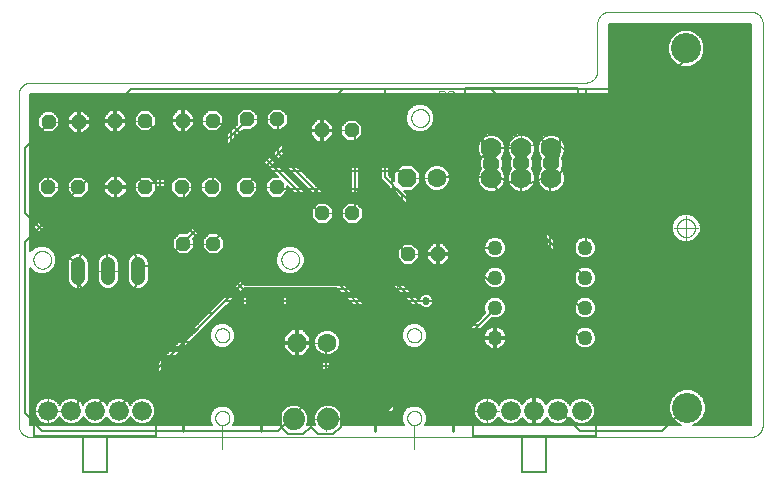
<source format=gtl>
G75*
%MOIN*%
%OFA0B0*%
%FSLAX25Y25*%
%IPPOS*%
%LPD*%
%AMOC8*
5,1,8,0,0,1.08239X$1,22.5*
%
%ADD10C,0.00000*%
%ADD11C,0.00200*%
%ADD12C,0.00300*%
%ADD13C,0.00600*%
%ADD14OC8,0.06300*%
%ADD15C,0.06300*%
%ADD16C,0.01000*%
%ADD17OC8,0.04800*%
%ADD18C,0.00800*%
%ADD19C,0.05000*%
%ADD20C,0.00500*%
%ADD21C,0.07400*%
%ADD22C,0.04800*%
%ADD23C,0.02000*%
%ADD24C,0.07000*%
%ADD25C,0.10050*%
%ADD26C,0.01600*%
%ADD27R,0.12500X0.06000*%
%ADD28C,0.06600*%
%ADD29C,0.02700*%
%ADD30C,0.05600*%
D10*
X0017496Y0013500D02*
X0257654Y0013500D01*
X0257778Y0013502D01*
X0257901Y0013508D01*
X0258025Y0013517D01*
X0258147Y0013531D01*
X0258270Y0013548D01*
X0258392Y0013570D01*
X0258513Y0013595D01*
X0258633Y0013624D01*
X0258752Y0013656D01*
X0258871Y0013693D01*
X0258988Y0013733D01*
X0259103Y0013776D01*
X0259218Y0013824D01*
X0259330Y0013875D01*
X0259441Y0013929D01*
X0259551Y0013987D01*
X0259658Y0014048D01*
X0259764Y0014113D01*
X0259867Y0014181D01*
X0259968Y0014252D01*
X0260067Y0014326D01*
X0260164Y0014403D01*
X0260258Y0014484D01*
X0260349Y0014567D01*
X0260438Y0014653D01*
X0260524Y0014742D01*
X0260607Y0014833D01*
X0260688Y0014927D01*
X0260765Y0015024D01*
X0260839Y0015123D01*
X0260910Y0015224D01*
X0260978Y0015327D01*
X0261043Y0015433D01*
X0261104Y0015540D01*
X0261162Y0015650D01*
X0261216Y0015761D01*
X0261267Y0015873D01*
X0261315Y0015988D01*
X0261358Y0016103D01*
X0261398Y0016220D01*
X0261435Y0016339D01*
X0261467Y0016458D01*
X0261496Y0016578D01*
X0261521Y0016699D01*
X0261543Y0016821D01*
X0261560Y0016944D01*
X0261574Y0017066D01*
X0261583Y0017190D01*
X0261589Y0017313D01*
X0261591Y0017437D01*
X0261591Y0151295D01*
X0261589Y0151419D01*
X0261583Y0151542D01*
X0261574Y0151666D01*
X0261560Y0151788D01*
X0261543Y0151911D01*
X0261521Y0152033D01*
X0261496Y0152154D01*
X0261467Y0152274D01*
X0261435Y0152393D01*
X0261398Y0152512D01*
X0261358Y0152629D01*
X0261315Y0152744D01*
X0261267Y0152859D01*
X0261216Y0152971D01*
X0261162Y0153082D01*
X0261104Y0153192D01*
X0261043Y0153299D01*
X0260978Y0153405D01*
X0260910Y0153508D01*
X0260839Y0153609D01*
X0260765Y0153708D01*
X0260688Y0153805D01*
X0260607Y0153899D01*
X0260524Y0153990D01*
X0260438Y0154079D01*
X0260349Y0154165D01*
X0260258Y0154248D01*
X0260164Y0154329D01*
X0260067Y0154406D01*
X0259968Y0154480D01*
X0259867Y0154551D01*
X0259764Y0154619D01*
X0259658Y0154684D01*
X0259551Y0154745D01*
X0259441Y0154803D01*
X0259330Y0154857D01*
X0259218Y0154908D01*
X0259103Y0154956D01*
X0258988Y0154999D01*
X0258871Y0155039D01*
X0258752Y0155076D01*
X0258633Y0155108D01*
X0258513Y0155137D01*
X0258392Y0155162D01*
X0258270Y0155184D01*
X0258147Y0155201D01*
X0258025Y0155215D01*
X0257901Y0155224D01*
X0257778Y0155230D01*
X0257654Y0155232D01*
X0210409Y0155232D01*
X0210285Y0155230D01*
X0210162Y0155224D01*
X0210038Y0155215D01*
X0209916Y0155201D01*
X0209793Y0155184D01*
X0209671Y0155162D01*
X0209550Y0155137D01*
X0209430Y0155108D01*
X0209311Y0155076D01*
X0209192Y0155039D01*
X0209075Y0154999D01*
X0208960Y0154956D01*
X0208845Y0154908D01*
X0208733Y0154857D01*
X0208622Y0154803D01*
X0208512Y0154745D01*
X0208405Y0154684D01*
X0208299Y0154619D01*
X0208196Y0154551D01*
X0208095Y0154480D01*
X0207996Y0154406D01*
X0207899Y0154329D01*
X0207805Y0154248D01*
X0207714Y0154165D01*
X0207625Y0154079D01*
X0207539Y0153990D01*
X0207456Y0153899D01*
X0207375Y0153805D01*
X0207298Y0153708D01*
X0207224Y0153609D01*
X0207153Y0153508D01*
X0207085Y0153405D01*
X0207020Y0153299D01*
X0206959Y0153192D01*
X0206901Y0153082D01*
X0206847Y0152971D01*
X0206796Y0152859D01*
X0206748Y0152744D01*
X0206705Y0152629D01*
X0206665Y0152512D01*
X0206628Y0152393D01*
X0206596Y0152274D01*
X0206567Y0152154D01*
X0206542Y0152033D01*
X0206520Y0151911D01*
X0206503Y0151788D01*
X0206489Y0151666D01*
X0206480Y0151542D01*
X0206474Y0151419D01*
X0206472Y0151295D01*
X0206472Y0135547D01*
X0206470Y0135423D01*
X0206464Y0135300D01*
X0206455Y0135176D01*
X0206441Y0135054D01*
X0206424Y0134931D01*
X0206402Y0134809D01*
X0206377Y0134688D01*
X0206348Y0134568D01*
X0206316Y0134449D01*
X0206279Y0134330D01*
X0206239Y0134213D01*
X0206196Y0134098D01*
X0206148Y0133983D01*
X0206097Y0133871D01*
X0206043Y0133760D01*
X0205985Y0133650D01*
X0205924Y0133543D01*
X0205859Y0133437D01*
X0205791Y0133334D01*
X0205720Y0133233D01*
X0205646Y0133134D01*
X0205569Y0133037D01*
X0205488Y0132943D01*
X0205405Y0132852D01*
X0205319Y0132763D01*
X0205230Y0132677D01*
X0205139Y0132594D01*
X0205045Y0132513D01*
X0204948Y0132436D01*
X0204849Y0132362D01*
X0204748Y0132291D01*
X0204645Y0132223D01*
X0204539Y0132158D01*
X0204432Y0132097D01*
X0204322Y0132039D01*
X0204211Y0131985D01*
X0204099Y0131934D01*
X0203984Y0131886D01*
X0203869Y0131843D01*
X0203752Y0131803D01*
X0203633Y0131766D01*
X0203514Y0131734D01*
X0203394Y0131705D01*
X0203273Y0131680D01*
X0203151Y0131658D01*
X0203028Y0131641D01*
X0202906Y0131627D01*
X0202782Y0131618D01*
X0202659Y0131612D01*
X0202535Y0131610D01*
X0017496Y0131610D01*
X0017372Y0131608D01*
X0017249Y0131602D01*
X0017125Y0131593D01*
X0017003Y0131579D01*
X0016880Y0131562D01*
X0016758Y0131540D01*
X0016637Y0131515D01*
X0016517Y0131486D01*
X0016398Y0131454D01*
X0016279Y0131417D01*
X0016162Y0131377D01*
X0016047Y0131334D01*
X0015932Y0131286D01*
X0015820Y0131235D01*
X0015709Y0131181D01*
X0015599Y0131123D01*
X0015492Y0131062D01*
X0015386Y0130997D01*
X0015283Y0130929D01*
X0015182Y0130858D01*
X0015083Y0130784D01*
X0014986Y0130707D01*
X0014892Y0130626D01*
X0014801Y0130543D01*
X0014712Y0130457D01*
X0014626Y0130368D01*
X0014543Y0130277D01*
X0014462Y0130183D01*
X0014385Y0130086D01*
X0014311Y0129987D01*
X0014240Y0129886D01*
X0014172Y0129783D01*
X0014107Y0129677D01*
X0014046Y0129570D01*
X0013988Y0129460D01*
X0013934Y0129349D01*
X0013883Y0129237D01*
X0013835Y0129122D01*
X0013792Y0129007D01*
X0013752Y0128890D01*
X0013715Y0128771D01*
X0013683Y0128652D01*
X0013654Y0128532D01*
X0013629Y0128411D01*
X0013607Y0128289D01*
X0013590Y0128166D01*
X0013576Y0128044D01*
X0013567Y0127920D01*
X0013561Y0127797D01*
X0013559Y0127673D01*
X0013559Y0017437D01*
X0013561Y0017313D01*
X0013567Y0017190D01*
X0013576Y0017066D01*
X0013590Y0016944D01*
X0013607Y0016821D01*
X0013629Y0016699D01*
X0013654Y0016578D01*
X0013683Y0016458D01*
X0013715Y0016339D01*
X0013752Y0016220D01*
X0013792Y0016103D01*
X0013835Y0015988D01*
X0013883Y0015873D01*
X0013934Y0015761D01*
X0013988Y0015650D01*
X0014046Y0015540D01*
X0014107Y0015433D01*
X0014172Y0015327D01*
X0014240Y0015224D01*
X0014311Y0015123D01*
X0014385Y0015024D01*
X0014462Y0014927D01*
X0014543Y0014833D01*
X0014626Y0014742D01*
X0014712Y0014653D01*
X0014801Y0014567D01*
X0014892Y0014484D01*
X0014986Y0014403D01*
X0015083Y0014326D01*
X0015182Y0014252D01*
X0015283Y0014181D01*
X0015386Y0014113D01*
X0015492Y0014048D01*
X0015599Y0013987D01*
X0015709Y0013929D01*
X0015820Y0013875D01*
X0015932Y0013824D01*
X0016047Y0013776D01*
X0016162Y0013733D01*
X0016279Y0013693D01*
X0016398Y0013656D01*
X0016517Y0013624D01*
X0016637Y0013595D01*
X0016758Y0013570D01*
X0016880Y0013548D01*
X0017003Y0013531D01*
X0017125Y0013517D01*
X0017249Y0013508D01*
X0017372Y0013502D01*
X0017496Y0013500D01*
X0023264Y0018181D02*
X0023264Y0026181D01*
X0019264Y0022181D02*
X0027264Y0022181D01*
X0077472Y0013500D02*
X0085472Y0013500D01*
X0081472Y0009500D02*
X0081472Y0017500D01*
X0079110Y0019799D02*
X0079112Y0019896D01*
X0079118Y0019993D01*
X0079128Y0020089D01*
X0079142Y0020185D01*
X0079160Y0020281D01*
X0079181Y0020375D01*
X0079207Y0020469D01*
X0079236Y0020561D01*
X0079270Y0020652D01*
X0079306Y0020742D01*
X0079347Y0020830D01*
X0079391Y0020916D01*
X0079439Y0021001D01*
X0079490Y0021083D01*
X0079544Y0021164D01*
X0079602Y0021242D01*
X0079663Y0021317D01*
X0079726Y0021390D01*
X0079793Y0021461D01*
X0079863Y0021528D01*
X0079935Y0021593D01*
X0080010Y0021654D01*
X0080088Y0021713D01*
X0080167Y0021768D01*
X0080249Y0021820D01*
X0080333Y0021868D01*
X0080419Y0021913D01*
X0080507Y0021955D01*
X0080596Y0021993D01*
X0080687Y0022027D01*
X0080779Y0022057D01*
X0080872Y0022084D01*
X0080967Y0022106D01*
X0081062Y0022125D01*
X0081158Y0022140D01*
X0081254Y0022151D01*
X0081351Y0022158D01*
X0081448Y0022161D01*
X0081545Y0022160D01*
X0081642Y0022155D01*
X0081738Y0022146D01*
X0081834Y0022133D01*
X0081930Y0022116D01*
X0082025Y0022095D01*
X0082118Y0022071D01*
X0082211Y0022042D01*
X0082303Y0022010D01*
X0082393Y0021974D01*
X0082481Y0021935D01*
X0082568Y0021891D01*
X0082653Y0021845D01*
X0082736Y0021794D01*
X0082817Y0021741D01*
X0082895Y0021684D01*
X0082972Y0021624D01*
X0083045Y0021561D01*
X0083116Y0021495D01*
X0083184Y0021426D01*
X0083250Y0021354D01*
X0083312Y0021280D01*
X0083371Y0021203D01*
X0083427Y0021124D01*
X0083480Y0021042D01*
X0083530Y0020959D01*
X0083575Y0020873D01*
X0083618Y0020786D01*
X0083657Y0020697D01*
X0083692Y0020607D01*
X0083723Y0020515D01*
X0083750Y0020422D01*
X0083774Y0020328D01*
X0083794Y0020233D01*
X0083810Y0020137D01*
X0083822Y0020041D01*
X0083830Y0019944D01*
X0083834Y0019847D01*
X0083834Y0019751D01*
X0083830Y0019654D01*
X0083822Y0019557D01*
X0083810Y0019461D01*
X0083794Y0019365D01*
X0083774Y0019270D01*
X0083750Y0019176D01*
X0083723Y0019083D01*
X0083692Y0018991D01*
X0083657Y0018901D01*
X0083618Y0018812D01*
X0083575Y0018725D01*
X0083530Y0018639D01*
X0083480Y0018556D01*
X0083427Y0018474D01*
X0083371Y0018395D01*
X0083312Y0018318D01*
X0083250Y0018244D01*
X0083184Y0018172D01*
X0083116Y0018103D01*
X0083045Y0018037D01*
X0082972Y0017974D01*
X0082895Y0017914D01*
X0082817Y0017857D01*
X0082736Y0017804D01*
X0082653Y0017753D01*
X0082568Y0017707D01*
X0082481Y0017663D01*
X0082393Y0017624D01*
X0082303Y0017588D01*
X0082211Y0017556D01*
X0082118Y0017527D01*
X0082025Y0017503D01*
X0081930Y0017482D01*
X0081834Y0017465D01*
X0081738Y0017452D01*
X0081642Y0017443D01*
X0081545Y0017438D01*
X0081448Y0017437D01*
X0081351Y0017440D01*
X0081254Y0017447D01*
X0081158Y0017458D01*
X0081062Y0017473D01*
X0080967Y0017492D01*
X0080872Y0017514D01*
X0080779Y0017541D01*
X0080687Y0017571D01*
X0080596Y0017605D01*
X0080507Y0017643D01*
X0080419Y0017685D01*
X0080333Y0017730D01*
X0080249Y0017778D01*
X0080167Y0017830D01*
X0080088Y0017885D01*
X0080010Y0017944D01*
X0079935Y0018005D01*
X0079863Y0018070D01*
X0079793Y0018137D01*
X0079726Y0018208D01*
X0079663Y0018281D01*
X0079602Y0018356D01*
X0079544Y0018434D01*
X0079490Y0018515D01*
X0079439Y0018597D01*
X0079391Y0018682D01*
X0079347Y0018768D01*
X0079306Y0018856D01*
X0079270Y0018946D01*
X0079236Y0019037D01*
X0079207Y0019129D01*
X0079181Y0019223D01*
X0079160Y0019317D01*
X0079142Y0019413D01*
X0079128Y0019509D01*
X0079118Y0019605D01*
X0079112Y0019702D01*
X0079110Y0019799D01*
X0112020Y0019465D02*
X0120020Y0019465D01*
X0116020Y0015465D02*
X0116020Y0023465D01*
X0141449Y0013500D02*
X0149449Y0013500D01*
X0145449Y0009500D02*
X0145449Y0017500D01*
X0143087Y0019799D02*
X0143089Y0019896D01*
X0143095Y0019993D01*
X0143105Y0020089D01*
X0143119Y0020185D01*
X0143137Y0020281D01*
X0143158Y0020375D01*
X0143184Y0020469D01*
X0143213Y0020561D01*
X0143247Y0020652D01*
X0143283Y0020742D01*
X0143324Y0020830D01*
X0143368Y0020916D01*
X0143416Y0021001D01*
X0143467Y0021083D01*
X0143521Y0021164D01*
X0143579Y0021242D01*
X0143640Y0021317D01*
X0143703Y0021390D01*
X0143770Y0021461D01*
X0143840Y0021528D01*
X0143912Y0021593D01*
X0143987Y0021654D01*
X0144065Y0021713D01*
X0144144Y0021768D01*
X0144226Y0021820D01*
X0144310Y0021868D01*
X0144396Y0021913D01*
X0144484Y0021955D01*
X0144573Y0021993D01*
X0144664Y0022027D01*
X0144756Y0022057D01*
X0144849Y0022084D01*
X0144944Y0022106D01*
X0145039Y0022125D01*
X0145135Y0022140D01*
X0145231Y0022151D01*
X0145328Y0022158D01*
X0145425Y0022161D01*
X0145522Y0022160D01*
X0145619Y0022155D01*
X0145715Y0022146D01*
X0145811Y0022133D01*
X0145907Y0022116D01*
X0146002Y0022095D01*
X0146095Y0022071D01*
X0146188Y0022042D01*
X0146280Y0022010D01*
X0146370Y0021974D01*
X0146458Y0021935D01*
X0146545Y0021891D01*
X0146630Y0021845D01*
X0146713Y0021794D01*
X0146794Y0021741D01*
X0146872Y0021684D01*
X0146949Y0021624D01*
X0147022Y0021561D01*
X0147093Y0021495D01*
X0147161Y0021426D01*
X0147227Y0021354D01*
X0147289Y0021280D01*
X0147348Y0021203D01*
X0147404Y0021124D01*
X0147457Y0021042D01*
X0147507Y0020959D01*
X0147552Y0020873D01*
X0147595Y0020786D01*
X0147634Y0020697D01*
X0147669Y0020607D01*
X0147700Y0020515D01*
X0147727Y0020422D01*
X0147751Y0020328D01*
X0147771Y0020233D01*
X0147787Y0020137D01*
X0147799Y0020041D01*
X0147807Y0019944D01*
X0147811Y0019847D01*
X0147811Y0019751D01*
X0147807Y0019654D01*
X0147799Y0019557D01*
X0147787Y0019461D01*
X0147771Y0019365D01*
X0147751Y0019270D01*
X0147727Y0019176D01*
X0147700Y0019083D01*
X0147669Y0018991D01*
X0147634Y0018901D01*
X0147595Y0018812D01*
X0147552Y0018725D01*
X0147507Y0018639D01*
X0147457Y0018556D01*
X0147404Y0018474D01*
X0147348Y0018395D01*
X0147289Y0018318D01*
X0147227Y0018244D01*
X0147161Y0018172D01*
X0147093Y0018103D01*
X0147022Y0018037D01*
X0146949Y0017974D01*
X0146872Y0017914D01*
X0146794Y0017857D01*
X0146713Y0017804D01*
X0146630Y0017753D01*
X0146545Y0017707D01*
X0146458Y0017663D01*
X0146370Y0017624D01*
X0146280Y0017588D01*
X0146188Y0017556D01*
X0146095Y0017527D01*
X0146002Y0017503D01*
X0145907Y0017482D01*
X0145811Y0017465D01*
X0145715Y0017452D01*
X0145619Y0017443D01*
X0145522Y0017438D01*
X0145425Y0017437D01*
X0145328Y0017440D01*
X0145231Y0017447D01*
X0145135Y0017458D01*
X0145039Y0017473D01*
X0144944Y0017492D01*
X0144849Y0017514D01*
X0144756Y0017541D01*
X0144664Y0017571D01*
X0144573Y0017605D01*
X0144484Y0017643D01*
X0144396Y0017685D01*
X0144310Y0017730D01*
X0144226Y0017778D01*
X0144144Y0017830D01*
X0144065Y0017885D01*
X0143987Y0017944D01*
X0143912Y0018005D01*
X0143840Y0018070D01*
X0143770Y0018137D01*
X0143703Y0018208D01*
X0143640Y0018281D01*
X0143579Y0018356D01*
X0143521Y0018434D01*
X0143467Y0018515D01*
X0143416Y0018597D01*
X0143368Y0018682D01*
X0143324Y0018768D01*
X0143283Y0018856D01*
X0143247Y0018946D01*
X0143213Y0019037D01*
X0143184Y0019129D01*
X0143158Y0019223D01*
X0143137Y0019317D01*
X0143119Y0019413D01*
X0143105Y0019509D01*
X0143095Y0019605D01*
X0143089Y0019702D01*
X0143087Y0019799D01*
X0165701Y0022181D02*
X0173701Y0022181D01*
X0169701Y0018181D02*
X0169701Y0026181D01*
X0143087Y0047358D02*
X0143089Y0047455D01*
X0143095Y0047552D01*
X0143105Y0047648D01*
X0143119Y0047744D01*
X0143137Y0047840D01*
X0143158Y0047934D01*
X0143184Y0048028D01*
X0143213Y0048120D01*
X0143247Y0048211D01*
X0143283Y0048301D01*
X0143324Y0048389D01*
X0143368Y0048475D01*
X0143416Y0048560D01*
X0143467Y0048642D01*
X0143521Y0048723D01*
X0143579Y0048801D01*
X0143640Y0048876D01*
X0143703Y0048949D01*
X0143770Y0049020D01*
X0143840Y0049087D01*
X0143912Y0049152D01*
X0143987Y0049213D01*
X0144065Y0049272D01*
X0144144Y0049327D01*
X0144226Y0049379D01*
X0144310Y0049427D01*
X0144396Y0049472D01*
X0144484Y0049514D01*
X0144573Y0049552D01*
X0144664Y0049586D01*
X0144756Y0049616D01*
X0144849Y0049643D01*
X0144944Y0049665D01*
X0145039Y0049684D01*
X0145135Y0049699D01*
X0145231Y0049710D01*
X0145328Y0049717D01*
X0145425Y0049720D01*
X0145522Y0049719D01*
X0145619Y0049714D01*
X0145715Y0049705D01*
X0145811Y0049692D01*
X0145907Y0049675D01*
X0146002Y0049654D01*
X0146095Y0049630D01*
X0146188Y0049601D01*
X0146280Y0049569D01*
X0146370Y0049533D01*
X0146458Y0049494D01*
X0146545Y0049450D01*
X0146630Y0049404D01*
X0146713Y0049353D01*
X0146794Y0049300D01*
X0146872Y0049243D01*
X0146949Y0049183D01*
X0147022Y0049120D01*
X0147093Y0049054D01*
X0147161Y0048985D01*
X0147227Y0048913D01*
X0147289Y0048839D01*
X0147348Y0048762D01*
X0147404Y0048683D01*
X0147457Y0048601D01*
X0147507Y0048518D01*
X0147552Y0048432D01*
X0147595Y0048345D01*
X0147634Y0048256D01*
X0147669Y0048166D01*
X0147700Y0048074D01*
X0147727Y0047981D01*
X0147751Y0047887D01*
X0147771Y0047792D01*
X0147787Y0047696D01*
X0147799Y0047600D01*
X0147807Y0047503D01*
X0147811Y0047406D01*
X0147811Y0047310D01*
X0147807Y0047213D01*
X0147799Y0047116D01*
X0147787Y0047020D01*
X0147771Y0046924D01*
X0147751Y0046829D01*
X0147727Y0046735D01*
X0147700Y0046642D01*
X0147669Y0046550D01*
X0147634Y0046460D01*
X0147595Y0046371D01*
X0147552Y0046284D01*
X0147507Y0046198D01*
X0147457Y0046115D01*
X0147404Y0046033D01*
X0147348Y0045954D01*
X0147289Y0045877D01*
X0147227Y0045803D01*
X0147161Y0045731D01*
X0147093Y0045662D01*
X0147022Y0045596D01*
X0146949Y0045533D01*
X0146872Y0045473D01*
X0146794Y0045416D01*
X0146713Y0045363D01*
X0146630Y0045312D01*
X0146545Y0045266D01*
X0146458Y0045222D01*
X0146370Y0045183D01*
X0146280Y0045147D01*
X0146188Y0045115D01*
X0146095Y0045086D01*
X0146002Y0045062D01*
X0145907Y0045041D01*
X0145811Y0045024D01*
X0145715Y0045011D01*
X0145619Y0045002D01*
X0145522Y0044997D01*
X0145425Y0044996D01*
X0145328Y0044999D01*
X0145231Y0045006D01*
X0145135Y0045017D01*
X0145039Y0045032D01*
X0144944Y0045051D01*
X0144849Y0045073D01*
X0144756Y0045100D01*
X0144664Y0045130D01*
X0144573Y0045164D01*
X0144484Y0045202D01*
X0144396Y0045244D01*
X0144310Y0045289D01*
X0144226Y0045337D01*
X0144144Y0045389D01*
X0144065Y0045444D01*
X0143987Y0045503D01*
X0143912Y0045564D01*
X0143840Y0045629D01*
X0143770Y0045696D01*
X0143703Y0045767D01*
X0143640Y0045840D01*
X0143579Y0045915D01*
X0143521Y0045993D01*
X0143467Y0046074D01*
X0143416Y0046156D01*
X0143368Y0046241D01*
X0143324Y0046327D01*
X0143283Y0046415D01*
X0143247Y0046505D01*
X0143213Y0046596D01*
X0143184Y0046688D01*
X0143158Y0046782D01*
X0143137Y0046876D01*
X0143119Y0046972D01*
X0143105Y0047068D01*
X0143095Y0047164D01*
X0143089Y0047261D01*
X0143087Y0047358D01*
X0115394Y0044917D02*
X0107394Y0044917D01*
X0111394Y0040917D02*
X0111394Y0048917D01*
X0079110Y0047358D02*
X0079112Y0047455D01*
X0079118Y0047552D01*
X0079128Y0047648D01*
X0079142Y0047744D01*
X0079160Y0047840D01*
X0079181Y0047934D01*
X0079207Y0048028D01*
X0079236Y0048120D01*
X0079270Y0048211D01*
X0079306Y0048301D01*
X0079347Y0048389D01*
X0079391Y0048475D01*
X0079439Y0048560D01*
X0079490Y0048642D01*
X0079544Y0048723D01*
X0079602Y0048801D01*
X0079663Y0048876D01*
X0079726Y0048949D01*
X0079793Y0049020D01*
X0079863Y0049087D01*
X0079935Y0049152D01*
X0080010Y0049213D01*
X0080088Y0049272D01*
X0080167Y0049327D01*
X0080249Y0049379D01*
X0080333Y0049427D01*
X0080419Y0049472D01*
X0080507Y0049514D01*
X0080596Y0049552D01*
X0080687Y0049586D01*
X0080779Y0049616D01*
X0080872Y0049643D01*
X0080967Y0049665D01*
X0081062Y0049684D01*
X0081158Y0049699D01*
X0081254Y0049710D01*
X0081351Y0049717D01*
X0081448Y0049720D01*
X0081545Y0049719D01*
X0081642Y0049714D01*
X0081738Y0049705D01*
X0081834Y0049692D01*
X0081930Y0049675D01*
X0082025Y0049654D01*
X0082118Y0049630D01*
X0082211Y0049601D01*
X0082303Y0049569D01*
X0082393Y0049533D01*
X0082481Y0049494D01*
X0082568Y0049450D01*
X0082653Y0049404D01*
X0082736Y0049353D01*
X0082817Y0049300D01*
X0082895Y0049243D01*
X0082972Y0049183D01*
X0083045Y0049120D01*
X0083116Y0049054D01*
X0083184Y0048985D01*
X0083250Y0048913D01*
X0083312Y0048839D01*
X0083371Y0048762D01*
X0083427Y0048683D01*
X0083480Y0048601D01*
X0083530Y0048518D01*
X0083575Y0048432D01*
X0083618Y0048345D01*
X0083657Y0048256D01*
X0083692Y0048166D01*
X0083723Y0048074D01*
X0083750Y0047981D01*
X0083774Y0047887D01*
X0083794Y0047792D01*
X0083810Y0047696D01*
X0083822Y0047600D01*
X0083830Y0047503D01*
X0083834Y0047406D01*
X0083834Y0047310D01*
X0083830Y0047213D01*
X0083822Y0047116D01*
X0083810Y0047020D01*
X0083794Y0046924D01*
X0083774Y0046829D01*
X0083750Y0046735D01*
X0083723Y0046642D01*
X0083692Y0046550D01*
X0083657Y0046460D01*
X0083618Y0046371D01*
X0083575Y0046284D01*
X0083530Y0046198D01*
X0083480Y0046115D01*
X0083427Y0046033D01*
X0083371Y0045954D01*
X0083312Y0045877D01*
X0083250Y0045803D01*
X0083184Y0045731D01*
X0083116Y0045662D01*
X0083045Y0045596D01*
X0082972Y0045533D01*
X0082895Y0045473D01*
X0082817Y0045416D01*
X0082736Y0045363D01*
X0082653Y0045312D01*
X0082568Y0045266D01*
X0082481Y0045222D01*
X0082393Y0045183D01*
X0082303Y0045147D01*
X0082211Y0045115D01*
X0082118Y0045086D01*
X0082025Y0045062D01*
X0081930Y0045041D01*
X0081834Y0045024D01*
X0081738Y0045011D01*
X0081642Y0045002D01*
X0081545Y0044997D01*
X0081448Y0044996D01*
X0081351Y0044999D01*
X0081254Y0045006D01*
X0081158Y0045017D01*
X0081062Y0045032D01*
X0080967Y0045051D01*
X0080872Y0045073D01*
X0080779Y0045100D01*
X0080687Y0045130D01*
X0080596Y0045164D01*
X0080507Y0045202D01*
X0080419Y0045244D01*
X0080333Y0045289D01*
X0080249Y0045337D01*
X0080167Y0045389D01*
X0080088Y0045444D01*
X0080010Y0045503D01*
X0079935Y0045564D01*
X0079863Y0045629D01*
X0079793Y0045696D01*
X0079726Y0045767D01*
X0079663Y0045840D01*
X0079602Y0045915D01*
X0079544Y0045993D01*
X0079490Y0046074D01*
X0079439Y0046156D01*
X0079391Y0046241D01*
X0079347Y0046327D01*
X0079306Y0046415D01*
X0079270Y0046505D01*
X0079236Y0046596D01*
X0079207Y0046688D01*
X0079181Y0046782D01*
X0079160Y0046876D01*
X0079142Y0046972D01*
X0079128Y0047068D01*
X0079118Y0047164D01*
X0079112Y0047261D01*
X0079110Y0047358D01*
X0047402Y0068835D02*
X0039402Y0068835D01*
X0043402Y0064835D02*
X0043402Y0072835D01*
X0018480Y0072555D02*
X0018482Y0072663D01*
X0018488Y0072772D01*
X0018498Y0072880D01*
X0018512Y0072987D01*
X0018530Y0073094D01*
X0018551Y0073201D01*
X0018577Y0073306D01*
X0018607Y0073411D01*
X0018640Y0073514D01*
X0018677Y0073616D01*
X0018718Y0073716D01*
X0018762Y0073815D01*
X0018811Y0073913D01*
X0018862Y0074008D01*
X0018917Y0074101D01*
X0018976Y0074193D01*
X0019038Y0074282D01*
X0019103Y0074369D01*
X0019171Y0074453D01*
X0019242Y0074535D01*
X0019316Y0074614D01*
X0019393Y0074690D01*
X0019473Y0074764D01*
X0019556Y0074834D01*
X0019641Y0074902D01*
X0019728Y0074966D01*
X0019818Y0075027D01*
X0019910Y0075085D01*
X0020004Y0075139D01*
X0020100Y0075190D01*
X0020197Y0075237D01*
X0020297Y0075281D01*
X0020398Y0075321D01*
X0020500Y0075357D01*
X0020603Y0075389D01*
X0020708Y0075418D01*
X0020814Y0075442D01*
X0020920Y0075463D01*
X0021027Y0075480D01*
X0021135Y0075493D01*
X0021243Y0075502D01*
X0021352Y0075507D01*
X0021460Y0075508D01*
X0021569Y0075505D01*
X0021677Y0075498D01*
X0021785Y0075487D01*
X0021892Y0075472D01*
X0021999Y0075453D01*
X0022105Y0075430D01*
X0022210Y0075404D01*
X0022315Y0075373D01*
X0022417Y0075339D01*
X0022519Y0075301D01*
X0022619Y0075259D01*
X0022718Y0075214D01*
X0022815Y0075165D01*
X0022909Y0075112D01*
X0023002Y0075056D01*
X0023093Y0074997D01*
X0023182Y0074934D01*
X0023268Y0074869D01*
X0023352Y0074800D01*
X0023433Y0074728D01*
X0023511Y0074653D01*
X0023587Y0074575D01*
X0023660Y0074494D01*
X0023730Y0074411D01*
X0023796Y0074326D01*
X0023860Y0074238D01*
X0023920Y0074147D01*
X0023977Y0074055D01*
X0024030Y0073960D01*
X0024080Y0073864D01*
X0024126Y0073766D01*
X0024169Y0073666D01*
X0024208Y0073565D01*
X0024243Y0073462D01*
X0024275Y0073359D01*
X0024302Y0073254D01*
X0024326Y0073148D01*
X0024346Y0073041D01*
X0024362Y0072934D01*
X0024374Y0072826D01*
X0024382Y0072718D01*
X0024386Y0072609D01*
X0024386Y0072501D01*
X0024382Y0072392D01*
X0024374Y0072284D01*
X0024362Y0072176D01*
X0024346Y0072069D01*
X0024326Y0071962D01*
X0024302Y0071856D01*
X0024275Y0071751D01*
X0024243Y0071648D01*
X0024208Y0071545D01*
X0024169Y0071444D01*
X0024126Y0071344D01*
X0024080Y0071246D01*
X0024030Y0071150D01*
X0023977Y0071055D01*
X0023920Y0070963D01*
X0023860Y0070872D01*
X0023796Y0070784D01*
X0023730Y0070699D01*
X0023660Y0070616D01*
X0023587Y0070535D01*
X0023511Y0070457D01*
X0023433Y0070382D01*
X0023352Y0070310D01*
X0023268Y0070241D01*
X0023182Y0070176D01*
X0023093Y0070113D01*
X0023002Y0070054D01*
X0022910Y0069998D01*
X0022815Y0069945D01*
X0022718Y0069896D01*
X0022619Y0069851D01*
X0022519Y0069809D01*
X0022417Y0069771D01*
X0022315Y0069737D01*
X0022210Y0069706D01*
X0022105Y0069680D01*
X0021999Y0069657D01*
X0021892Y0069638D01*
X0021785Y0069623D01*
X0021677Y0069612D01*
X0021569Y0069605D01*
X0021460Y0069602D01*
X0021352Y0069603D01*
X0021243Y0069608D01*
X0021135Y0069617D01*
X0021027Y0069630D01*
X0020920Y0069647D01*
X0020814Y0069668D01*
X0020708Y0069692D01*
X0020603Y0069721D01*
X0020500Y0069753D01*
X0020398Y0069789D01*
X0020297Y0069829D01*
X0020197Y0069873D01*
X0020100Y0069920D01*
X0020004Y0069971D01*
X0019910Y0070025D01*
X0019818Y0070083D01*
X0019728Y0070144D01*
X0019641Y0070208D01*
X0019556Y0070276D01*
X0019473Y0070346D01*
X0019393Y0070420D01*
X0019316Y0070496D01*
X0019242Y0070575D01*
X0019171Y0070657D01*
X0019103Y0070741D01*
X0019038Y0070828D01*
X0018976Y0070917D01*
X0018917Y0071009D01*
X0018862Y0071102D01*
X0018811Y0071197D01*
X0018762Y0071295D01*
X0018718Y0071394D01*
X0018677Y0071494D01*
X0018640Y0071596D01*
X0018607Y0071699D01*
X0018577Y0071804D01*
X0018551Y0071909D01*
X0018530Y0072016D01*
X0018512Y0072123D01*
X0018498Y0072230D01*
X0018488Y0072338D01*
X0018482Y0072447D01*
X0018480Y0072555D01*
X0028382Y0092768D02*
X0028382Y0100768D01*
X0024382Y0096768D02*
X0032382Y0096768D01*
X0046823Y0096768D02*
X0054823Y0096768D01*
X0050823Y0092768D02*
X0050823Y0100768D01*
X0068969Y0096768D02*
X0076969Y0096768D01*
X0072969Y0092768D02*
X0072969Y0100768D01*
X0090602Y0096768D02*
X0098602Y0096768D01*
X0094602Y0092768D02*
X0094602Y0100768D01*
X0115760Y0088028D02*
X0123760Y0088028D01*
X0119760Y0084028D02*
X0119760Y0092028D01*
X0143988Y0099878D02*
X0151988Y0099878D01*
X0147988Y0095878D02*
X0147988Y0103878D01*
X0144464Y0119799D02*
X0144466Y0119907D01*
X0144472Y0120016D01*
X0144482Y0120124D01*
X0144496Y0120231D01*
X0144514Y0120338D01*
X0144535Y0120445D01*
X0144561Y0120550D01*
X0144591Y0120655D01*
X0144624Y0120758D01*
X0144661Y0120860D01*
X0144702Y0120960D01*
X0144746Y0121059D01*
X0144795Y0121157D01*
X0144846Y0121252D01*
X0144901Y0121345D01*
X0144960Y0121437D01*
X0145022Y0121526D01*
X0145087Y0121613D01*
X0145155Y0121697D01*
X0145226Y0121779D01*
X0145300Y0121858D01*
X0145377Y0121934D01*
X0145457Y0122008D01*
X0145540Y0122078D01*
X0145625Y0122146D01*
X0145712Y0122210D01*
X0145802Y0122271D01*
X0145894Y0122329D01*
X0145988Y0122383D01*
X0146084Y0122434D01*
X0146181Y0122481D01*
X0146281Y0122525D01*
X0146382Y0122565D01*
X0146484Y0122601D01*
X0146587Y0122633D01*
X0146692Y0122662D01*
X0146798Y0122686D01*
X0146904Y0122707D01*
X0147011Y0122724D01*
X0147119Y0122737D01*
X0147227Y0122746D01*
X0147336Y0122751D01*
X0147444Y0122752D01*
X0147553Y0122749D01*
X0147661Y0122742D01*
X0147769Y0122731D01*
X0147876Y0122716D01*
X0147983Y0122697D01*
X0148089Y0122674D01*
X0148194Y0122648D01*
X0148299Y0122617D01*
X0148401Y0122583D01*
X0148503Y0122545D01*
X0148603Y0122503D01*
X0148702Y0122458D01*
X0148799Y0122409D01*
X0148893Y0122356D01*
X0148986Y0122300D01*
X0149077Y0122241D01*
X0149166Y0122178D01*
X0149252Y0122113D01*
X0149336Y0122044D01*
X0149417Y0121972D01*
X0149495Y0121897D01*
X0149571Y0121819D01*
X0149644Y0121738D01*
X0149714Y0121655D01*
X0149780Y0121570D01*
X0149844Y0121482D01*
X0149904Y0121391D01*
X0149961Y0121299D01*
X0150014Y0121204D01*
X0150064Y0121108D01*
X0150110Y0121010D01*
X0150153Y0120910D01*
X0150192Y0120809D01*
X0150227Y0120706D01*
X0150259Y0120603D01*
X0150286Y0120498D01*
X0150310Y0120392D01*
X0150330Y0120285D01*
X0150346Y0120178D01*
X0150358Y0120070D01*
X0150366Y0119962D01*
X0150370Y0119853D01*
X0150370Y0119745D01*
X0150366Y0119636D01*
X0150358Y0119528D01*
X0150346Y0119420D01*
X0150330Y0119313D01*
X0150310Y0119206D01*
X0150286Y0119100D01*
X0150259Y0118995D01*
X0150227Y0118892D01*
X0150192Y0118789D01*
X0150153Y0118688D01*
X0150110Y0118588D01*
X0150064Y0118490D01*
X0150014Y0118394D01*
X0149961Y0118299D01*
X0149904Y0118207D01*
X0149844Y0118116D01*
X0149780Y0118028D01*
X0149714Y0117943D01*
X0149644Y0117860D01*
X0149571Y0117779D01*
X0149495Y0117701D01*
X0149417Y0117626D01*
X0149336Y0117554D01*
X0149252Y0117485D01*
X0149166Y0117420D01*
X0149077Y0117357D01*
X0148986Y0117298D01*
X0148894Y0117242D01*
X0148799Y0117189D01*
X0148702Y0117140D01*
X0148603Y0117095D01*
X0148503Y0117053D01*
X0148401Y0117015D01*
X0148299Y0116981D01*
X0148194Y0116950D01*
X0148089Y0116924D01*
X0147983Y0116901D01*
X0147876Y0116882D01*
X0147769Y0116867D01*
X0147661Y0116856D01*
X0147553Y0116849D01*
X0147444Y0116846D01*
X0147336Y0116847D01*
X0147227Y0116852D01*
X0147119Y0116861D01*
X0147011Y0116874D01*
X0146904Y0116891D01*
X0146798Y0116912D01*
X0146692Y0116936D01*
X0146587Y0116965D01*
X0146484Y0116997D01*
X0146382Y0117033D01*
X0146281Y0117073D01*
X0146181Y0117117D01*
X0146084Y0117164D01*
X0145988Y0117215D01*
X0145894Y0117269D01*
X0145802Y0117327D01*
X0145712Y0117388D01*
X0145625Y0117452D01*
X0145540Y0117520D01*
X0145457Y0117590D01*
X0145377Y0117664D01*
X0145300Y0117740D01*
X0145226Y0117819D01*
X0145155Y0117901D01*
X0145087Y0117985D01*
X0145022Y0118072D01*
X0144960Y0118161D01*
X0144901Y0118253D01*
X0144846Y0118346D01*
X0144795Y0118441D01*
X0144746Y0118539D01*
X0144702Y0118638D01*
X0144661Y0118738D01*
X0144624Y0118840D01*
X0144591Y0118943D01*
X0144561Y0119048D01*
X0144535Y0119153D01*
X0144514Y0119260D01*
X0144496Y0119367D01*
X0144482Y0119474D01*
X0144472Y0119582D01*
X0144466Y0119691D01*
X0144464Y0119799D01*
X0123622Y0115665D02*
X0115622Y0115665D01*
X0119622Y0111665D02*
X0119622Y0119665D01*
X0098720Y0119406D02*
X0090720Y0119406D01*
X0094720Y0115406D02*
X0094720Y0123406D01*
X0077283Y0118972D02*
X0069283Y0118972D01*
X0073283Y0114972D02*
X0073283Y0122972D01*
X0054705Y0118835D02*
X0046705Y0118835D01*
X0050705Y0114835D02*
X0050705Y0122835D01*
X0032579Y0118500D02*
X0024579Y0118500D01*
X0028579Y0114500D02*
X0028579Y0122500D01*
X0073480Y0081870D02*
X0073480Y0073870D01*
X0069480Y0077870D02*
X0077480Y0077870D01*
X0101157Y0072555D02*
X0101159Y0072663D01*
X0101165Y0072772D01*
X0101175Y0072880D01*
X0101189Y0072987D01*
X0101207Y0073094D01*
X0101228Y0073201D01*
X0101254Y0073306D01*
X0101284Y0073411D01*
X0101317Y0073514D01*
X0101354Y0073616D01*
X0101395Y0073716D01*
X0101439Y0073815D01*
X0101488Y0073913D01*
X0101539Y0074008D01*
X0101594Y0074101D01*
X0101653Y0074193D01*
X0101715Y0074282D01*
X0101780Y0074369D01*
X0101848Y0074453D01*
X0101919Y0074535D01*
X0101993Y0074614D01*
X0102070Y0074690D01*
X0102150Y0074764D01*
X0102233Y0074834D01*
X0102318Y0074902D01*
X0102405Y0074966D01*
X0102495Y0075027D01*
X0102587Y0075085D01*
X0102681Y0075139D01*
X0102777Y0075190D01*
X0102874Y0075237D01*
X0102974Y0075281D01*
X0103075Y0075321D01*
X0103177Y0075357D01*
X0103280Y0075389D01*
X0103385Y0075418D01*
X0103491Y0075442D01*
X0103597Y0075463D01*
X0103704Y0075480D01*
X0103812Y0075493D01*
X0103920Y0075502D01*
X0104029Y0075507D01*
X0104137Y0075508D01*
X0104246Y0075505D01*
X0104354Y0075498D01*
X0104462Y0075487D01*
X0104569Y0075472D01*
X0104676Y0075453D01*
X0104782Y0075430D01*
X0104887Y0075404D01*
X0104992Y0075373D01*
X0105094Y0075339D01*
X0105196Y0075301D01*
X0105296Y0075259D01*
X0105395Y0075214D01*
X0105492Y0075165D01*
X0105586Y0075112D01*
X0105679Y0075056D01*
X0105770Y0074997D01*
X0105859Y0074934D01*
X0105945Y0074869D01*
X0106029Y0074800D01*
X0106110Y0074728D01*
X0106188Y0074653D01*
X0106264Y0074575D01*
X0106337Y0074494D01*
X0106407Y0074411D01*
X0106473Y0074326D01*
X0106537Y0074238D01*
X0106597Y0074147D01*
X0106654Y0074055D01*
X0106707Y0073960D01*
X0106757Y0073864D01*
X0106803Y0073766D01*
X0106846Y0073666D01*
X0106885Y0073565D01*
X0106920Y0073462D01*
X0106952Y0073359D01*
X0106979Y0073254D01*
X0107003Y0073148D01*
X0107023Y0073041D01*
X0107039Y0072934D01*
X0107051Y0072826D01*
X0107059Y0072718D01*
X0107063Y0072609D01*
X0107063Y0072501D01*
X0107059Y0072392D01*
X0107051Y0072284D01*
X0107039Y0072176D01*
X0107023Y0072069D01*
X0107003Y0071962D01*
X0106979Y0071856D01*
X0106952Y0071751D01*
X0106920Y0071648D01*
X0106885Y0071545D01*
X0106846Y0071444D01*
X0106803Y0071344D01*
X0106757Y0071246D01*
X0106707Y0071150D01*
X0106654Y0071055D01*
X0106597Y0070963D01*
X0106537Y0070872D01*
X0106473Y0070784D01*
X0106407Y0070699D01*
X0106337Y0070616D01*
X0106264Y0070535D01*
X0106188Y0070457D01*
X0106110Y0070382D01*
X0106029Y0070310D01*
X0105945Y0070241D01*
X0105859Y0070176D01*
X0105770Y0070113D01*
X0105679Y0070054D01*
X0105587Y0069998D01*
X0105492Y0069945D01*
X0105395Y0069896D01*
X0105296Y0069851D01*
X0105196Y0069809D01*
X0105094Y0069771D01*
X0104992Y0069737D01*
X0104887Y0069706D01*
X0104782Y0069680D01*
X0104676Y0069657D01*
X0104569Y0069638D01*
X0104462Y0069623D01*
X0104354Y0069612D01*
X0104246Y0069605D01*
X0104137Y0069602D01*
X0104029Y0069603D01*
X0103920Y0069608D01*
X0103812Y0069617D01*
X0103704Y0069630D01*
X0103597Y0069647D01*
X0103491Y0069668D01*
X0103385Y0069692D01*
X0103280Y0069721D01*
X0103177Y0069753D01*
X0103075Y0069789D01*
X0102974Y0069829D01*
X0102874Y0069873D01*
X0102777Y0069920D01*
X0102681Y0069971D01*
X0102587Y0070025D01*
X0102495Y0070083D01*
X0102405Y0070144D01*
X0102318Y0070208D01*
X0102233Y0070276D01*
X0102150Y0070346D01*
X0102070Y0070420D01*
X0101993Y0070496D01*
X0101919Y0070575D01*
X0101848Y0070657D01*
X0101780Y0070741D01*
X0101715Y0070828D01*
X0101653Y0070917D01*
X0101594Y0071009D01*
X0101539Y0071102D01*
X0101488Y0071197D01*
X0101439Y0071295D01*
X0101395Y0071394D01*
X0101354Y0071494D01*
X0101317Y0071596D01*
X0101284Y0071699D01*
X0101254Y0071804D01*
X0101228Y0071909D01*
X0101207Y0072016D01*
X0101189Y0072123D01*
X0101175Y0072230D01*
X0101165Y0072338D01*
X0101159Y0072447D01*
X0101157Y0072555D01*
X0144382Y0074425D02*
X0152382Y0074425D01*
X0148382Y0070425D02*
X0148382Y0078425D01*
X0183378Y0061610D02*
X0191378Y0061610D01*
X0187378Y0057610D02*
X0187378Y0065610D01*
X0232059Y0083126D02*
X0240059Y0083126D01*
X0233059Y0083126D02*
X0233061Y0083235D01*
X0233067Y0083344D01*
X0233077Y0083452D01*
X0233091Y0083560D01*
X0233108Y0083668D01*
X0233130Y0083775D01*
X0233155Y0083881D01*
X0233185Y0083985D01*
X0233218Y0084089D01*
X0233255Y0084192D01*
X0233295Y0084293D01*
X0233339Y0084392D01*
X0233387Y0084490D01*
X0233439Y0084587D01*
X0233493Y0084681D01*
X0233551Y0084773D01*
X0233613Y0084863D01*
X0233678Y0084950D01*
X0233745Y0085036D01*
X0233816Y0085119D01*
X0233890Y0085199D01*
X0233967Y0085276D01*
X0234046Y0085351D01*
X0234128Y0085422D01*
X0234213Y0085491D01*
X0234300Y0085556D01*
X0234389Y0085619D01*
X0234481Y0085677D01*
X0234575Y0085733D01*
X0234670Y0085785D01*
X0234768Y0085834D01*
X0234867Y0085879D01*
X0234968Y0085921D01*
X0235070Y0085958D01*
X0235173Y0085992D01*
X0235278Y0086023D01*
X0235384Y0086049D01*
X0235490Y0086072D01*
X0235598Y0086090D01*
X0235706Y0086105D01*
X0235814Y0086116D01*
X0235923Y0086123D01*
X0236032Y0086126D01*
X0236141Y0086125D01*
X0236250Y0086120D01*
X0236358Y0086111D01*
X0236466Y0086098D01*
X0236574Y0086081D01*
X0236681Y0086061D01*
X0236787Y0086036D01*
X0236892Y0086008D01*
X0236996Y0085976D01*
X0237099Y0085940D01*
X0237201Y0085900D01*
X0237301Y0085857D01*
X0237399Y0085810D01*
X0237496Y0085760D01*
X0237590Y0085706D01*
X0237683Y0085648D01*
X0237774Y0085588D01*
X0237862Y0085524D01*
X0237948Y0085457D01*
X0238031Y0085387D01*
X0238112Y0085314D01*
X0238190Y0085238D01*
X0238265Y0085159D01*
X0238338Y0085077D01*
X0238407Y0084993D01*
X0238473Y0084907D01*
X0238536Y0084818D01*
X0238596Y0084727D01*
X0238653Y0084634D01*
X0238706Y0084539D01*
X0238755Y0084442D01*
X0238801Y0084343D01*
X0238843Y0084243D01*
X0238882Y0084141D01*
X0238917Y0084037D01*
X0238948Y0083933D01*
X0238976Y0083828D01*
X0238999Y0083721D01*
X0239019Y0083614D01*
X0239035Y0083506D01*
X0239047Y0083398D01*
X0239055Y0083289D01*
X0239059Y0083180D01*
X0239059Y0083072D01*
X0239055Y0082963D01*
X0239047Y0082854D01*
X0239035Y0082746D01*
X0239019Y0082638D01*
X0238999Y0082531D01*
X0238976Y0082424D01*
X0238948Y0082319D01*
X0238917Y0082215D01*
X0238882Y0082111D01*
X0238843Y0082009D01*
X0238801Y0081909D01*
X0238755Y0081810D01*
X0238706Y0081713D01*
X0238653Y0081618D01*
X0238596Y0081525D01*
X0238536Y0081434D01*
X0238473Y0081345D01*
X0238407Y0081259D01*
X0238338Y0081175D01*
X0238265Y0081093D01*
X0238190Y0081014D01*
X0238112Y0080938D01*
X0238031Y0080865D01*
X0237948Y0080795D01*
X0237862Y0080728D01*
X0237774Y0080664D01*
X0237683Y0080604D01*
X0237590Y0080546D01*
X0237496Y0080492D01*
X0237399Y0080442D01*
X0237301Y0080395D01*
X0237201Y0080352D01*
X0237099Y0080312D01*
X0236996Y0080276D01*
X0236892Y0080244D01*
X0236787Y0080216D01*
X0236681Y0080191D01*
X0236574Y0080171D01*
X0236466Y0080154D01*
X0236358Y0080141D01*
X0236250Y0080132D01*
X0236141Y0080127D01*
X0236032Y0080126D01*
X0235923Y0080129D01*
X0235814Y0080136D01*
X0235706Y0080147D01*
X0235598Y0080162D01*
X0235490Y0080180D01*
X0235384Y0080203D01*
X0235278Y0080229D01*
X0235173Y0080260D01*
X0235070Y0080294D01*
X0234968Y0080331D01*
X0234867Y0080373D01*
X0234768Y0080418D01*
X0234670Y0080467D01*
X0234575Y0080519D01*
X0234481Y0080575D01*
X0234389Y0080633D01*
X0234300Y0080696D01*
X0234213Y0080761D01*
X0234128Y0080830D01*
X0234046Y0080901D01*
X0233967Y0080976D01*
X0233890Y0081053D01*
X0233816Y0081133D01*
X0233745Y0081216D01*
X0233678Y0081302D01*
X0233613Y0081389D01*
X0233551Y0081479D01*
X0233493Y0081571D01*
X0233439Y0081665D01*
X0233387Y0081762D01*
X0233339Y0081860D01*
X0233295Y0081959D01*
X0233255Y0082060D01*
X0233218Y0082163D01*
X0233185Y0082267D01*
X0233155Y0082371D01*
X0233130Y0082477D01*
X0233108Y0082584D01*
X0233091Y0082692D01*
X0233077Y0082800D01*
X0233067Y0082908D01*
X0233061Y0083017D01*
X0233059Y0083126D01*
X0236059Y0079126D02*
X0236059Y0087126D01*
X0185138Y0110902D02*
X0177138Y0110902D01*
X0181138Y0106902D02*
X0181138Y0114902D01*
D11*
X0173586Y0034622D02*
X0172118Y0033521D01*
X0173586Y0032420D01*
X0171376Y0032420D02*
X0169909Y0033521D01*
X0171376Y0034622D01*
X0169167Y0034622D02*
X0167699Y0034622D01*
X0167699Y0032420D01*
X0167699Y0033521D02*
X0168433Y0033521D01*
X0166957Y0034622D02*
X0165489Y0034622D01*
X0165489Y0032420D01*
X0164747Y0032787D02*
X0164747Y0034255D01*
X0164380Y0034622D01*
X0163646Y0034622D01*
X0163279Y0034255D01*
X0163279Y0032787D01*
X0163646Y0032420D01*
X0164380Y0032420D01*
X0164747Y0032787D01*
X0165489Y0033521D02*
X0166223Y0033521D01*
X0196945Y0032636D02*
X0198413Y0033737D01*
X0196945Y0034838D01*
X0199155Y0034838D02*
X0200623Y0033737D01*
X0199155Y0032636D01*
X0201365Y0033003D02*
X0201365Y0034471D01*
X0201732Y0034838D01*
X0202466Y0034838D01*
X0202833Y0034471D01*
X0202833Y0033003D01*
X0202466Y0032636D01*
X0201732Y0032636D01*
X0201365Y0033003D01*
X0203575Y0032636D02*
X0203575Y0034838D01*
X0205043Y0032636D01*
X0205043Y0034838D01*
X0057897Y0039208D02*
X0056429Y0039208D01*
X0057163Y0039208D02*
X0057163Y0037006D01*
X0055687Y0037006D02*
X0054220Y0037006D01*
X0054220Y0039208D01*
X0055687Y0039208D01*
X0054953Y0038107D02*
X0054220Y0038107D01*
X0053478Y0037740D02*
X0053478Y0037373D01*
X0053111Y0037006D01*
X0052377Y0037006D01*
X0052010Y0037373D01*
X0051268Y0037373D02*
X0051268Y0038841D01*
X0050901Y0039208D01*
X0049800Y0039208D01*
X0049800Y0037006D01*
X0050901Y0037006D01*
X0051268Y0037373D01*
X0052010Y0038474D02*
X0052377Y0038107D01*
X0053111Y0038107D01*
X0053478Y0037740D01*
X0053478Y0038841D02*
X0053111Y0039208D01*
X0052377Y0039208D01*
X0052010Y0038841D01*
X0052010Y0038474D01*
X0049058Y0038474D02*
X0049058Y0037006D01*
X0049058Y0038107D02*
X0047590Y0038107D01*
X0047590Y0038474D02*
X0048324Y0039208D01*
X0049058Y0038474D01*
X0047590Y0038474D02*
X0047590Y0037006D01*
X0046848Y0037006D02*
X0045380Y0037006D01*
X0045380Y0039208D01*
X0046848Y0039208D01*
X0046114Y0038107D02*
X0045380Y0038107D01*
X0044638Y0038107D02*
X0043170Y0038107D01*
X0042428Y0038107D02*
X0040960Y0037006D01*
X0040218Y0038107D02*
X0038750Y0037006D01*
X0040218Y0038107D02*
X0038750Y0039208D01*
X0040960Y0039208D02*
X0042428Y0038107D01*
X0043170Y0037006D02*
X0043170Y0039208D01*
X0044638Y0039208D02*
X0044638Y0037006D01*
X0034472Y0037026D02*
X0033004Y0038127D01*
X0034472Y0039228D01*
X0032262Y0039228D02*
X0030794Y0038127D01*
X0032262Y0037026D01*
X0030052Y0038127D02*
X0030052Y0038861D01*
X0029685Y0039228D01*
X0028584Y0039228D01*
X0028584Y0037026D01*
X0028584Y0037760D02*
X0029685Y0037760D01*
X0030052Y0038127D01*
X0027842Y0039228D02*
X0027842Y0037026D01*
X0026375Y0037026D02*
X0026375Y0039228D01*
X0027109Y0038494D01*
X0027842Y0039228D01*
X0025633Y0038494D02*
X0025633Y0037026D01*
X0025633Y0038127D02*
X0024165Y0038127D01*
X0024165Y0038494D02*
X0024899Y0039228D01*
X0025633Y0038494D01*
X0024165Y0038494D02*
X0024165Y0037026D01*
X0023423Y0037026D02*
X0021955Y0037026D01*
X0021955Y0039228D01*
X0023423Y0039228D01*
X0022689Y0038127D02*
X0021955Y0038127D01*
X0021213Y0038127D02*
X0020846Y0037760D01*
X0019745Y0037760D01*
X0020479Y0037760D02*
X0021213Y0037026D01*
X0021213Y0038127D02*
X0021213Y0038861D01*
X0020846Y0039228D01*
X0019745Y0039228D01*
X0019745Y0037026D01*
X0019003Y0038127D02*
X0019003Y0038861D01*
X0018636Y0039228D01*
X0017535Y0039228D01*
X0017535Y0037026D01*
X0017535Y0037760D02*
X0018636Y0037760D01*
X0019003Y0038127D01*
D12*
X0021631Y0034558D02*
X0022582Y0034558D01*
X0022106Y0034558D02*
X0022106Y0031706D01*
X0021631Y0031706D02*
X0022582Y0031706D01*
X0023564Y0031706D02*
X0023564Y0034558D01*
X0025466Y0031706D01*
X0025466Y0034558D01*
X0026465Y0034558D02*
X0027891Y0034558D01*
X0028366Y0034083D01*
X0028366Y0033132D01*
X0027891Y0032657D01*
X0026465Y0032657D01*
X0026465Y0031706D02*
X0026465Y0034558D01*
X0029365Y0034558D02*
X0029365Y0032181D01*
X0029840Y0031706D01*
X0030791Y0031706D01*
X0031266Y0032181D01*
X0031266Y0034558D01*
X0032265Y0034558D02*
X0034166Y0034558D01*
X0033215Y0034558D02*
X0033215Y0031706D01*
X0035165Y0033132D02*
X0037066Y0033132D01*
X0038065Y0033607D02*
X0038540Y0033132D01*
X0039491Y0033132D01*
X0039966Y0032657D01*
X0039966Y0032181D01*
X0039491Y0031706D01*
X0038540Y0031706D01*
X0038065Y0032181D01*
X0038065Y0033607D02*
X0038065Y0034083D01*
X0038540Y0034558D01*
X0039491Y0034558D01*
X0039966Y0034083D01*
X0040965Y0034558D02*
X0040965Y0031706D01*
X0042866Y0031706D01*
X0043865Y0031706D02*
X0045767Y0031706D01*
X0046765Y0031706D02*
X0048667Y0031706D01*
X0049665Y0032181D02*
X0049665Y0034083D01*
X0050141Y0034558D01*
X0051091Y0034558D01*
X0051567Y0034083D01*
X0052566Y0034558D02*
X0054467Y0034558D01*
X0053516Y0034558D02*
X0053516Y0031706D01*
X0051567Y0032181D02*
X0051091Y0031706D01*
X0050141Y0031706D01*
X0049665Y0032181D01*
X0047716Y0033132D02*
X0046765Y0033132D01*
X0046765Y0034558D02*
X0046765Y0031706D01*
X0046765Y0034558D02*
X0048667Y0034558D01*
X0043865Y0034558D02*
X0043865Y0031706D01*
X0041916Y0033132D02*
X0040965Y0033132D01*
X0040965Y0034558D02*
X0042866Y0034558D01*
X0043022Y0058229D02*
X0042071Y0058229D01*
X0041596Y0058704D01*
X0041596Y0059655D02*
X0042547Y0060130D01*
X0043022Y0060130D01*
X0043497Y0059655D01*
X0043497Y0058704D01*
X0043022Y0058229D01*
X0041596Y0059655D02*
X0041596Y0061081D01*
X0043497Y0061081D01*
X0044496Y0059655D02*
X0046397Y0059655D01*
X0047396Y0060130D02*
X0047396Y0060605D01*
X0047871Y0061081D01*
X0048822Y0061081D01*
X0049297Y0060605D01*
X0049297Y0060130D01*
X0048822Y0059655D01*
X0047871Y0059655D01*
X0047396Y0060130D01*
X0047871Y0059655D02*
X0047396Y0059179D01*
X0047396Y0058704D01*
X0047871Y0058229D01*
X0048822Y0058229D01*
X0049297Y0058704D01*
X0049297Y0059179D01*
X0048822Y0059655D01*
X0050296Y0059655D02*
X0051722Y0061081D01*
X0051722Y0058229D01*
X0052198Y0059655D02*
X0050296Y0059655D01*
X0045922Y0058229D02*
X0045922Y0061081D01*
X0044496Y0059655D01*
X0040597Y0058229D02*
X0040597Y0061081D01*
X0038696Y0061081D02*
X0040597Y0058229D01*
X0038696Y0058229D02*
X0038696Y0061081D01*
X0037697Y0060605D02*
X0037222Y0061081D01*
X0036271Y0061081D01*
X0035796Y0060605D01*
X0037697Y0060605D02*
X0037697Y0060130D01*
X0035796Y0058229D01*
X0037697Y0058229D01*
X0067843Y0063197D02*
X0069744Y0064623D01*
X0067843Y0066049D01*
X0070743Y0066049D02*
X0070743Y0063197D01*
X0070743Y0064148D02*
X0072169Y0064148D01*
X0072644Y0064623D01*
X0072644Y0065574D01*
X0072169Y0066049D01*
X0070743Y0066049D01*
X0073643Y0066049D02*
X0073643Y0063197D01*
X0073643Y0064623D02*
X0075544Y0064623D01*
X0076543Y0063673D02*
X0077019Y0063197D01*
X0077969Y0063197D01*
X0078445Y0063673D01*
X0078445Y0065574D01*
X0077969Y0066049D01*
X0077019Y0066049D01*
X0076543Y0065574D01*
X0076543Y0063673D01*
X0075544Y0063197D02*
X0075544Y0066049D01*
X0079443Y0066049D02*
X0079443Y0063197D01*
X0081345Y0063197D02*
X0079443Y0066049D01*
X0081345Y0066049D02*
X0081345Y0063197D01*
X0082343Y0063197D02*
X0084245Y0063197D01*
X0083294Y0064623D02*
X0082343Y0064623D01*
X0082343Y0066049D02*
X0082343Y0063197D01*
X0082343Y0066049D02*
X0084245Y0066049D01*
X0081003Y0069274D02*
X0079577Y0070700D01*
X0079102Y0070225D02*
X0081003Y0072126D01*
X0079102Y0072126D02*
X0079102Y0069274D01*
X0078103Y0069274D02*
X0076202Y0069274D01*
X0077152Y0069274D02*
X0077152Y0072126D01*
X0076202Y0071176D01*
X0072043Y0083821D02*
X0071092Y0083821D01*
X0070617Y0084296D01*
X0072519Y0086198D01*
X0072519Y0084296D01*
X0072043Y0083821D01*
X0070617Y0084296D02*
X0070617Y0086198D01*
X0071092Y0086673D01*
X0072043Y0086673D01*
X0072519Y0086198D01*
X0069618Y0083821D02*
X0067717Y0083821D01*
X0068668Y0083821D02*
X0068668Y0086673D01*
X0067717Y0085722D01*
X0066718Y0085247D02*
X0066243Y0084772D01*
X0064817Y0084772D01*
X0065768Y0084772D02*
X0066718Y0083821D01*
X0066718Y0085247D02*
X0066718Y0086198D01*
X0066243Y0086673D01*
X0064817Y0086673D01*
X0064817Y0083821D01*
X0070257Y0089648D02*
X0072158Y0089648D01*
X0071208Y0089648D02*
X0071208Y0092500D01*
X0070257Y0091550D01*
X0073157Y0092500D02*
X0073157Y0089648D01*
X0073157Y0090599D02*
X0075058Y0092500D01*
X0073632Y0091074D02*
X0075058Y0089648D01*
X0074292Y0101268D02*
X0074292Y0101743D01*
X0076193Y0103645D01*
X0076193Y0104120D01*
X0074292Y0104120D01*
X0073293Y0103645D02*
X0073293Y0102694D01*
X0072818Y0102219D01*
X0071392Y0102219D01*
X0072342Y0102219D02*
X0073293Y0101268D01*
X0071392Y0101268D02*
X0071392Y0104120D01*
X0072818Y0104120D01*
X0073293Y0103645D01*
X0073295Y0111696D02*
X0073295Y0114548D01*
X0074245Y0113597D01*
X0075196Y0114548D01*
X0075196Y0111696D01*
X0072296Y0111696D02*
X0070395Y0111696D01*
X0071345Y0111696D02*
X0071345Y0114548D01*
X0070395Y0113597D01*
X0070604Y0123040D02*
X0070604Y0125892D01*
X0072030Y0125892D01*
X0072506Y0125416D01*
X0072506Y0124466D01*
X0072030Y0123990D01*
X0070604Y0123990D01*
X0071555Y0123990D02*
X0072506Y0123040D01*
X0073504Y0123515D02*
X0073980Y0123040D01*
X0074930Y0123040D01*
X0075406Y0123515D01*
X0075406Y0123990D01*
X0074930Y0124466D01*
X0074455Y0124466D01*
X0074930Y0124466D02*
X0075406Y0124941D01*
X0075406Y0125416D01*
X0074930Y0125892D01*
X0073980Y0125892D01*
X0073504Y0125416D01*
X0089393Y0114080D02*
X0090344Y0115031D01*
X0090344Y0112179D01*
X0091294Y0112179D02*
X0089393Y0112179D01*
X0092293Y0112654D02*
X0092293Y0114556D01*
X0092768Y0115031D01*
X0093719Y0115031D01*
X0094194Y0114556D01*
X0092293Y0112654D01*
X0092768Y0112179D01*
X0093719Y0112179D01*
X0094194Y0112654D01*
X0094194Y0114556D01*
X0095193Y0115031D02*
X0095193Y0112179D01*
X0095193Y0113130D02*
X0097095Y0115031D01*
X0095669Y0113605D02*
X0097095Y0112179D01*
X0096809Y0103982D02*
X0095859Y0103982D01*
X0095383Y0103507D01*
X0095383Y0103032D01*
X0095859Y0102556D01*
X0096809Y0102556D01*
X0097285Y0102081D01*
X0097285Y0101606D01*
X0096809Y0101130D01*
X0095859Y0101130D01*
X0095383Y0101606D01*
X0095383Y0102081D01*
X0095859Y0102556D01*
X0096809Y0102556D02*
X0097285Y0103032D01*
X0097285Y0103507D01*
X0096809Y0103982D01*
X0094384Y0103507D02*
X0094384Y0102556D01*
X0093909Y0102081D01*
X0092483Y0102081D01*
X0092483Y0101130D02*
X0092483Y0103982D01*
X0093909Y0103982D01*
X0094384Y0103507D01*
X0093434Y0102081D02*
X0094384Y0101130D01*
X0093992Y0092826D02*
X0093992Y0089974D01*
X0093992Y0090925D02*
X0095894Y0092826D01*
X0094468Y0091400D02*
X0095894Y0089974D01*
X0092994Y0089974D02*
X0091092Y0089974D01*
X0092043Y0089974D02*
X0092043Y0092826D01*
X0091092Y0091876D01*
X0117922Y0097567D02*
X0119348Y0097567D01*
X0119823Y0098043D01*
X0119823Y0099944D01*
X0119348Y0100419D01*
X0117922Y0100419D01*
X0117922Y0097567D01*
X0120822Y0097567D02*
X0122723Y0097567D01*
X0121772Y0097567D02*
X0121772Y0100419D01*
X0120822Y0099469D01*
X0137204Y0083176D02*
X0137679Y0083652D01*
X0138630Y0083652D01*
X0139105Y0083176D01*
X0140104Y0083176D02*
X0140580Y0083652D01*
X0141530Y0083652D01*
X0142006Y0083176D01*
X0142006Y0082701D01*
X0140104Y0080800D01*
X0142006Y0080800D01*
X0139105Y0081275D02*
X0138630Y0080800D01*
X0137679Y0080800D01*
X0137204Y0081275D01*
X0137204Y0083176D01*
X0142044Y0085827D02*
X0143945Y0085827D01*
X0142995Y0085827D02*
X0142995Y0088679D01*
X0142044Y0087729D01*
X0144944Y0088204D02*
X0144944Y0086302D01*
X0146846Y0088204D01*
X0146846Y0086302D01*
X0146370Y0085827D01*
X0145420Y0085827D01*
X0144944Y0086302D01*
X0144944Y0088204D02*
X0145420Y0088679D01*
X0146370Y0088679D01*
X0146846Y0088204D01*
X0147844Y0087729D02*
X0147844Y0086302D01*
X0148320Y0085827D01*
X0149746Y0085827D01*
X0149746Y0087729D01*
X0150114Y0084097D02*
X0151065Y0084097D01*
X0151540Y0083621D01*
X0149639Y0081720D01*
X0150114Y0081244D01*
X0151065Y0081244D01*
X0151540Y0081720D01*
X0151540Y0083621D01*
X0152539Y0083621D02*
X0152539Y0081720D01*
X0154440Y0083621D01*
X0154440Y0081720D01*
X0153965Y0081244D01*
X0153014Y0081244D01*
X0152539Y0081720D01*
X0152539Y0083621D02*
X0153014Y0084097D01*
X0153965Y0084097D01*
X0154440Y0083621D01*
X0155439Y0083146D02*
X0156865Y0083146D01*
X0157340Y0082671D01*
X0157340Y0081244D01*
X0155439Y0081244D02*
X0155439Y0083146D01*
X0150114Y0084097D02*
X0149639Y0083621D01*
X0149639Y0081720D01*
X0148640Y0081244D02*
X0146739Y0081244D01*
X0147689Y0081244D02*
X0147689Y0084097D01*
X0146739Y0083146D01*
X0147031Y0065852D02*
X0145605Y0065852D01*
X0145605Y0063000D01*
X0147031Y0063000D01*
X0147506Y0063476D01*
X0147506Y0065377D01*
X0147031Y0065852D01*
X0148505Y0065377D02*
X0148505Y0064902D01*
X0148980Y0064426D01*
X0149931Y0064426D01*
X0150406Y0063951D01*
X0150406Y0063476D01*
X0149931Y0063000D01*
X0148980Y0063000D01*
X0148505Y0063476D01*
X0148505Y0065377D02*
X0148980Y0065852D01*
X0149931Y0065852D01*
X0150406Y0065377D01*
X0151405Y0065852D02*
X0151405Y0063000D01*
X0153306Y0063000D01*
X0152356Y0064426D02*
X0151405Y0064426D01*
X0151405Y0065852D02*
X0153306Y0065852D01*
X0154305Y0065852D02*
X0156206Y0065852D01*
X0155256Y0065852D02*
X0155256Y0063000D01*
X0144606Y0063000D02*
X0144606Y0064902D01*
X0143655Y0065852D01*
X0142705Y0064902D01*
X0142705Y0063000D01*
X0141706Y0063000D02*
X0139805Y0063000D01*
X0139805Y0065852D01*
X0141706Y0065852D01*
X0140755Y0064426D02*
X0139805Y0064426D01*
X0138806Y0064426D02*
X0136904Y0064426D01*
X0135906Y0064426D02*
X0134004Y0063000D01*
X0135906Y0064426D02*
X0134004Y0065852D01*
X0136904Y0065852D02*
X0136904Y0063000D01*
X0138806Y0063000D02*
X0138806Y0065852D01*
X0142705Y0064426D02*
X0144606Y0064426D01*
X0113269Y0058409D02*
X0113269Y0057933D01*
X0112794Y0057458D01*
X0113269Y0056983D01*
X0113269Y0056507D01*
X0112794Y0056032D01*
X0111843Y0056032D01*
X0111368Y0056507D01*
X0110369Y0056507D02*
X0109894Y0056032D01*
X0108943Y0056032D01*
X0108468Y0056507D01*
X0108468Y0058409D01*
X0108943Y0058884D01*
X0109894Y0058884D01*
X0110369Y0058409D01*
X0111368Y0058409D02*
X0111843Y0058884D01*
X0112794Y0058884D01*
X0113269Y0058409D01*
X0112794Y0057458D02*
X0112319Y0057458D01*
X0110563Y0034112D02*
X0109612Y0034112D01*
X0109137Y0033637D01*
X0109137Y0031736D01*
X0111039Y0033637D01*
X0111039Y0031736D01*
X0110563Y0031260D01*
X0109612Y0031260D01*
X0109137Y0031736D01*
X0108138Y0031260D02*
X0106237Y0031260D01*
X0107188Y0031260D02*
X0107188Y0034112D01*
X0106237Y0033162D01*
X0110563Y0034112D02*
X0111039Y0033637D01*
X0112037Y0033162D02*
X0112037Y0031736D01*
X0112513Y0031260D01*
X0113939Y0031260D01*
X0113939Y0033162D01*
X0114245Y0028702D02*
X0112343Y0028702D01*
X0111345Y0028702D02*
X0109443Y0028702D01*
X0109443Y0025850D01*
X0111345Y0025850D01*
X0112343Y0025850D02*
X0114245Y0025850D01*
X0115244Y0026325D02*
X0115719Y0025850D01*
X0116670Y0025850D01*
X0117145Y0026325D01*
X0117145Y0028227D01*
X0116670Y0028702D01*
X0115719Y0028702D01*
X0115244Y0028227D01*
X0115244Y0026325D01*
X0114245Y0028227D02*
X0112343Y0026325D01*
X0112343Y0025850D01*
X0110394Y0027276D02*
X0109443Y0027276D01*
X0108461Y0025850D02*
X0107510Y0025850D01*
X0107985Y0025850D02*
X0107985Y0028702D01*
X0107510Y0028702D02*
X0108461Y0028702D01*
X0106511Y0028227D02*
X0106511Y0027276D01*
X0106036Y0026801D01*
X0104610Y0026801D01*
X0104610Y0025850D02*
X0104610Y0028702D01*
X0106036Y0028702D01*
X0106511Y0028227D01*
X0114245Y0028227D02*
X0114245Y0028702D01*
X0177134Y0031681D02*
X0177134Y0034534D01*
X0178560Y0034534D01*
X0179036Y0034058D01*
X0179036Y0033108D01*
X0178560Y0032632D01*
X0177134Y0032632D01*
X0180034Y0032157D02*
X0180034Y0034058D01*
X0180510Y0034534D01*
X0181460Y0034534D01*
X0181936Y0034058D01*
X0181936Y0032157D01*
X0181460Y0031681D01*
X0180510Y0031681D01*
X0180034Y0032157D01*
X0182934Y0031681D02*
X0182934Y0034534D01*
X0184836Y0034534D02*
X0184836Y0031681D01*
X0183885Y0032632D01*
X0182934Y0031681D01*
X0185835Y0031681D02*
X0185835Y0034534D01*
X0187736Y0034534D01*
X0188735Y0034534D02*
X0190161Y0034534D01*
X0190636Y0034058D01*
X0190636Y0033108D01*
X0190161Y0032632D01*
X0188735Y0032632D01*
X0189685Y0032632D02*
X0190636Y0031681D01*
X0188735Y0031681D02*
X0188735Y0034534D01*
X0186785Y0033108D02*
X0185835Y0033108D01*
X0185835Y0031681D02*
X0187736Y0031681D01*
X0182763Y0082760D02*
X0180861Y0082760D01*
X0181812Y0082760D02*
X0181812Y0085612D01*
X0180861Y0084662D01*
X0179863Y0085137D02*
X0179387Y0085612D01*
X0178437Y0085612D01*
X0177961Y0085137D01*
X0177961Y0083236D01*
X0178437Y0082760D01*
X0179387Y0082760D01*
X0179863Y0083236D01*
X0176979Y0082760D02*
X0176028Y0082760D01*
X0176503Y0082760D02*
X0176503Y0085612D01*
X0176028Y0085612D02*
X0176979Y0085612D01*
X0149490Y0111327D02*
X0147588Y0111327D01*
X0148539Y0111327D02*
X0148539Y0114179D01*
X0147588Y0113229D01*
X0146590Y0113704D02*
X0146114Y0114179D01*
X0145164Y0114179D01*
X0144688Y0113704D01*
X0144688Y0111802D01*
X0145164Y0111327D01*
X0146114Y0111327D01*
X0146590Y0111802D01*
X0153795Y0126071D02*
X0153795Y0128923D01*
X0155221Y0128923D01*
X0155696Y0128448D01*
X0155696Y0127497D01*
X0155221Y0127022D01*
X0153795Y0127022D01*
X0154745Y0127022D02*
X0155696Y0126071D01*
X0156695Y0126547D02*
X0157170Y0126071D01*
X0158121Y0126071D01*
X0158596Y0126547D01*
X0158596Y0128448D01*
X0158121Y0128923D01*
X0157170Y0128923D01*
X0156695Y0128448D01*
X0156695Y0127973D01*
X0157170Y0127497D01*
X0158596Y0127497D01*
X0121503Y0127267D02*
X0121027Y0127742D01*
X0120077Y0127742D01*
X0119601Y0127267D01*
X0118603Y0127267D02*
X0118127Y0127742D01*
X0116701Y0127742D01*
X0116701Y0124890D01*
X0118127Y0124890D01*
X0118603Y0125365D01*
X0118603Y0127267D01*
X0119601Y0124890D02*
X0121503Y0126792D01*
X0121503Y0127267D01*
X0121503Y0124890D02*
X0119601Y0124890D01*
X0096714Y0124466D02*
X0094812Y0124466D01*
X0096238Y0125892D01*
X0096238Y0123040D01*
X0093814Y0123040D02*
X0092863Y0123990D01*
X0093338Y0123990D02*
X0091912Y0123990D01*
X0091912Y0123040D02*
X0091912Y0125892D01*
X0093338Y0125892D01*
X0093814Y0125416D01*
X0093814Y0124466D01*
X0093338Y0123990D01*
X0054783Y0114331D02*
X0052881Y0112430D01*
X0053357Y0112905D02*
X0054783Y0111479D01*
X0052881Y0111479D02*
X0052881Y0114331D01*
X0051883Y0113856D02*
X0051407Y0114331D01*
X0050457Y0114331D01*
X0049981Y0113856D01*
X0051883Y0113856D02*
X0051883Y0113380D01*
X0049981Y0111479D01*
X0051883Y0111479D01*
X0049007Y0111479D02*
X0048531Y0111479D01*
X0048531Y0111954D01*
X0049007Y0111954D01*
X0049007Y0111479D01*
X0047532Y0111479D02*
X0045631Y0111479D01*
X0046582Y0111479D02*
X0046582Y0114331D01*
X0045631Y0113380D01*
X0049207Y0104396D02*
X0050633Y0104396D01*
X0051108Y0103920D01*
X0051108Y0102970D01*
X0050633Y0102494D01*
X0049207Y0102494D01*
X0049207Y0101544D02*
X0049207Y0104396D01*
X0050157Y0102494D02*
X0051108Y0101544D01*
X0052107Y0102019D02*
X0052582Y0101544D01*
X0053533Y0101544D01*
X0054008Y0102019D01*
X0054008Y0102494D01*
X0053533Y0102970D01*
X0052107Y0102970D01*
X0052107Y0102019D01*
X0052107Y0102970D02*
X0053057Y0103920D01*
X0054008Y0104396D01*
X0054684Y0092126D02*
X0052783Y0090225D01*
X0053258Y0090700D02*
X0054684Y0089274D01*
X0052783Y0089274D02*
X0052783Y0092126D01*
X0051784Y0091651D02*
X0049883Y0089750D01*
X0050358Y0089274D01*
X0051309Y0089274D01*
X0051784Y0089750D01*
X0051784Y0091651D01*
X0051309Y0092126D01*
X0050358Y0092126D01*
X0049883Y0091651D01*
X0049883Y0089750D01*
X0048884Y0089750D02*
X0048884Y0091651D01*
X0046983Y0089750D01*
X0047458Y0089274D01*
X0048409Y0089274D01*
X0048884Y0089750D01*
X0048884Y0091651D02*
X0048409Y0092126D01*
X0047458Y0092126D01*
X0046983Y0091651D01*
X0046983Y0089750D01*
X0045984Y0089274D02*
X0044083Y0089274D01*
X0045033Y0089274D02*
X0045033Y0092126D01*
X0044083Y0091176D01*
X0045102Y0083345D02*
X0043676Y0081919D01*
X0045577Y0081919D01*
X0045102Y0080493D02*
X0045102Y0083345D01*
X0042677Y0082869D02*
X0042677Y0080968D01*
X0042202Y0080493D01*
X0041251Y0080493D01*
X0040776Y0080968D01*
X0040776Y0082869D01*
X0041251Y0083345D01*
X0042202Y0083345D01*
X0042677Y0082869D01*
X0041727Y0081443D02*
X0042677Y0080493D01*
X0032055Y0089620D02*
X0030629Y0091046D01*
X0030154Y0090571D02*
X0032055Y0092472D01*
X0030154Y0092472D02*
X0030154Y0089620D01*
X0029155Y0090095D02*
X0028680Y0089620D01*
X0027729Y0089620D01*
X0027254Y0090095D01*
X0029155Y0091997D01*
X0029155Y0090095D01*
X0027254Y0090095D02*
X0027254Y0091997D01*
X0027729Y0092472D01*
X0028680Y0092472D01*
X0029155Y0091997D01*
X0026255Y0092472D02*
X0024354Y0092472D01*
X0024354Y0091046D01*
X0025304Y0091521D01*
X0025780Y0091521D01*
X0026255Y0091046D01*
X0026255Y0090095D01*
X0025780Y0089620D01*
X0024829Y0089620D01*
X0024354Y0090095D01*
X0023355Y0089620D02*
X0021453Y0089620D01*
X0022404Y0089620D02*
X0022404Y0092472D01*
X0021453Y0091521D01*
X0026440Y0101130D02*
X0026440Y0103982D01*
X0027866Y0103982D01*
X0028341Y0103507D01*
X0028341Y0102556D01*
X0027866Y0102081D01*
X0026440Y0102081D01*
X0027390Y0102081D02*
X0028341Y0101130D01*
X0029340Y0101606D02*
X0029815Y0101130D01*
X0030766Y0101130D01*
X0031241Y0101606D01*
X0031241Y0102556D01*
X0030766Y0103032D01*
X0030291Y0103032D01*
X0029340Y0102556D01*
X0029340Y0103982D01*
X0031241Y0103982D01*
X0031484Y0110781D02*
X0030058Y0112208D01*
X0029583Y0111732D02*
X0031484Y0113634D01*
X0029583Y0113634D02*
X0029583Y0110781D01*
X0028584Y0111257D02*
X0028109Y0110781D01*
X0027158Y0110781D01*
X0026683Y0111257D01*
X0028584Y0113158D01*
X0028584Y0111257D01*
X0026683Y0111257D02*
X0026683Y0113158D01*
X0027158Y0113634D01*
X0028109Y0113634D01*
X0028584Y0113158D01*
X0025684Y0110781D02*
X0023783Y0110781D01*
X0024733Y0110781D02*
X0024733Y0113634D01*
X0023783Y0112683D01*
X0026952Y0123040D02*
X0026952Y0125892D01*
X0028378Y0125892D01*
X0028853Y0125416D01*
X0028853Y0124466D01*
X0028378Y0123990D01*
X0026952Y0123990D01*
X0027902Y0123990D02*
X0028853Y0123040D01*
X0029852Y0123040D02*
X0031753Y0123040D01*
X0030802Y0123040D02*
X0030802Y0125892D01*
X0029852Y0124941D01*
X0048026Y0123990D02*
X0049452Y0123990D01*
X0049927Y0124466D01*
X0049927Y0125416D01*
X0049452Y0125892D01*
X0048026Y0125892D01*
X0048026Y0123040D01*
X0048976Y0123990D02*
X0049927Y0123040D01*
X0050926Y0123040D02*
X0052827Y0124941D01*
X0052827Y0125416D01*
X0052352Y0125892D01*
X0051401Y0125892D01*
X0050926Y0125416D01*
X0050926Y0123040D02*
X0052827Y0123040D01*
D13*
X0053769Y0121831D02*
X0047941Y0121831D01*
X0053769Y0121831D01*
X0054260Y0122322D02*
X0052217Y0120279D01*
X0052217Y0117390D01*
X0054260Y0115347D01*
X0057149Y0115347D01*
X0057268Y0115466D01*
X0059416Y0113319D01*
X0059416Y0096752D01*
X0059310Y0096646D01*
X0059310Y0098212D01*
X0057267Y0100255D01*
X0054750Y0100255D01*
X0051535Y0103470D01*
X0038575Y0103470D01*
X0037762Y0102657D01*
X0035093Y0099988D01*
X0034826Y0100255D01*
X0031937Y0100255D01*
X0029894Y0098212D01*
X0029894Y0095323D01*
X0031937Y0093280D01*
X0034826Y0093280D01*
X0036869Y0095323D01*
X0036869Y0097840D01*
X0039724Y0100695D01*
X0050386Y0100695D01*
X0052602Y0098479D01*
X0052335Y0098212D01*
X0052335Y0095323D01*
X0054378Y0093280D01*
X0055944Y0093280D01*
X0041699Y0079035D01*
X0041699Y0074304D01*
X0041426Y0074191D01*
X0040445Y0073210D01*
X0039914Y0071928D01*
X0039914Y0065741D01*
X0040445Y0064459D01*
X0041426Y0063478D01*
X0042708Y0062947D01*
X0044095Y0062947D01*
X0045377Y0063478D01*
X0046358Y0064459D01*
X0046889Y0065741D01*
X0046889Y0071928D01*
X0046358Y0073210D01*
X0045377Y0074191D01*
X0044474Y0074565D01*
X0044474Y0077886D01*
X0061378Y0094790D01*
X0062191Y0095602D01*
X0062191Y0114468D01*
X0059192Y0117467D01*
X0059192Y0120279D01*
X0057149Y0122322D01*
X0054260Y0122322D01*
X0052217Y0120279D01*
X0052217Y0117390D01*
X0054260Y0115347D01*
X0057149Y0115347D01*
X0059192Y0117390D01*
X0059192Y0120279D01*
X0057149Y0122322D01*
X0054260Y0122322D01*
X0053170Y0121232D02*
X0048540Y0121232D01*
X0053170Y0121232D01*
X0052572Y0120634D02*
X0049138Y0120634D01*
X0052572Y0120634D01*
X0052217Y0120035D02*
X0049405Y0120035D01*
X0052217Y0120035D01*
X0052217Y0119437D02*
X0049405Y0119437D01*
X0052217Y0119437D01*
X0052217Y0118838D02*
X0046005Y0118838D01*
X0052217Y0118838D01*
X0052217Y0118239D02*
X0049405Y0118239D01*
X0052217Y0118239D01*
X0052217Y0117641D02*
X0049405Y0117641D01*
X0052217Y0117641D01*
X0052565Y0117042D02*
X0049145Y0117042D01*
X0052565Y0117042D01*
X0053163Y0116444D02*
X0048547Y0116444D01*
X0053163Y0116444D01*
X0053762Y0115845D02*
X0047948Y0115845D01*
X0053762Y0115845D01*
X0055705Y0118835D02*
X0056866Y0117831D01*
X0060803Y0113894D01*
X0060803Y0096177D01*
X0043087Y0078461D01*
X0043087Y0070587D01*
X0043402Y0068835D01*
X0039914Y0068563D02*
X0036889Y0068563D01*
X0039914Y0068563D01*
X0039914Y0067965D02*
X0036889Y0067965D01*
X0039914Y0067965D01*
X0039914Y0067366D02*
X0036889Y0067366D01*
X0039914Y0067366D01*
X0039914Y0066768D02*
X0036889Y0066768D01*
X0039914Y0066768D01*
X0039914Y0066169D02*
X0036889Y0066169D01*
X0039914Y0066169D01*
X0039914Y0065741D02*
X0040445Y0064459D01*
X0041426Y0063478D01*
X0042708Y0062947D01*
X0044095Y0062947D01*
X0045377Y0063478D01*
X0046358Y0064459D01*
X0046889Y0065741D01*
X0046889Y0071928D01*
X0046358Y0073210D01*
X0045377Y0074191D01*
X0044095Y0074722D01*
X0042708Y0074722D01*
X0041426Y0074191D01*
X0040445Y0073210D01*
X0039914Y0071928D01*
X0039914Y0065741D01*
X0039985Y0065570D02*
X0036818Y0065570D01*
X0039985Y0065570D01*
X0040233Y0064972D02*
X0036570Y0064972D01*
X0040233Y0064972D01*
X0040531Y0064373D02*
X0036272Y0064373D01*
X0040531Y0064373D01*
X0041129Y0063775D02*
X0035674Y0063775D01*
X0041129Y0063775D01*
X0042155Y0063176D02*
X0034649Y0063176D01*
X0042155Y0063176D01*
X0044649Y0063176D02*
X0052155Y0063176D01*
X0044649Y0063176D01*
X0045674Y0063775D02*
X0051129Y0063775D01*
X0045674Y0063775D01*
X0046272Y0064373D02*
X0050531Y0064373D01*
X0046272Y0064373D01*
X0046570Y0064972D02*
X0050233Y0064972D01*
X0046570Y0064972D01*
X0046818Y0065570D02*
X0049985Y0065570D01*
X0046818Y0065570D01*
X0046889Y0066169D02*
X0049914Y0066169D01*
X0046889Y0066169D01*
X0046889Y0066768D02*
X0049914Y0066768D01*
X0046889Y0066768D01*
X0046889Y0067366D02*
X0049914Y0067366D01*
X0046889Y0067366D01*
X0046889Y0067965D02*
X0049914Y0067965D01*
X0046889Y0067965D01*
X0046889Y0068563D02*
X0049914Y0068563D01*
X0046889Y0068563D01*
X0046889Y0069162D02*
X0049914Y0069162D01*
X0046889Y0069162D01*
X0046889Y0069760D02*
X0049914Y0069760D01*
X0046889Y0069760D01*
X0046889Y0070359D02*
X0049914Y0070359D01*
X0046889Y0070359D01*
X0046889Y0070957D02*
X0049914Y0070957D01*
X0046889Y0070957D01*
X0046889Y0071556D02*
X0049914Y0071556D01*
X0046889Y0071556D01*
X0046795Y0072154D02*
X0050008Y0072154D01*
X0046795Y0072154D01*
X0046548Y0072753D02*
X0050256Y0072753D01*
X0046548Y0072753D01*
X0046217Y0073351D02*
X0050586Y0073351D01*
X0046217Y0073351D01*
X0045618Y0073950D02*
X0051185Y0073950D01*
X0045618Y0073950D01*
X0044515Y0074548D02*
X0052288Y0074548D01*
X0044515Y0074548D01*
X0044474Y0075147D02*
X0063401Y0075147D01*
X0064000Y0075745D02*
X0044474Y0075745D01*
X0044474Y0076344D02*
X0064598Y0076344D01*
X0064993Y0076426D02*
X0067036Y0074383D01*
X0069925Y0074383D01*
X0071968Y0076426D01*
X0071968Y0079315D01*
X0071730Y0079552D01*
X0085000Y0092821D01*
X0085813Y0093634D01*
X0085813Y0114481D01*
X0100039Y0100255D01*
X0098158Y0100255D01*
X0096115Y0098212D01*
X0096115Y0095323D01*
X0098158Y0093280D01*
X0101047Y0093280D01*
X0103090Y0095323D01*
X0103090Y0097204D01*
X0111272Y0089021D01*
X0111272Y0086583D01*
X0113315Y0084540D01*
X0116204Y0084540D01*
X0118247Y0086583D01*
X0118247Y0087952D01*
X0118471Y0087728D01*
X0118471Y0083791D01*
X0152748Y0049514D01*
X0167677Y0049514D01*
X0171326Y0053163D01*
X0171664Y0053023D01*
X0173092Y0053023D01*
X0174410Y0053569D01*
X0175419Y0054578D01*
X0175965Y0055897D01*
X0175965Y0057324D01*
X0175419Y0058642D01*
X0174410Y0059651D01*
X0173092Y0060198D01*
X0171664Y0060198D01*
X0170346Y0059651D01*
X0169337Y0058642D01*
X0168791Y0057324D01*
X0168791Y0055897D01*
X0169184Y0054946D01*
X0166528Y0052289D01*
X0153898Y0052289D01*
X0149848Y0056338D01*
X0149871Y0056338D01*
X0150766Y0056709D01*
X0151445Y0057388D01*
X0152361Y0057388D01*
X0152361Y0054250D01*
X0152998Y0053613D01*
X0166399Y0053613D01*
X0167036Y0054250D01*
X0167036Y0061150D01*
X0166399Y0061787D01*
X0152998Y0061787D01*
X0152361Y0061150D01*
X0152361Y0060163D01*
X0151445Y0060163D01*
X0150766Y0060842D01*
X0149871Y0061213D01*
X0148901Y0061213D01*
X0148005Y0060842D01*
X0147320Y0060156D01*
X0146948Y0059260D01*
X0146948Y0059238D01*
X0121246Y0084941D01*
X0121246Y0088878D01*
X0120433Y0089691D01*
X0101561Y0108563D01*
X0101561Y0116314D01*
X0103208Y0117961D01*
X0103208Y0120850D01*
X0101165Y0122893D01*
X0098276Y0122893D01*
X0096233Y0120850D01*
X0096233Y0117961D01*
X0098276Y0115918D01*
X0098786Y0115918D01*
X0098786Y0107413D01*
X0114684Y0091515D01*
X0113315Y0091515D01*
X0113009Y0091209D01*
X0088300Y0115918D01*
X0091165Y0115918D01*
X0093208Y0117961D01*
X0093208Y0120850D01*
X0091165Y0122893D01*
X0088276Y0122893D01*
X0086233Y0120850D01*
X0086233Y0117985D01*
X0085813Y0118405D01*
X0085000Y0119218D01*
X0081771Y0119218D01*
X0081771Y0120417D01*
X0079728Y0122460D01*
X0076839Y0122460D01*
X0074796Y0120417D01*
X0074796Y0117528D01*
X0076839Y0115485D01*
X0079728Y0115485D01*
X0080686Y0116443D01*
X0083038Y0116443D01*
X0083038Y0094783D01*
X0069612Y0081357D01*
X0067036Y0081357D01*
X0064993Y0079315D01*
X0064993Y0076738D01*
X0060228Y0071974D01*
X0056870Y0071974D01*
X0056358Y0073210D01*
X0055377Y0074191D01*
X0054095Y0074722D01*
X0052708Y0074722D01*
X0051426Y0074191D01*
X0050445Y0073210D01*
X0049914Y0071928D01*
X0049914Y0065741D01*
X0050445Y0064459D01*
X0051426Y0063478D01*
X0052708Y0062947D01*
X0054095Y0062947D01*
X0055377Y0063478D01*
X0056358Y0064459D01*
X0056889Y0065741D01*
X0056889Y0069199D01*
X0061378Y0069199D01*
X0066799Y0074620D01*
X0067036Y0074383D01*
X0069925Y0074383D01*
X0071968Y0076426D01*
X0071968Y0079114D01*
X0073195Y0077886D01*
X0073195Y0075917D01*
X0086975Y0062138D01*
X0087788Y0061325D01*
X0184244Y0061325D01*
X0198791Y0046779D01*
X0198791Y0045897D01*
X0199337Y0044578D01*
X0200346Y0043569D01*
X0201664Y0043023D01*
X0203092Y0043023D01*
X0204410Y0043569D01*
X0205419Y0044578D01*
X0205965Y0045897D01*
X0205965Y0047324D01*
X0205419Y0048642D01*
X0204410Y0049651D01*
X0203092Y0050198D01*
X0201664Y0050198D01*
X0200346Y0049651D01*
X0199337Y0048642D01*
X0198791Y0047324D01*
X0198791Y0045897D01*
X0199337Y0044578D01*
X0200346Y0043569D01*
X0201664Y0043023D01*
X0203092Y0043023D01*
X0204410Y0043569D01*
X0205419Y0044578D01*
X0205965Y0045897D01*
X0205965Y0047324D01*
X0205419Y0048642D01*
X0204410Y0049651D01*
X0203092Y0050198D01*
X0201664Y0050198D01*
X0200346Y0049651D01*
X0200094Y0049400D01*
X0185394Y0064100D01*
X0174941Y0064100D01*
X0175419Y0064578D01*
X0175965Y0065897D01*
X0175965Y0067324D01*
X0175419Y0068642D01*
X0174410Y0069651D01*
X0173092Y0070198D01*
X0171664Y0070198D01*
X0170346Y0069651D01*
X0169337Y0068642D01*
X0168791Y0067324D01*
X0168791Y0065897D01*
X0169337Y0064578D01*
X0170346Y0063569D01*
X0171664Y0063023D01*
X0173092Y0063023D01*
X0174410Y0063569D01*
X0175419Y0064578D01*
X0175965Y0065897D01*
X0175965Y0067324D01*
X0175419Y0068642D01*
X0174410Y0069651D01*
X0173092Y0070198D01*
X0171664Y0070198D01*
X0170346Y0069651D01*
X0169337Y0068642D01*
X0169250Y0068433D01*
X0162578Y0075105D01*
X0169119Y0075105D01*
X0169337Y0074578D01*
X0170346Y0073569D01*
X0171664Y0073023D01*
X0173092Y0073023D01*
X0174410Y0073569D01*
X0175419Y0074578D01*
X0175965Y0075897D01*
X0175965Y0077324D01*
X0175419Y0078642D01*
X0174410Y0079651D01*
X0173092Y0080198D01*
X0171664Y0080198D01*
X0170346Y0079651D01*
X0169337Y0078642D01*
X0168791Y0077324D01*
X0168791Y0075897D01*
X0169337Y0074578D01*
X0170346Y0073569D01*
X0171664Y0073023D01*
X0173092Y0073023D01*
X0174410Y0073569D01*
X0175419Y0074578D01*
X0175965Y0075897D01*
X0175965Y0077324D01*
X0175419Y0078642D01*
X0174410Y0079651D01*
X0173092Y0080198D01*
X0171664Y0080198D01*
X0170346Y0079651D01*
X0169337Y0078642D01*
X0169021Y0077880D01*
X0159803Y0077880D01*
X0142042Y0095641D01*
X0144743Y0095641D01*
X0147226Y0098123D01*
X0147226Y0101633D01*
X0144743Y0104115D01*
X0141233Y0104115D01*
X0138751Y0101633D01*
X0138751Y0098932D01*
X0136994Y0100689D01*
X0136994Y0127673D01*
X0201148Y0127673D01*
X0201148Y0079984D01*
X0200346Y0079651D01*
X0199337Y0078642D01*
X0198791Y0077324D01*
X0198791Y0075897D01*
X0199337Y0074578D01*
X0200346Y0073569D01*
X0201664Y0073023D01*
X0203092Y0073023D01*
X0204410Y0073569D01*
X0205419Y0074578D01*
X0205965Y0075897D01*
X0205965Y0077324D01*
X0205419Y0078642D01*
X0204410Y0079651D01*
X0203923Y0079853D01*
X0203923Y0127673D01*
X0210409Y0127673D01*
X0210409Y0128254D01*
X0226732Y0128254D01*
X0227545Y0129067D01*
X0235413Y0136935D01*
X0237275Y0136935D01*
X0239521Y0137865D01*
X0241241Y0139585D01*
X0242171Y0141831D01*
X0242171Y0142247D01*
X0251390Y0142247D01*
X0251859Y0142716D01*
X0251859Y0143379D01*
X0251390Y0143847D01*
X0242171Y0143847D01*
X0242171Y0144263D01*
X0241241Y0146510D01*
X0239521Y0148229D01*
X0237275Y0149160D01*
X0234843Y0149160D01*
X0232597Y0148229D01*
X0230877Y0146510D01*
X0229947Y0144263D01*
X0229947Y0143847D01*
X0220728Y0143847D01*
X0220259Y0143379D01*
X0220259Y0142716D01*
X0220728Y0142247D01*
X0229947Y0142247D01*
X0229947Y0141831D01*
X0230877Y0139585D01*
X0232508Y0137954D01*
X0225583Y0131029D01*
X0210409Y0131029D01*
X0210409Y0151295D01*
X0257654Y0151295D01*
X0257654Y0017437D01*
X0238501Y0017437D01*
X0239915Y0018023D01*
X0241635Y0019742D01*
X0242565Y0021989D01*
X0242565Y0022405D01*
X0251784Y0022405D01*
X0252253Y0022873D01*
X0252253Y0023536D01*
X0251784Y0024005D01*
X0242565Y0024005D01*
X0242565Y0024421D01*
X0241635Y0026667D01*
X0239915Y0028387D01*
X0237669Y0029317D01*
X0235237Y0029317D01*
X0232990Y0028387D01*
X0231271Y0026667D01*
X0230340Y0024421D01*
X0230340Y0024005D01*
X0221121Y0024005D01*
X0220653Y0023536D01*
X0220653Y0022873D01*
X0221121Y0022405D01*
X0230340Y0022405D01*
X0230340Y0021989D01*
X0231271Y0019742D01*
X0232990Y0018023D01*
X0234405Y0017437D01*
X0148973Y0017437D01*
X0148977Y0017442D01*
X0149611Y0018971D01*
X0149611Y0020627D01*
X0148977Y0022157D01*
X0147807Y0023328D01*
X0146277Y0023961D01*
X0144621Y0023961D01*
X0143091Y0023328D01*
X0141920Y0022157D01*
X0141287Y0020627D01*
X0141287Y0018971D01*
X0141920Y0017442D01*
X0141925Y0017437D01*
X0121062Y0017437D01*
X0121507Y0018512D01*
X0121507Y0020417D01*
X0120778Y0022176D01*
X0119432Y0023523D01*
X0117672Y0024252D01*
X0115767Y0024252D01*
X0114008Y0023523D01*
X0112661Y0022176D01*
X0111932Y0020417D01*
X0111932Y0018512D01*
X0112378Y0017437D01*
X0109662Y0017437D01*
X0110107Y0018512D01*
X0110107Y0020417D01*
X0109378Y0022176D01*
X0108032Y0023523D01*
X0106272Y0024252D01*
X0104367Y0024252D01*
X0102608Y0023523D01*
X0101261Y0022176D01*
X0100532Y0020417D01*
X0100532Y0018512D01*
X0100978Y0017437D01*
X0084996Y0017437D01*
X0085001Y0017442D01*
X0085635Y0018971D01*
X0085635Y0020627D01*
X0085001Y0022157D01*
X0083830Y0023328D01*
X0082300Y0023961D01*
X0080645Y0023961D01*
X0079115Y0023328D01*
X0077944Y0022157D01*
X0077310Y0020627D01*
X0077310Y0018971D01*
X0077944Y0017442D01*
X0077948Y0017437D01*
X0017496Y0017437D01*
X0017496Y0069771D01*
X0018741Y0068526D01*
X0020488Y0067802D01*
X0022378Y0067802D01*
X0024125Y0068526D01*
X0025462Y0069863D01*
X0026186Y0071610D01*
X0026186Y0073500D01*
X0025462Y0075247D01*
X0024125Y0076584D01*
X0022378Y0077308D01*
X0020488Y0077308D01*
X0018741Y0076584D01*
X0017496Y0075340D01*
X0017496Y0084373D01*
X0029922Y0071947D01*
X0029914Y0071928D01*
X0029914Y0065741D01*
X0030445Y0064459D01*
X0031426Y0063478D01*
X0031857Y0063300D01*
X0031857Y0026568D01*
X0030265Y0026568D01*
X0028653Y0025901D01*
X0027418Y0024666D01*
X0027201Y0024141D01*
X0026983Y0024666D01*
X0025749Y0025901D01*
X0024136Y0026568D01*
X0022391Y0026568D01*
X0020779Y0025901D01*
X0019544Y0024666D01*
X0018876Y0023054D01*
X0018876Y0021308D01*
X0019544Y0019696D01*
X0020779Y0018462D01*
X0022391Y0017794D01*
X0024136Y0017794D01*
X0025749Y0018462D01*
X0026983Y0019696D01*
X0027201Y0020221D01*
X0027418Y0019696D01*
X0028653Y0018462D01*
X0030265Y0017794D01*
X0032011Y0017794D01*
X0033623Y0018462D01*
X0034857Y0019696D01*
X0035075Y0020221D01*
X0035292Y0019696D01*
X0036527Y0018462D01*
X0038139Y0017794D01*
X0039885Y0017794D01*
X0041497Y0018462D01*
X0042731Y0019696D01*
X0042949Y0020221D01*
X0043166Y0019696D01*
X0044401Y0018462D01*
X0046013Y0017794D01*
X0047759Y0017794D01*
X0049371Y0018462D01*
X0050605Y0019696D01*
X0050823Y0020221D01*
X0051040Y0019696D01*
X0052275Y0018462D01*
X0053887Y0017794D01*
X0055633Y0017794D01*
X0057245Y0018462D01*
X0058479Y0019696D01*
X0059147Y0021308D01*
X0059147Y0023054D01*
X0058479Y0024666D01*
X0057245Y0025901D01*
X0055633Y0026568D01*
X0053887Y0026568D01*
X0052275Y0025901D01*
X0051040Y0024666D01*
X0050823Y0024141D01*
X0050605Y0024666D01*
X0049371Y0025901D01*
X0047759Y0026568D01*
X0046013Y0026568D01*
X0044401Y0025901D01*
X0043166Y0024666D01*
X0042949Y0024141D01*
X0042731Y0024666D01*
X0042583Y0024814D01*
X0061378Y0043609D01*
X0071220Y0043609D01*
X0072033Y0044421D01*
X0083031Y0055420D01*
X0088385Y0055420D01*
X0088385Y0054250D01*
X0089022Y0053613D01*
X0102423Y0053613D01*
X0103060Y0054250D01*
X0103060Y0061150D01*
X0102423Y0061787D01*
X0089022Y0061787D01*
X0088385Y0061150D01*
X0088385Y0058194D01*
X0083838Y0058194D01*
X0088937Y0063294D01*
X0119284Y0063294D01*
X0124832Y0057745D01*
X0124498Y0057745D01*
X0123861Y0057108D01*
X0123861Y0050207D01*
X0124498Y0049570D01*
X0137899Y0049570D01*
X0138536Y0050207D01*
X0138536Y0057108D01*
X0137899Y0057745D01*
X0128757Y0057745D01*
X0121246Y0065256D01*
X0120433Y0066068D01*
X0087788Y0066068D01*
X0086975Y0065256D01*
X0077945Y0056226D01*
X0074560Y0056226D01*
X0074560Y0057108D01*
X0073923Y0057745D01*
X0060522Y0057745D01*
X0059885Y0057108D01*
X0059885Y0050207D01*
X0060522Y0049570D01*
X0073258Y0049570D01*
X0070071Y0046383D01*
X0060228Y0046383D01*
X0040259Y0026414D01*
X0039885Y0026568D01*
X0038139Y0026568D01*
X0036527Y0025901D01*
X0035292Y0024666D01*
X0035075Y0024141D01*
X0034857Y0024666D01*
X0034631Y0024892D01*
X0034631Y0063169D01*
X0035377Y0063478D01*
X0036358Y0064459D01*
X0036889Y0065741D01*
X0036889Y0071928D01*
X0036358Y0073210D01*
X0035377Y0074191D01*
X0034095Y0074722D01*
X0032708Y0074722D01*
X0031550Y0074243D01*
X0017496Y0088297D01*
X0017496Y0109963D01*
X0022546Y0115013D01*
X0025023Y0115013D01*
X0027066Y0117055D01*
X0027066Y0119945D01*
X0025023Y0121987D01*
X0022134Y0121987D01*
X0020091Y0119945D01*
X0020091Y0117055D01*
X0020378Y0116769D01*
X0017496Y0113887D01*
X0017496Y0127673D01*
X0047030Y0127673D01*
X0037279Y0117922D01*
X0037279Y0118200D01*
X0033879Y0118200D01*
X0033879Y0118800D01*
X0037279Y0118800D01*
X0037279Y0120033D01*
X0035111Y0122200D01*
X0033879Y0122200D01*
X0033879Y0118800D01*
X0037279Y0118800D01*
X0037279Y0120033D01*
X0035111Y0122200D01*
X0033879Y0122200D01*
X0033879Y0118800D01*
X0033879Y0118200D01*
X0037279Y0118200D01*
X0037279Y0116967D01*
X0035111Y0114800D01*
X0033879Y0114800D01*
X0034157Y0114800D01*
X0022014Y0102657D01*
X0022014Y0100255D01*
X0021937Y0100255D01*
X0019894Y0098212D01*
X0019894Y0095323D01*
X0021937Y0093280D01*
X0024826Y0093280D01*
X0026869Y0095323D01*
X0026869Y0098212D01*
X0024826Y0100255D01*
X0024789Y0100255D01*
X0024789Y0101508D01*
X0042416Y0119135D01*
X0045405Y0119135D01*
X0045405Y0122124D01*
X0050954Y0127673D01*
X0134219Y0127673D01*
X0134219Y0099539D01*
X0135032Y0098727D01*
X0140124Y0093634D01*
X0140124Y0076100D01*
X0139894Y0075870D01*
X0139894Y0072981D01*
X0141937Y0070938D01*
X0144826Y0070938D01*
X0146869Y0072981D01*
X0146869Y0075870D01*
X0144826Y0077913D01*
X0142899Y0077913D01*
X0142899Y0094783D01*
X0142042Y0095641D01*
X0144743Y0095641D01*
X0147226Y0098123D01*
X0147226Y0101633D01*
X0144743Y0104115D01*
X0141233Y0104115D01*
X0140588Y0103470D01*
X0097630Y0103470D01*
X0096817Y0102657D01*
X0092880Y0098720D01*
X0092880Y0098422D01*
X0092725Y0098577D01*
X0110922Y0116775D01*
X0110922Y0115965D01*
X0114322Y0115965D01*
X0114322Y0115365D01*
X0114922Y0115365D01*
X0114922Y0111965D01*
X0116155Y0111965D01*
X0118322Y0114133D01*
X0118322Y0115365D01*
X0114922Y0115365D01*
X0114922Y0111965D01*
X0116155Y0111965D01*
X0118322Y0114133D01*
X0118322Y0115365D01*
X0114922Y0115365D01*
X0114322Y0115365D01*
X0114322Y0111965D01*
X0113089Y0111965D01*
X0110922Y0114133D01*
X0110922Y0115365D01*
X0114322Y0115365D01*
X0114322Y0111965D01*
X0113089Y0111965D01*
X0110922Y0114133D01*
X0110922Y0115365D01*
X0114322Y0115365D01*
X0114322Y0115965D01*
X0110922Y0115965D01*
X0110922Y0117198D01*
X0113089Y0119365D01*
X0114322Y0119365D01*
X0114322Y0115965D01*
X0114922Y0115965D01*
X0118322Y0115965D01*
X0118322Y0117198D01*
X0116155Y0119365D01*
X0114922Y0119365D01*
X0114922Y0115965D01*
X0114922Y0115365D01*
X0114922Y0115965D01*
X0118322Y0115965D01*
X0118322Y0117198D01*
X0116155Y0119365D01*
X0114922Y0119365D01*
X0114922Y0115965D01*
X0114322Y0115965D01*
X0114322Y0119365D01*
X0113512Y0119365D01*
X0121820Y0127673D01*
X0171046Y0127673D01*
X0187020Y0111699D01*
X0186550Y0110564D01*
X0186550Y0108739D01*
X0187249Y0107053D01*
X0187752Y0106550D01*
X0187290Y0105435D01*
X0187290Y0103888D01*
X0187758Y0102759D01*
X0187249Y0102250D01*
X0186550Y0100564D01*
X0186550Y0098739D01*
X0187249Y0097053D01*
X0188539Y0095763D01*
X0190225Y0095064D01*
X0192050Y0095064D01*
X0193736Y0095763D01*
X0195027Y0097053D01*
X0195725Y0098739D01*
X0195725Y0100564D01*
X0195027Y0102250D01*
X0194574Y0102703D01*
X0195065Y0103888D01*
X0195065Y0105435D01*
X0194579Y0106606D01*
X0195027Y0107053D01*
X0195725Y0108739D01*
X0195725Y0110564D01*
X0195027Y0112250D01*
X0193736Y0113541D01*
X0192050Y0114239D01*
X0190225Y0114239D01*
X0188539Y0113541D01*
X0187249Y0112250D01*
X0186550Y0110564D01*
X0186550Y0108739D01*
X0187249Y0107053D01*
X0187752Y0106550D01*
X0187290Y0105435D01*
X0187290Y0103888D01*
X0187758Y0102759D01*
X0187249Y0102250D01*
X0186550Y0100564D01*
X0186550Y0098739D01*
X0187249Y0097053D01*
X0188539Y0095763D01*
X0189337Y0095432D01*
X0189337Y0066075D01*
X0190150Y0065262D01*
X0198791Y0056621D01*
X0198791Y0055897D01*
X0199337Y0054578D01*
X0200346Y0053569D01*
X0201664Y0053023D01*
X0203092Y0053023D01*
X0204410Y0053569D01*
X0205419Y0054578D01*
X0205965Y0055897D01*
X0205965Y0057324D01*
X0205419Y0058642D01*
X0204410Y0059651D01*
X0203092Y0060198D01*
X0201664Y0060198D01*
X0200346Y0059651D01*
X0199337Y0058642D01*
X0198791Y0057324D01*
X0198791Y0055897D01*
X0199337Y0054578D01*
X0200346Y0053569D01*
X0201664Y0053023D01*
X0203092Y0053023D01*
X0204410Y0053569D01*
X0205419Y0054578D01*
X0205965Y0055897D01*
X0205965Y0057324D01*
X0205419Y0058642D01*
X0204410Y0059651D01*
X0203092Y0060198D01*
X0201664Y0060198D01*
X0200346Y0059651D01*
X0200015Y0059321D01*
X0192112Y0067224D01*
X0192112Y0095090D01*
X0193736Y0095763D01*
X0195027Y0097053D01*
X0195725Y0098739D01*
X0195725Y0100564D01*
X0195543Y0101003D01*
X0197205Y0102664D01*
X0198017Y0103476D01*
X0198017Y0108563D01*
X0195519Y0111061D01*
X0195027Y0112250D01*
X0193736Y0113541D01*
X0192050Y0114239D01*
X0190225Y0114239D01*
X0188938Y0113706D01*
X0174970Y0127673D01*
X0210409Y0127673D01*
X0210409Y0151295D01*
X0257654Y0151295D01*
X0257654Y0017437D01*
X0238501Y0017437D01*
X0239915Y0018023D01*
X0241635Y0019742D01*
X0242565Y0021989D01*
X0242565Y0024421D01*
X0241635Y0026667D01*
X0239915Y0028387D01*
X0237669Y0029317D01*
X0235237Y0029317D01*
X0232990Y0028387D01*
X0231271Y0026667D01*
X0230340Y0024421D01*
X0230340Y0021989D01*
X0231027Y0020331D01*
X0228132Y0017437D01*
X0200560Y0017437D01*
X0200119Y0017879D01*
X0200324Y0017794D01*
X0202070Y0017794D01*
X0203682Y0018462D01*
X0204916Y0019696D01*
X0205584Y0021308D01*
X0205584Y0023054D01*
X0204916Y0024666D01*
X0203682Y0025901D01*
X0202070Y0026568D01*
X0200324Y0026568D01*
X0198712Y0025901D01*
X0197477Y0024666D01*
X0197260Y0024141D01*
X0197042Y0024666D01*
X0195808Y0025901D01*
X0194196Y0026568D01*
X0192450Y0026568D01*
X0190838Y0025901D01*
X0189603Y0024666D01*
X0189488Y0024387D01*
X0189383Y0024592D01*
X0188957Y0025178D01*
X0188446Y0025690D01*
X0187860Y0026115D01*
X0187215Y0026444D01*
X0186526Y0026668D01*
X0185811Y0026781D01*
X0185749Y0026781D01*
X0185749Y0022481D01*
X0185149Y0022481D01*
X0185149Y0026781D01*
X0185087Y0026781D01*
X0184372Y0026668D01*
X0183683Y0026444D01*
X0183038Y0026115D01*
X0182452Y0025690D01*
X0181940Y0025178D01*
X0181515Y0024592D01*
X0181410Y0024387D01*
X0181294Y0024666D01*
X0180060Y0025901D01*
X0178448Y0026568D01*
X0176702Y0026568D01*
X0175090Y0025901D01*
X0173855Y0024666D01*
X0173638Y0024141D01*
X0173420Y0024666D01*
X0172186Y0025901D01*
X0170573Y0026568D01*
X0168828Y0026568D01*
X0167216Y0025901D01*
X0165981Y0024666D01*
X0165313Y0023054D01*
X0165313Y0021308D01*
X0165981Y0019696D01*
X0167216Y0018462D01*
X0168828Y0017794D01*
X0170573Y0017794D01*
X0172186Y0018462D01*
X0173420Y0019696D01*
X0173638Y0020221D01*
X0173855Y0019696D01*
X0175090Y0018462D01*
X0176702Y0017794D01*
X0178448Y0017794D01*
X0180060Y0018462D01*
X0181294Y0019696D01*
X0181410Y0019975D01*
X0181515Y0019770D01*
X0181940Y0019184D01*
X0182452Y0018672D01*
X0183038Y0018247D01*
X0183683Y0017918D01*
X0184372Y0017694D01*
X0185087Y0017581D01*
X0185149Y0017581D01*
X0185149Y0021881D01*
X0185749Y0021881D01*
X0185749Y0017581D01*
X0185811Y0017581D01*
X0186526Y0017694D01*
X0187215Y0017918D01*
X0187860Y0018247D01*
X0188446Y0018672D01*
X0188957Y0019184D01*
X0189383Y0019770D01*
X0189488Y0019975D01*
X0189603Y0019696D01*
X0190838Y0018462D01*
X0192450Y0017794D01*
X0194196Y0017794D01*
X0195808Y0018462D01*
X0197042Y0019696D01*
X0197260Y0020221D01*
X0197477Y0019696D01*
X0198712Y0018462D01*
X0200324Y0017794D01*
X0202070Y0017794D01*
X0203682Y0018462D01*
X0204916Y0019696D01*
X0205584Y0021308D01*
X0205584Y0023054D01*
X0204916Y0024666D01*
X0203682Y0025901D01*
X0202070Y0026568D01*
X0200324Y0026568D01*
X0198712Y0025901D01*
X0197477Y0024666D01*
X0197260Y0024141D01*
X0197042Y0024666D01*
X0195808Y0025901D01*
X0194196Y0026568D01*
X0192450Y0026568D01*
X0190838Y0025901D01*
X0189603Y0024666D01*
X0189488Y0024387D01*
X0189383Y0024592D01*
X0188957Y0025178D01*
X0188446Y0025690D01*
X0187860Y0026115D01*
X0187215Y0026444D01*
X0186526Y0026668D01*
X0185811Y0026781D01*
X0185749Y0026781D01*
X0185749Y0022481D01*
X0185149Y0022481D01*
X0185149Y0026781D01*
X0185087Y0026781D01*
X0184372Y0026668D01*
X0183683Y0026444D01*
X0183038Y0026115D01*
X0182452Y0025690D01*
X0181940Y0025178D01*
X0181515Y0024592D01*
X0181410Y0024387D01*
X0181294Y0024666D01*
X0180060Y0025901D01*
X0178448Y0026568D01*
X0176702Y0026568D01*
X0175090Y0025901D01*
X0173855Y0024666D01*
X0173638Y0024141D01*
X0173420Y0024666D01*
X0172186Y0025901D01*
X0170573Y0026568D01*
X0168828Y0026568D01*
X0167216Y0025901D01*
X0165981Y0024666D01*
X0165313Y0023054D01*
X0165313Y0021308D01*
X0165981Y0019696D01*
X0167216Y0018462D01*
X0168828Y0017794D01*
X0170573Y0017794D01*
X0172186Y0018462D01*
X0173420Y0019696D01*
X0173638Y0020221D01*
X0173855Y0019696D01*
X0175090Y0018462D01*
X0176702Y0017794D01*
X0178448Y0017794D01*
X0180060Y0018462D01*
X0181294Y0019696D01*
X0181410Y0019975D01*
X0181515Y0019770D01*
X0181940Y0019184D01*
X0182452Y0018672D01*
X0183038Y0018247D01*
X0183683Y0017918D01*
X0184372Y0017694D01*
X0185087Y0017581D01*
X0185149Y0017581D01*
X0185149Y0021881D01*
X0185749Y0021881D01*
X0185749Y0017581D01*
X0185811Y0017581D01*
X0186526Y0017694D01*
X0187215Y0017918D01*
X0187860Y0018247D01*
X0188446Y0018672D01*
X0188957Y0019184D01*
X0189383Y0019770D01*
X0189488Y0019975D01*
X0189603Y0019696D01*
X0190838Y0018462D01*
X0192450Y0017794D01*
X0194196Y0017794D01*
X0195669Y0018404D01*
X0196636Y0017437D01*
X0148973Y0017437D01*
X0148977Y0017442D01*
X0149611Y0018971D01*
X0149611Y0020627D01*
X0148977Y0022157D01*
X0147807Y0023328D01*
X0146277Y0023961D01*
X0144621Y0023961D01*
X0143091Y0023328D01*
X0141920Y0022157D01*
X0141287Y0020627D01*
X0141287Y0018971D01*
X0141920Y0017442D01*
X0141925Y0017437D01*
X0121062Y0017437D01*
X0121302Y0018018D01*
X0136181Y0018018D01*
X0171326Y0053163D01*
X0171664Y0053023D01*
X0173092Y0053023D01*
X0174410Y0053569D01*
X0175419Y0054578D01*
X0175965Y0055897D01*
X0175965Y0057324D01*
X0175419Y0058642D01*
X0174410Y0059651D01*
X0173092Y0060198D01*
X0171664Y0060198D01*
X0170346Y0059651D01*
X0169337Y0058642D01*
X0168791Y0057324D01*
X0168791Y0055897D01*
X0169184Y0054946D01*
X0135032Y0020793D01*
X0121351Y0020793D01*
X0120778Y0022176D01*
X0119432Y0023523D01*
X0117672Y0024252D01*
X0115767Y0024252D01*
X0114008Y0023523D01*
X0112661Y0022176D01*
X0111932Y0020417D01*
X0111932Y0018512D01*
X0112378Y0017437D01*
X0109662Y0017437D01*
X0110107Y0018512D01*
X0110107Y0020417D01*
X0109378Y0022176D01*
X0109111Y0022444D01*
X0117309Y0030642D01*
X0117309Y0040710D01*
X0118794Y0041325D01*
X0119986Y0042517D01*
X0120631Y0044074D01*
X0120631Y0045760D01*
X0119986Y0047318D01*
X0118794Y0048510D01*
X0117237Y0049155D01*
X0115551Y0049155D01*
X0113993Y0048510D01*
X0112801Y0047318D01*
X0112156Y0045760D01*
X0112156Y0044074D01*
X0112801Y0042517D01*
X0113993Y0041325D01*
X0115551Y0040680D01*
X0117237Y0040680D01*
X0118794Y0041325D01*
X0119986Y0042517D01*
X0120631Y0044074D01*
X0120631Y0045760D01*
X0119986Y0047318D01*
X0118794Y0048510D01*
X0117237Y0049155D01*
X0115551Y0049155D01*
X0113993Y0048510D01*
X0112801Y0047318D01*
X0112156Y0045760D01*
X0112156Y0044074D01*
X0112801Y0042517D01*
X0113993Y0041325D01*
X0114534Y0041101D01*
X0114534Y0031791D01*
X0106783Y0024040D01*
X0106272Y0024252D01*
X0104367Y0024252D01*
X0102608Y0023523D01*
X0101261Y0022176D01*
X0100532Y0020417D01*
X0100532Y0018512D01*
X0100744Y0018001D01*
X0100180Y0017437D01*
X0084996Y0017437D01*
X0085001Y0017442D01*
X0085635Y0018971D01*
X0085635Y0020627D01*
X0085001Y0022157D01*
X0083830Y0023328D01*
X0082300Y0023961D01*
X0080645Y0023961D01*
X0079115Y0023328D01*
X0077944Y0022157D01*
X0077310Y0020627D01*
X0077310Y0018971D01*
X0077944Y0017442D01*
X0077948Y0017437D01*
X0021427Y0017437D01*
X0017496Y0021368D01*
X0017496Y0069771D01*
X0018741Y0068526D01*
X0020488Y0067802D01*
X0022378Y0067802D01*
X0024125Y0068526D01*
X0025462Y0069863D01*
X0026186Y0071610D01*
X0026186Y0073500D01*
X0025462Y0075247D01*
X0024125Y0076584D01*
X0022378Y0077308D01*
X0020488Y0077308D01*
X0018741Y0076584D01*
X0017496Y0075340D01*
X0017496Y0078467D01*
X0032309Y0093280D01*
X0034826Y0093280D01*
X0036869Y0095323D01*
X0036869Y0098212D01*
X0034826Y0100255D01*
X0031937Y0100255D01*
X0029894Y0098212D01*
X0029894Y0095323D01*
X0030161Y0095056D01*
X0017496Y0082391D01*
X0017496Y0127673D01*
X0117896Y0127673D01*
X0090478Y0100255D01*
X0088158Y0100255D01*
X0086115Y0098212D01*
X0086115Y0095323D01*
X0088158Y0093280D01*
X0091047Y0093280D01*
X0093090Y0095323D01*
X0093090Y0098212D01*
X0091047Y0100255D01*
X0088158Y0100255D01*
X0086115Y0098212D01*
X0086115Y0095323D01*
X0088158Y0093280D01*
X0091047Y0093280D01*
X0092880Y0095114D01*
X0092880Y0094783D01*
X0079454Y0081357D01*
X0077036Y0081357D01*
X0074993Y0079315D01*
X0074993Y0076426D01*
X0077036Y0074383D01*
X0079925Y0074383D01*
X0081968Y0076426D01*
X0081968Y0079315D01*
X0079925Y0081357D01*
X0077036Y0081357D01*
X0075342Y0079664D01*
X0075157Y0079848D01*
X0070065Y0084941D01*
X0070065Y0093932D01*
X0071456Y0095323D01*
X0069413Y0093280D01*
X0066524Y0093280D01*
X0064481Y0095323D01*
X0064481Y0098212D01*
X0066524Y0100255D01*
X0069413Y0100255D01*
X0071456Y0098212D01*
X0071456Y0095323D01*
X0071456Y0098212D01*
X0069413Y0100255D01*
X0066843Y0100255D01*
X0067283Y0100695D01*
X0077132Y0100695D01*
X0077132Y0100255D01*
X0076524Y0100255D01*
X0074481Y0098212D01*
X0074481Y0095323D01*
X0076524Y0093280D01*
X0079413Y0093280D01*
X0081456Y0095323D01*
X0081456Y0098212D01*
X0079413Y0100255D01*
X0076524Y0100255D01*
X0074481Y0098212D01*
X0074481Y0095323D01*
X0076524Y0093280D01*
X0079413Y0093280D01*
X0081456Y0095323D01*
X0081456Y0098212D01*
X0079907Y0099761D01*
X0079907Y0107413D01*
X0088412Y0115918D01*
X0091165Y0115918D01*
X0093208Y0117961D01*
X0093208Y0120850D01*
X0091165Y0122893D01*
X0088276Y0122893D01*
X0086233Y0120850D01*
X0086233Y0117961D01*
X0086382Y0117812D01*
X0077132Y0108563D01*
X0077132Y0103470D01*
X0066134Y0103470D01*
X0065321Y0102657D01*
X0062197Y0099533D01*
X0057989Y0099533D01*
X0057267Y0100255D01*
X0054378Y0100255D01*
X0052335Y0098212D01*
X0052335Y0095323D01*
X0054378Y0093280D01*
X0057267Y0093280D01*
X0059310Y0095323D01*
X0059310Y0096758D01*
X0063346Y0096758D01*
X0064481Y0097893D01*
X0064481Y0095323D01*
X0066524Y0093280D01*
X0067290Y0093280D01*
X0067290Y0083791D01*
X0069724Y0081357D01*
X0067036Y0081357D01*
X0064993Y0079315D01*
X0064993Y0076426D01*
X0065075Y0076344D02*
X0024366Y0076344D01*
X0025525Y0076344D01*
X0024964Y0075745D02*
X0026123Y0075745D01*
X0026722Y0075147D02*
X0025504Y0075147D01*
X0066272Y0075147D01*
X0066727Y0074548D02*
X0066870Y0074548D01*
X0054515Y0074548D01*
X0062803Y0074548D01*
X0062204Y0073950D02*
X0055618Y0073950D01*
X0075163Y0073950D01*
X0074565Y0074548D02*
X0070090Y0074548D01*
X0076870Y0074548D01*
X0076272Y0075147D02*
X0070689Y0075147D01*
X0073966Y0075147D01*
X0073368Y0075745D02*
X0071287Y0075745D01*
X0075673Y0075745D01*
X0075075Y0076344D02*
X0071886Y0076344D01*
X0073195Y0076344D01*
X0073195Y0076942D02*
X0071968Y0076942D01*
X0074993Y0076942D01*
X0074993Y0077541D02*
X0071968Y0077541D01*
X0073195Y0077541D01*
X0072942Y0078139D02*
X0071968Y0078139D01*
X0074993Y0078139D01*
X0074583Y0078461D02*
X0074583Y0076492D01*
X0088362Y0062713D01*
X0184819Y0062713D01*
X0200567Y0046965D01*
X0202378Y0046610D01*
X0205686Y0045221D02*
X0257654Y0045221D01*
X0205686Y0045221D01*
X0205933Y0045820D02*
X0257654Y0045820D01*
X0205933Y0045820D01*
X0205965Y0046418D02*
X0257654Y0046418D01*
X0205965Y0046418D01*
X0205965Y0047017D02*
X0257654Y0047017D01*
X0205965Y0047017D01*
X0205845Y0047615D02*
X0257654Y0047615D01*
X0205845Y0047615D01*
X0205597Y0048214D02*
X0257654Y0048214D01*
X0205597Y0048214D01*
X0205249Y0048812D02*
X0257654Y0048812D01*
X0205249Y0048812D01*
X0204651Y0049411D02*
X0257654Y0049411D01*
X0204651Y0049411D01*
X0203546Y0050009D02*
X0257654Y0050009D01*
X0203546Y0050009D01*
X0201209Y0050009D02*
X0174102Y0050009D01*
X0195560Y0050009D01*
X0194962Y0050608D02*
X0168771Y0050608D01*
X0257654Y0050608D01*
X0198886Y0050608D01*
X0198287Y0051206D02*
X0257654Y0051206D01*
X0169369Y0051206D01*
X0194363Y0051206D01*
X0193765Y0051805D02*
X0169968Y0051805D01*
X0257654Y0051805D01*
X0197689Y0051805D01*
X0197090Y0052403D02*
X0257654Y0052403D01*
X0170566Y0052403D01*
X0193166Y0052403D01*
X0192568Y0053002D02*
X0171165Y0053002D01*
X0257654Y0053002D01*
X0196492Y0053002D01*
X0195893Y0053600D02*
X0200315Y0053600D01*
X0174441Y0053600D01*
X0191969Y0053600D01*
X0191371Y0054199D02*
X0175040Y0054199D01*
X0199716Y0054199D01*
X0195295Y0054199D01*
X0194696Y0054797D02*
X0199246Y0054797D01*
X0175510Y0054797D01*
X0190772Y0054797D01*
X0190174Y0055396D02*
X0175758Y0055396D01*
X0198998Y0055396D01*
X0194098Y0055396D01*
X0193499Y0055994D02*
X0198791Y0055994D01*
X0175965Y0055994D01*
X0189575Y0055994D01*
X0188977Y0056593D02*
X0175965Y0056593D01*
X0198791Y0056593D01*
X0192901Y0056593D01*
X0192302Y0057191D02*
X0198221Y0057191D01*
X0198791Y0057191D02*
X0175965Y0057191D01*
X0188378Y0057191D01*
X0187780Y0057790D02*
X0175772Y0057790D01*
X0198984Y0057790D01*
X0199232Y0058388D02*
X0175524Y0058388D01*
X0187181Y0058388D01*
X0186583Y0058987D02*
X0175075Y0058987D01*
X0199681Y0058987D01*
X0199751Y0059585D02*
X0200280Y0059585D01*
X0174476Y0059585D01*
X0185984Y0059585D01*
X0185386Y0060184D02*
X0173125Y0060184D01*
X0201631Y0060184D01*
X0199152Y0060184D01*
X0198554Y0060782D02*
X0257654Y0060782D01*
X0167036Y0060782D01*
X0167036Y0060184D02*
X0171631Y0060184D01*
X0151425Y0060184D01*
X0152361Y0060184D01*
X0152361Y0060782D02*
X0150826Y0060782D01*
X0184787Y0060782D01*
X0186916Y0062578D02*
X0192834Y0062578D01*
X0192235Y0063176D02*
X0186317Y0063176D01*
X0185719Y0063775D02*
X0191637Y0063775D01*
X0191038Y0064373D02*
X0175215Y0064373D01*
X0199541Y0064373D01*
X0194963Y0064373D01*
X0195561Y0063775D02*
X0200140Y0063775D01*
X0174616Y0063775D01*
X0173462Y0063176D02*
X0201294Y0063176D01*
X0196160Y0063176D01*
X0196758Y0062578D02*
X0257654Y0062578D01*
X0143609Y0062578D01*
X0144207Y0061979D02*
X0257654Y0061979D01*
X0197357Y0061979D01*
X0197955Y0061381D02*
X0257654Y0061381D01*
X0166806Y0061381D01*
X0167036Y0059585D02*
X0170280Y0059585D01*
X0151689Y0059585D01*
X0151823Y0059260D02*
X0151452Y0060156D01*
X0150766Y0060842D01*
X0149871Y0061213D01*
X0148901Y0061213D01*
X0148005Y0060842D01*
X0147326Y0060163D01*
X0083031Y0060163D01*
X0081882Y0060163D01*
X0048133Y0026414D01*
X0047759Y0026568D01*
X0046013Y0026568D01*
X0044401Y0025901D01*
X0043166Y0024666D01*
X0042949Y0024141D01*
X0042731Y0024666D01*
X0041497Y0025901D01*
X0039885Y0026568D01*
X0038139Y0026568D01*
X0036527Y0025901D01*
X0035292Y0024666D01*
X0035075Y0024141D01*
X0034857Y0024666D01*
X0033623Y0025901D01*
X0032011Y0026568D01*
X0030265Y0026568D01*
X0028653Y0025901D01*
X0027418Y0024666D01*
X0027201Y0024141D01*
X0026983Y0024666D01*
X0025749Y0025901D01*
X0024136Y0026568D01*
X0022391Y0026568D01*
X0020779Y0025901D01*
X0019544Y0024666D01*
X0018876Y0023054D01*
X0018876Y0021308D01*
X0019544Y0019696D01*
X0020779Y0018462D01*
X0022391Y0017794D01*
X0024136Y0017794D01*
X0025749Y0018462D01*
X0026983Y0019696D01*
X0027201Y0020221D01*
X0027418Y0019696D01*
X0028653Y0018462D01*
X0030265Y0017794D01*
X0032011Y0017794D01*
X0033623Y0018462D01*
X0034857Y0019696D01*
X0035075Y0020221D01*
X0035292Y0019696D01*
X0036527Y0018462D01*
X0038139Y0017794D01*
X0039885Y0017794D01*
X0041497Y0018462D01*
X0042731Y0019696D01*
X0042949Y0020221D01*
X0043166Y0019696D01*
X0044401Y0018462D01*
X0046013Y0017794D01*
X0047759Y0017794D01*
X0049371Y0018462D01*
X0050605Y0019696D01*
X0050823Y0020221D01*
X0051040Y0019696D01*
X0052275Y0018462D01*
X0053887Y0017794D01*
X0055633Y0017794D01*
X0057245Y0018462D01*
X0058479Y0019696D01*
X0059147Y0021308D01*
X0059147Y0023054D01*
X0058479Y0024666D01*
X0057245Y0025901D01*
X0055633Y0026568D01*
X0053887Y0026568D01*
X0052275Y0025901D01*
X0051040Y0024666D01*
X0050823Y0024141D01*
X0050605Y0024666D01*
X0050457Y0024814D01*
X0083031Y0057388D01*
X0147326Y0057388D01*
X0148005Y0056709D01*
X0148901Y0056338D01*
X0149871Y0056338D01*
X0150766Y0056709D01*
X0151452Y0057395D01*
X0151823Y0058291D01*
X0151823Y0059260D01*
X0151823Y0058987D02*
X0169681Y0058987D01*
X0167036Y0058987D01*
X0167036Y0058388D02*
X0169232Y0058388D01*
X0151823Y0058388D01*
X0151616Y0057790D02*
X0168984Y0057790D01*
X0167036Y0057790D01*
X0167036Y0057191D02*
X0168791Y0057191D01*
X0151249Y0057191D01*
X0152361Y0057191D01*
X0152361Y0056593D02*
X0150485Y0056593D01*
X0168791Y0056593D01*
X0167036Y0056593D01*
X0167036Y0055994D02*
X0168791Y0055994D01*
X0081637Y0055994D01*
X0081039Y0055396D02*
X0168998Y0055396D01*
X0167036Y0055396D01*
X0167036Y0054797D02*
X0169036Y0054797D01*
X0080440Y0054797D01*
X0079842Y0054199D02*
X0168437Y0054199D01*
X0166985Y0054199D01*
X0167839Y0053600D02*
X0152586Y0053600D01*
X0152412Y0054199D02*
X0151988Y0054199D01*
X0152361Y0054797D02*
X0151389Y0054797D01*
X0150791Y0055396D02*
X0152361Y0055396D01*
X0152361Y0055994D02*
X0150192Y0055994D01*
X0148286Y0056593D02*
X0082236Y0056593D01*
X0082457Y0056807D02*
X0070646Y0044996D01*
X0060803Y0044996D01*
X0039150Y0023343D01*
X0039012Y0022181D01*
X0041922Y0018887D02*
X0043976Y0018887D01*
X0041922Y0018887D01*
X0042521Y0019485D02*
X0043377Y0019485D01*
X0042521Y0019485D01*
X0042892Y0020084D02*
X0043006Y0020084D01*
X0042892Y0020084D01*
X0041078Y0018288D02*
X0044820Y0018288D01*
X0041078Y0018288D01*
X0036946Y0018288D02*
X0033204Y0018288D01*
X0036946Y0018288D01*
X0036102Y0018887D02*
X0034048Y0018887D01*
X0036102Y0018887D01*
X0035503Y0019485D02*
X0034647Y0019485D01*
X0035503Y0019485D01*
X0035132Y0020084D02*
X0035018Y0020084D01*
X0035132Y0020084D01*
X0033244Y0023343D02*
X0031276Y0021374D01*
X0031138Y0022181D01*
X0033244Y0023343D02*
X0033244Y0068618D01*
X0033402Y0068835D01*
X0033244Y0070587D01*
X0015528Y0088303D01*
X0015528Y0109957D01*
X0023402Y0117831D01*
X0023579Y0118500D01*
X0027066Y0118239D02*
X0033279Y0118239D01*
X0027066Y0118239D01*
X0027066Y0117641D02*
X0029879Y0117641D01*
X0027066Y0117641D01*
X0027066Y0117055D02*
X0025023Y0115013D01*
X0022134Y0115013D01*
X0020091Y0117055D01*
X0020091Y0119945D01*
X0022134Y0121987D01*
X0025023Y0121987D01*
X0027066Y0119945D01*
X0027066Y0117055D01*
X0027053Y0117042D02*
X0029879Y0117042D01*
X0027053Y0117042D01*
X0026455Y0116444D02*
X0030402Y0116444D01*
X0026455Y0116444D01*
X0025856Y0115845D02*
X0031001Y0115845D01*
X0025856Y0115845D01*
X0025258Y0115247D02*
X0031599Y0115247D01*
X0025258Y0115247D01*
X0022181Y0114648D02*
X0034005Y0114648D01*
X0033879Y0114800D02*
X0033879Y0118200D01*
X0033279Y0118200D01*
X0033279Y0114800D01*
X0032046Y0114800D01*
X0029879Y0116967D01*
X0029879Y0118200D01*
X0033279Y0118200D01*
X0033879Y0118200D01*
X0033879Y0114800D01*
X0033879Y0115247D02*
X0033279Y0115247D01*
X0033879Y0115247D01*
X0033879Y0115845D02*
X0033279Y0115845D01*
X0033879Y0115845D01*
X0033879Y0116444D02*
X0033279Y0116444D01*
X0033879Y0116444D01*
X0033879Y0117042D02*
X0033279Y0117042D01*
X0033879Y0117042D01*
X0033879Y0117641D02*
X0033279Y0117641D01*
X0033879Y0117641D01*
X0033879Y0118239D02*
X0037596Y0118239D01*
X0037279Y0117641D02*
X0042005Y0117641D01*
X0040922Y0117641D01*
X0041520Y0118239D02*
X0042005Y0118239D01*
X0033879Y0118239D01*
X0033879Y0118800D02*
X0033279Y0118800D01*
X0033279Y0122200D01*
X0032046Y0122200D01*
X0029879Y0120033D01*
X0029879Y0118800D01*
X0033279Y0118800D01*
X0033279Y0122200D01*
X0032046Y0122200D01*
X0029879Y0120033D01*
X0029879Y0118800D01*
X0033279Y0118800D01*
X0033879Y0118800D01*
X0033879Y0118838D02*
X0033279Y0118838D01*
X0033879Y0118838D01*
X0033879Y0119437D02*
X0033279Y0119437D01*
X0033879Y0119437D01*
X0033879Y0120035D02*
X0033279Y0120035D01*
X0033879Y0120035D01*
X0033879Y0120634D02*
X0033279Y0120634D01*
X0033879Y0120634D01*
X0033879Y0121232D02*
X0033279Y0121232D01*
X0033879Y0121232D01*
X0033879Y0121831D02*
X0033279Y0121831D01*
X0033879Y0121831D01*
X0035481Y0121831D02*
X0041187Y0121831D01*
X0041786Y0122429D02*
X0017496Y0122429D01*
X0044067Y0122429D01*
X0044172Y0122535D02*
X0042005Y0120367D01*
X0042005Y0119135D01*
X0045405Y0119135D01*
X0046005Y0119135D01*
X0046005Y0122535D01*
X0047237Y0122535D01*
X0049405Y0120367D01*
X0049405Y0119135D01*
X0046005Y0119135D01*
X0045405Y0119135D01*
X0045405Y0122535D01*
X0044172Y0122535D01*
X0043468Y0121831D02*
X0035481Y0121831D01*
X0036079Y0121232D02*
X0040589Y0121232D01*
X0039990Y0120634D02*
X0036678Y0120634D01*
X0042271Y0120634D01*
X0042005Y0120035D02*
X0037276Y0120035D01*
X0039392Y0120035D01*
X0038793Y0119437D02*
X0037279Y0119437D01*
X0042005Y0119437D01*
X0042119Y0118838D02*
X0045405Y0118838D01*
X0037279Y0118838D01*
X0038195Y0118838D01*
X0037279Y0117042D02*
X0042264Y0117042D01*
X0040323Y0117042D01*
X0039725Y0116444D02*
X0042863Y0116444D01*
X0036755Y0116444D01*
X0036157Y0115845D02*
X0043461Y0115845D01*
X0039126Y0115845D01*
X0038528Y0115247D02*
X0044060Y0115247D01*
X0035558Y0115247D01*
X0037331Y0114050D02*
X0058685Y0114050D01*
X0059283Y0113451D02*
X0036732Y0113451D01*
X0036134Y0112853D02*
X0059416Y0112853D01*
X0059416Y0112254D02*
X0035535Y0112254D01*
X0034937Y0111656D02*
X0059416Y0111656D01*
X0059416Y0111057D02*
X0034338Y0111057D01*
X0033740Y0110459D02*
X0059416Y0110459D01*
X0059416Y0109860D02*
X0033141Y0109860D01*
X0032543Y0109262D02*
X0059416Y0109262D01*
X0059416Y0108663D02*
X0031944Y0108663D01*
X0031346Y0108065D02*
X0059416Y0108065D01*
X0059416Y0107466D02*
X0030747Y0107466D01*
X0030149Y0106868D02*
X0059416Y0106868D01*
X0059416Y0106269D02*
X0029550Y0106269D01*
X0028952Y0105671D02*
X0059416Y0105671D01*
X0059416Y0105072D02*
X0028353Y0105072D01*
X0027755Y0104474D02*
X0059416Y0104474D01*
X0059416Y0103875D02*
X0027156Y0103875D01*
X0026558Y0103277D02*
X0038382Y0103277D01*
X0037783Y0102678D02*
X0025959Y0102678D01*
X0025361Y0102080D02*
X0037185Y0102080D01*
X0036586Y0101481D02*
X0024789Y0101481D01*
X0024789Y0100883D02*
X0035988Y0100883D01*
X0035389Y0100284D02*
X0024789Y0100284D01*
X0024826Y0100255D02*
X0026869Y0098212D01*
X0026869Y0095323D01*
X0024826Y0093280D01*
X0021937Y0093280D01*
X0019894Y0095323D01*
X0019894Y0098212D01*
X0021937Y0100255D01*
X0024826Y0100255D01*
X0025396Y0099686D02*
X0031368Y0099686D01*
X0025396Y0099686D01*
X0025994Y0099087D02*
X0030769Y0099087D01*
X0025994Y0099087D01*
X0026593Y0098489D02*
X0030171Y0098489D01*
X0026593Y0098489D01*
X0026869Y0097890D02*
X0029894Y0097890D01*
X0026869Y0097890D01*
X0026869Y0097292D02*
X0029894Y0097292D01*
X0026869Y0097292D01*
X0026869Y0096693D02*
X0029894Y0096693D01*
X0026869Y0096693D01*
X0026869Y0096095D02*
X0029894Y0096095D01*
X0026869Y0096095D01*
X0026869Y0095496D02*
X0029894Y0095496D01*
X0026869Y0095496D01*
X0026444Y0094898D02*
X0030320Y0094898D01*
X0030002Y0094898D02*
X0026444Y0094898D01*
X0025845Y0094299D02*
X0030919Y0094299D01*
X0031517Y0093701D02*
X0025247Y0093701D01*
X0028805Y0093701D01*
X0029404Y0094299D02*
X0025845Y0094299D01*
X0027608Y0092503D02*
X0017496Y0092503D01*
X0055167Y0092503D01*
X0054569Y0091905D02*
X0017496Y0091905D01*
X0027010Y0091905D01*
X0026411Y0091306D02*
X0017496Y0091306D01*
X0053970Y0091306D01*
X0053372Y0090708D02*
X0017496Y0090708D01*
X0025813Y0090708D01*
X0025214Y0090109D02*
X0017496Y0090109D01*
X0052773Y0090109D01*
X0052175Y0089511D02*
X0017496Y0089511D01*
X0024616Y0089511D01*
X0024017Y0088912D02*
X0017496Y0088912D01*
X0051576Y0088912D01*
X0050978Y0088314D02*
X0017496Y0088314D01*
X0023419Y0088314D01*
X0022820Y0087715D02*
X0017496Y0087715D01*
X0018077Y0087715D02*
X0050379Y0087715D01*
X0049781Y0087117D02*
X0018676Y0087117D01*
X0019274Y0086518D02*
X0049182Y0086518D01*
X0048584Y0085920D02*
X0019873Y0085920D01*
X0020426Y0085321D02*
X0017496Y0085321D01*
X0017496Y0084723D02*
X0019828Y0084723D01*
X0019229Y0084124D02*
X0017496Y0084124D01*
X0017744Y0084124D01*
X0017496Y0083526D02*
X0018343Y0083526D01*
X0018631Y0083526D02*
X0017496Y0083526D01*
X0017496Y0082927D02*
X0018941Y0082927D01*
X0019540Y0082329D02*
X0017496Y0082329D01*
X0017496Y0082927D02*
X0018032Y0082927D01*
X0017496Y0081730D02*
X0020138Y0081730D01*
X0020161Y0081132D02*
X0066810Y0081132D01*
X0047720Y0081132D01*
X0048318Y0081730D02*
X0069985Y0081730D01*
X0069351Y0081730D02*
X0020759Y0081730D01*
X0020737Y0081132D02*
X0017496Y0081132D01*
X0017496Y0080533D02*
X0021335Y0080533D01*
X0021934Y0079935D02*
X0017496Y0079935D01*
X0017496Y0079336D02*
X0022532Y0079336D01*
X0023131Y0078738D02*
X0017496Y0078738D01*
X0017767Y0078738D02*
X0064993Y0078738D01*
X0045326Y0078738D01*
X0045924Y0079336D02*
X0065015Y0079336D01*
X0018365Y0079336D01*
X0018964Y0079935D02*
X0065613Y0079935D01*
X0046523Y0079935D01*
X0047121Y0080533D02*
X0066212Y0080533D01*
X0019562Y0080533D01*
X0021358Y0082329D02*
X0068752Y0082329D01*
X0068154Y0082927D02*
X0021956Y0082927D01*
X0022267Y0083526D02*
X0046190Y0083526D01*
X0046788Y0084124D02*
X0021668Y0084124D01*
X0021070Y0084723D02*
X0047387Y0084723D01*
X0047985Y0085321D02*
X0020471Y0085321D01*
X0021025Y0085920D02*
X0017496Y0085920D01*
X0017496Y0086518D02*
X0021623Y0086518D01*
X0022222Y0087117D02*
X0017496Y0087117D01*
X0022555Y0083526D02*
X0067555Y0083526D01*
X0067290Y0084124D02*
X0023153Y0084124D01*
X0023752Y0084723D02*
X0067290Y0084723D01*
X0067290Y0085321D02*
X0024350Y0085321D01*
X0024949Y0085920D02*
X0067290Y0085920D01*
X0067290Y0086518D02*
X0025547Y0086518D01*
X0026146Y0087117D02*
X0067290Y0087117D01*
X0067290Y0087715D02*
X0026744Y0087715D01*
X0027343Y0088314D02*
X0067290Y0088314D01*
X0067290Y0088912D02*
X0027941Y0088912D01*
X0028540Y0089511D02*
X0067290Y0089511D01*
X0067290Y0090109D02*
X0029138Y0090109D01*
X0029737Y0090708D02*
X0067290Y0090708D01*
X0067290Y0091306D02*
X0030335Y0091306D01*
X0030934Y0091905D02*
X0067290Y0091905D01*
X0067290Y0092503D02*
X0031532Y0092503D01*
X0032131Y0093102D02*
X0044256Y0093102D01*
X0017496Y0093102D01*
X0028207Y0093102D01*
X0033244Y0096177D02*
X0033382Y0096768D01*
X0035213Y0098146D01*
X0039150Y0102083D01*
X0050961Y0102083D01*
X0054898Y0098146D01*
X0055823Y0096768D01*
X0056866Y0098146D01*
X0062772Y0098146D01*
X0066709Y0102083D01*
X0078520Y0102083D01*
X0078520Y0098146D01*
X0077969Y0096768D01*
X0081456Y0096693D02*
X0083038Y0096693D01*
X0083038Y0096095D02*
X0081456Y0096095D01*
X0086115Y0096095D01*
X0085813Y0096095D01*
X0085813Y0096693D02*
X0086115Y0096693D01*
X0081456Y0096693D01*
X0081456Y0097292D02*
X0083038Y0097292D01*
X0083038Y0097890D02*
X0081456Y0097890D01*
X0086115Y0097890D01*
X0085813Y0097890D01*
X0085813Y0097292D02*
X0086115Y0097292D01*
X0081456Y0097292D01*
X0081180Y0098489D02*
X0083038Y0098489D01*
X0083038Y0099087D02*
X0080581Y0099087D01*
X0086990Y0099087D01*
X0085813Y0099087D01*
X0085813Y0098489D02*
X0086391Y0098489D01*
X0081180Y0098489D01*
X0079982Y0099686D02*
X0083038Y0099686D01*
X0083038Y0100284D02*
X0062191Y0100284D01*
X0062191Y0099686D02*
X0065955Y0099686D01*
X0065356Y0099087D02*
X0062191Y0099087D01*
X0062191Y0098489D02*
X0064757Y0098489D01*
X0064481Y0097890D02*
X0062191Y0097890D01*
X0062191Y0097292D02*
X0064481Y0097292D01*
X0063880Y0097292D01*
X0064478Y0097890D02*
X0064481Y0097890D01*
X0064481Y0096693D02*
X0062191Y0096693D01*
X0062191Y0096095D02*
X0064481Y0096095D01*
X0059310Y0096095D01*
X0059310Y0096693D02*
X0059357Y0096693D01*
X0059310Y0096693D02*
X0064481Y0096693D01*
X0064481Y0095496D02*
X0062084Y0095496D01*
X0061486Y0094898D02*
X0064907Y0094898D01*
X0058885Y0094898D01*
X0059310Y0095496D02*
X0064481Y0095496D01*
X0065505Y0094299D02*
X0060887Y0094299D01*
X0060289Y0093701D02*
X0066104Y0093701D01*
X0057688Y0093701D01*
X0058286Y0094299D02*
X0065505Y0094299D01*
X0067290Y0093102D02*
X0047390Y0093102D01*
X0055766Y0093102D01*
X0053958Y0093701D02*
X0047988Y0093701D01*
X0053958Y0093701D01*
X0053360Y0094299D02*
X0048587Y0094299D01*
X0053360Y0094299D01*
X0052761Y0094898D02*
X0049185Y0094898D01*
X0052761Y0094898D01*
X0052335Y0095496D02*
X0049523Y0095496D01*
X0052335Y0095496D01*
X0052335Y0096095D02*
X0049523Y0096095D01*
X0052335Y0096095D01*
X0052335Y0096693D02*
X0046123Y0096693D01*
X0052335Y0096693D01*
X0052335Y0097292D02*
X0049523Y0097292D01*
X0052335Y0097292D01*
X0052335Y0097890D02*
X0049523Y0097890D01*
X0052335Y0097890D01*
X0052593Y0098489D02*
X0049335Y0098489D01*
X0052612Y0098489D01*
X0053210Y0099087D02*
X0048736Y0099087D01*
X0051994Y0099087D01*
X0051396Y0099686D02*
X0048137Y0099686D01*
X0053809Y0099686D01*
X0054721Y0100284D02*
X0059416Y0100284D01*
X0059416Y0099686D02*
X0057837Y0099686D01*
X0062350Y0099686D01*
X0062948Y0100284D02*
X0047539Y0100284D01*
X0050797Y0100284D01*
X0049523Y0098300D02*
X0047355Y0100468D01*
X0046123Y0100468D01*
X0046123Y0097068D01*
X0045523Y0097068D01*
X0045523Y0100468D01*
X0044290Y0100468D01*
X0042123Y0098300D01*
X0042123Y0097068D01*
X0045523Y0097068D01*
X0045523Y0100468D01*
X0044290Y0100468D01*
X0042123Y0098300D01*
X0042123Y0097068D01*
X0045523Y0097068D01*
X0046123Y0097068D01*
X0046123Y0100468D01*
X0047355Y0100468D01*
X0049523Y0098300D01*
X0049523Y0097068D01*
X0046123Y0097068D01*
X0046123Y0096468D01*
X0049523Y0096468D01*
X0049523Y0095235D01*
X0047355Y0093068D01*
X0046123Y0093068D01*
X0046123Y0096468D01*
X0046123Y0097068D01*
X0049523Y0097068D01*
X0049523Y0098300D01*
X0049523Y0096468D02*
X0046123Y0096468D01*
X0045523Y0096468D01*
X0042123Y0096468D01*
X0042123Y0095235D01*
X0044290Y0093068D01*
X0045523Y0093068D01*
X0045523Y0096468D01*
X0045523Y0097068D01*
X0045523Y0096468D01*
X0042123Y0096468D01*
X0042123Y0095235D01*
X0044290Y0093068D01*
X0045523Y0093068D01*
X0045523Y0096468D01*
X0046123Y0096468D01*
X0046123Y0093068D01*
X0047355Y0093068D01*
X0049523Y0095235D01*
X0049523Y0096468D01*
X0046123Y0096095D02*
X0045523Y0096095D01*
X0046123Y0096095D01*
X0046123Y0095496D02*
X0045523Y0095496D01*
X0046123Y0095496D01*
X0046123Y0094898D02*
X0045523Y0094898D01*
X0046123Y0094898D01*
X0046123Y0094299D02*
X0045523Y0094299D01*
X0046123Y0094299D01*
X0046123Y0093701D02*
X0045523Y0093701D01*
X0046123Y0093701D01*
X0046123Y0093102D02*
X0045523Y0093102D01*
X0046123Y0093102D01*
X0043657Y0093701D02*
X0035247Y0093701D01*
X0043657Y0093701D01*
X0043059Y0094299D02*
X0035845Y0094299D01*
X0043059Y0094299D01*
X0042460Y0094898D02*
X0036444Y0094898D01*
X0042460Y0094898D01*
X0042123Y0095496D02*
X0036869Y0095496D01*
X0042123Y0095496D01*
X0042123Y0096095D02*
X0036869Y0096095D01*
X0042123Y0096095D01*
X0042123Y0097292D02*
X0036869Y0097292D01*
X0042123Y0097292D01*
X0042123Y0097890D02*
X0036919Y0097890D01*
X0036869Y0097890D02*
X0042123Y0097890D01*
X0042311Y0098489D02*
X0037518Y0098489D01*
X0038116Y0099087D02*
X0042910Y0099087D01*
X0035994Y0099087D01*
X0035396Y0099686D02*
X0043508Y0099686D01*
X0038715Y0099686D01*
X0039313Y0100284D02*
X0044107Y0100284D01*
X0017496Y0100284D01*
X0022014Y0100284D01*
X0022014Y0100883D02*
X0017496Y0100883D01*
X0063547Y0100883D01*
X0064145Y0101481D02*
X0017496Y0101481D01*
X0022014Y0101481D01*
X0022014Y0102080D02*
X0017496Y0102080D01*
X0064744Y0102080D01*
X0065342Y0102678D02*
X0017496Y0102678D01*
X0022035Y0102678D01*
X0022634Y0103277D02*
X0017496Y0103277D01*
X0065941Y0103277D01*
X0066872Y0100284D02*
X0077132Y0100284D01*
X0075955Y0099686D02*
X0069982Y0099686D01*
X0075955Y0099686D01*
X0075356Y0099087D02*
X0070581Y0099087D01*
X0075356Y0099087D01*
X0074757Y0098489D02*
X0071180Y0098489D01*
X0074757Y0098489D01*
X0074481Y0097890D02*
X0071456Y0097890D01*
X0074481Y0097890D01*
X0074481Y0097292D02*
X0071456Y0097292D01*
X0074481Y0097292D01*
X0074481Y0096693D02*
X0071456Y0096693D01*
X0074481Y0096693D01*
X0074481Y0096095D02*
X0071456Y0096095D01*
X0074481Y0096095D01*
X0074481Y0095496D02*
X0071456Y0095496D01*
X0074481Y0095496D01*
X0074907Y0094898D02*
X0071030Y0094898D01*
X0074907Y0094898D01*
X0075505Y0094299D02*
X0070432Y0094299D01*
X0075505Y0094299D01*
X0076104Y0093701D02*
X0069833Y0093701D01*
X0070065Y0093701D02*
X0076104Y0093701D01*
X0079833Y0093701D02*
X0081955Y0093701D01*
X0082553Y0094299D02*
X0080432Y0094299D01*
X0087139Y0094299D01*
X0085813Y0094299D01*
X0085813Y0093701D02*
X0087738Y0093701D01*
X0079833Y0093701D01*
X0080758Y0092503D02*
X0059092Y0092503D01*
X0058493Y0091905D02*
X0080159Y0091905D01*
X0079561Y0091306D02*
X0057895Y0091306D01*
X0057296Y0090708D02*
X0078962Y0090708D01*
X0078364Y0090109D02*
X0056698Y0090109D01*
X0056099Y0089511D02*
X0077765Y0089511D01*
X0077167Y0088912D02*
X0055500Y0088912D01*
X0054902Y0088314D02*
X0076568Y0088314D01*
X0075970Y0087715D02*
X0054303Y0087715D01*
X0053705Y0087117D02*
X0075371Y0087117D01*
X0074773Y0086518D02*
X0053106Y0086518D01*
X0052508Y0085920D02*
X0074174Y0085920D01*
X0073576Y0085321D02*
X0051909Y0085321D01*
X0051311Y0084723D02*
X0072977Y0084723D01*
X0072379Y0084124D02*
X0050712Y0084124D01*
X0050114Y0083526D02*
X0071780Y0083526D01*
X0071480Y0083526D02*
X0081623Y0083526D01*
X0082221Y0084124D02*
X0070881Y0084124D01*
X0070283Y0084723D02*
X0082820Y0084723D01*
X0083418Y0085321D02*
X0070065Y0085321D01*
X0070065Y0085920D02*
X0084017Y0085920D01*
X0084615Y0086518D02*
X0070065Y0086518D01*
X0070065Y0087117D02*
X0085214Y0087117D01*
X0085812Y0087715D02*
X0070065Y0087715D01*
X0070065Y0088314D02*
X0086411Y0088314D01*
X0087009Y0088912D02*
X0070065Y0088912D01*
X0070065Y0089511D02*
X0087608Y0089511D01*
X0088206Y0090109D02*
X0070065Y0090109D01*
X0070065Y0090708D02*
X0088805Y0090708D01*
X0089403Y0091306D02*
X0070065Y0091306D01*
X0070065Y0091905D02*
X0090002Y0091905D01*
X0090600Y0092503D02*
X0070065Y0092503D01*
X0070065Y0093102D02*
X0091199Y0093102D01*
X0091467Y0093701D02*
X0097738Y0093701D01*
X0095655Y0093701D01*
X0095655Y0093634D02*
X0095655Y0097571D01*
X0096115Y0098031D01*
X0096115Y0095323D01*
X0098158Y0093280D01*
X0101047Y0093280D01*
X0102556Y0094790D01*
X0138969Y0094790D01*
X0157841Y0075917D01*
X0158654Y0075105D01*
X0169658Y0064100D01*
X0088937Y0064100D01*
X0078654Y0074383D01*
X0079925Y0074383D01*
X0081968Y0076426D01*
X0081968Y0079315D01*
X0081652Y0079631D01*
X0094842Y0092821D01*
X0095655Y0093634D01*
X0095655Y0094299D02*
X0097139Y0094299D01*
X0092066Y0094299D01*
X0092396Y0094299D01*
X0092664Y0094898D02*
X0092880Y0094898D01*
X0092664Y0094898D02*
X0096541Y0094898D01*
X0095655Y0094898D01*
X0095655Y0095496D02*
X0096115Y0095496D01*
X0093090Y0095496D01*
X0093090Y0096095D02*
X0096115Y0096095D01*
X0095655Y0096095D01*
X0095655Y0096693D02*
X0096115Y0096693D01*
X0093090Y0096693D01*
X0093090Y0097292D02*
X0096115Y0097292D01*
X0095655Y0097292D01*
X0095974Y0097890D02*
X0096115Y0097890D01*
X0093090Y0097890D01*
X0092880Y0098489D02*
X0092813Y0098489D01*
X0096391Y0098489D01*
X0096990Y0099087D02*
X0092215Y0099087D01*
X0091616Y0099686D02*
X0097588Y0099686D01*
X0098813Y0101481D02*
X0085813Y0101481D01*
X0085813Y0100883D02*
X0099411Y0100883D01*
X0100010Y0100284D02*
X0085813Y0100284D01*
X0085813Y0099686D02*
X0087588Y0099686D01*
X0079982Y0099686D01*
X0079907Y0100284D02*
X0090507Y0100284D01*
X0091106Y0100883D02*
X0079907Y0100883D01*
X0079907Y0101481D02*
X0091704Y0101481D01*
X0092303Y0102080D02*
X0079907Y0102080D01*
X0079907Y0102678D02*
X0092901Y0102678D01*
X0093500Y0103277D02*
X0079907Y0103277D01*
X0079907Y0103875D02*
X0094098Y0103875D01*
X0094697Y0104474D02*
X0079907Y0104474D01*
X0079907Y0105072D02*
X0095295Y0105072D01*
X0095222Y0105072D02*
X0085813Y0105072D01*
X0085813Y0104474D02*
X0095820Y0104474D01*
X0096419Y0103875D02*
X0085813Y0103875D01*
X0085813Y0103277D02*
X0097017Y0103277D01*
X0097424Y0103277D02*
X0097437Y0103277D01*
X0097616Y0102678D02*
X0085813Y0102678D01*
X0085813Y0102080D02*
X0098214Y0102080D01*
X0098205Y0102083D02*
X0141512Y0102083D01*
X0143480Y0100114D01*
X0142988Y0099878D01*
X0138751Y0099686D02*
X0137997Y0099686D01*
X0137398Y0100284D02*
X0138751Y0100284D01*
X0138751Y0100883D02*
X0136994Y0100883D01*
X0136994Y0101481D02*
X0138751Y0101481D01*
X0139197Y0102080D02*
X0136994Y0102080D01*
X0136994Y0102678D02*
X0139796Y0102678D01*
X0140394Y0103277D02*
X0136994Y0103277D01*
X0136994Y0103875D02*
X0140993Y0103875D01*
X0098022Y0103875D01*
X0098621Y0104474D02*
X0167290Y0104474D01*
X0167290Y0105072D02*
X0099219Y0105072D01*
X0099146Y0105072D02*
X0101127Y0105072D01*
X0101726Y0104474D02*
X0099744Y0104474D01*
X0100343Y0103875D02*
X0102324Y0103875D01*
X0102923Y0103277D02*
X0100941Y0103277D01*
X0101540Y0102678D02*
X0103521Y0102678D01*
X0104120Y0102080D02*
X0102138Y0102080D01*
X0102737Y0101481D02*
X0104718Y0101481D01*
X0105317Y0100883D02*
X0103335Y0100883D01*
X0103934Y0100284D02*
X0105915Y0100284D01*
X0106514Y0099686D02*
X0104532Y0099686D01*
X0105131Y0099087D02*
X0107112Y0099087D01*
X0107711Y0098489D02*
X0105729Y0098489D01*
X0106328Y0097890D02*
X0108309Y0097890D01*
X0108908Y0097292D02*
X0106926Y0097292D01*
X0107525Y0096693D02*
X0109506Y0096693D01*
X0110105Y0096095D02*
X0108123Y0096095D01*
X0108722Y0095496D02*
X0110703Y0095496D01*
X0111302Y0094898D02*
X0109320Y0094898D01*
X0109919Y0094299D02*
X0111900Y0094299D01*
X0112499Y0093701D02*
X0110517Y0093701D01*
X0111116Y0093102D02*
X0113097Y0093102D01*
X0113696Y0092503D02*
X0111714Y0092503D01*
X0112313Y0091905D02*
X0114294Y0091905D01*
X0113315Y0091515D02*
X0111272Y0089472D01*
X0111272Y0086583D01*
X0113315Y0084540D01*
X0116204Y0084540D01*
X0118247Y0086583D01*
X0118247Y0089472D01*
X0116204Y0091515D01*
X0113315Y0091515D01*
X0113107Y0091306D02*
X0112911Y0091306D01*
X0113107Y0091306D02*
X0093328Y0091306D01*
X0092729Y0090708D02*
X0112508Y0090708D01*
X0111910Y0090109D02*
X0092131Y0090109D01*
X0091532Y0089511D02*
X0111311Y0089511D01*
X0110783Y0089511D02*
X0081690Y0089511D01*
X0082288Y0090109D02*
X0110184Y0090109D01*
X0109586Y0090708D02*
X0082887Y0090708D01*
X0083485Y0091306D02*
X0108987Y0091306D01*
X0108389Y0091905D02*
X0084084Y0091905D01*
X0084682Y0092503D02*
X0107790Y0092503D01*
X0107192Y0093102D02*
X0085281Y0093102D01*
X0084425Y0094209D02*
X0084425Y0117831D01*
X0113953Y0088303D01*
X0114760Y0088028D01*
X0118247Y0088314D02*
X0121272Y0088314D01*
X0121246Y0088314D01*
X0121246Y0087715D02*
X0121272Y0087715D01*
X0118247Y0087715D01*
X0118471Y0087715D01*
X0118471Y0087117D02*
X0118247Y0087117D01*
X0121272Y0087117D01*
X0121246Y0087117D01*
X0121272Y0086583D02*
X0123315Y0084540D01*
X0126204Y0084540D01*
X0128247Y0086583D01*
X0128247Y0089472D01*
X0127151Y0090568D01*
X0127151Y0113263D01*
X0128109Y0114221D01*
X0128109Y0117110D01*
X0126067Y0119153D01*
X0123178Y0119153D01*
X0121135Y0117110D01*
X0121135Y0114221D01*
X0123178Y0112178D01*
X0124376Y0112178D01*
X0124376Y0091515D01*
X0123315Y0091515D01*
X0121272Y0089472D01*
X0121272Y0086583D01*
X0123315Y0084540D01*
X0126204Y0084540D01*
X0128247Y0086583D01*
X0128247Y0089472D01*
X0126204Y0091515D01*
X0123315Y0091515D01*
X0121272Y0089472D01*
X0121272Y0086583D01*
X0121246Y0086518D02*
X0121337Y0086518D01*
X0118183Y0086518D01*
X0118471Y0086518D01*
X0118471Y0085920D02*
X0117584Y0085920D01*
X0121936Y0085920D01*
X0121246Y0085920D01*
X0121246Y0085321D02*
X0122534Y0085321D01*
X0116986Y0085321D01*
X0118471Y0085321D01*
X0118471Y0084723D02*
X0116387Y0084723D01*
X0123133Y0084723D01*
X0121464Y0084723D01*
X0122062Y0084124D02*
X0140124Y0084124D01*
X0140124Y0083526D02*
X0122661Y0083526D01*
X0123259Y0082927D02*
X0140124Y0082927D01*
X0140124Y0082329D02*
X0123858Y0082329D01*
X0124456Y0081730D02*
X0140124Y0081730D01*
X0140124Y0081132D02*
X0125055Y0081132D01*
X0125653Y0080533D02*
X0140124Y0080533D01*
X0140124Y0079935D02*
X0126252Y0079935D01*
X0126850Y0079336D02*
X0140124Y0079336D01*
X0139882Y0079425D02*
X0156882Y0079425D01*
X0156942Y0079423D01*
X0157003Y0079418D01*
X0157062Y0079409D01*
X0157121Y0079396D01*
X0157180Y0079380D01*
X0157237Y0079360D01*
X0157292Y0079337D01*
X0157347Y0079310D01*
X0157399Y0079281D01*
X0157450Y0079248D01*
X0157499Y0079212D01*
X0157545Y0079174D01*
X0157589Y0079132D01*
X0157631Y0079088D01*
X0157669Y0079042D01*
X0157705Y0078993D01*
X0157738Y0078942D01*
X0157767Y0078890D01*
X0157794Y0078835D01*
X0157817Y0078780D01*
X0157837Y0078723D01*
X0157853Y0078664D01*
X0157866Y0078605D01*
X0157875Y0078546D01*
X0157880Y0078485D01*
X0157882Y0078425D01*
X0157882Y0070425D01*
X0157880Y0070365D01*
X0157875Y0070304D01*
X0157866Y0070245D01*
X0157853Y0070186D01*
X0157837Y0070127D01*
X0157817Y0070070D01*
X0157794Y0070015D01*
X0157767Y0069960D01*
X0157738Y0069908D01*
X0157705Y0069857D01*
X0157669Y0069808D01*
X0157631Y0069762D01*
X0157589Y0069718D01*
X0157545Y0069676D01*
X0157499Y0069638D01*
X0157450Y0069602D01*
X0157399Y0069569D01*
X0157347Y0069540D01*
X0157292Y0069513D01*
X0157237Y0069490D01*
X0157180Y0069470D01*
X0157121Y0069454D01*
X0157062Y0069441D01*
X0157003Y0069432D01*
X0156942Y0069427D01*
X0156882Y0069425D01*
X0139882Y0069425D01*
X0139822Y0069427D01*
X0139761Y0069432D01*
X0139702Y0069441D01*
X0139643Y0069454D01*
X0139584Y0069470D01*
X0139527Y0069490D01*
X0139472Y0069513D01*
X0139417Y0069540D01*
X0139365Y0069569D01*
X0139314Y0069602D01*
X0139265Y0069638D01*
X0139219Y0069676D01*
X0139175Y0069718D01*
X0139133Y0069762D01*
X0139095Y0069808D01*
X0139059Y0069857D01*
X0139026Y0069908D01*
X0138997Y0069960D01*
X0138970Y0070015D01*
X0138947Y0070070D01*
X0138927Y0070127D01*
X0138911Y0070186D01*
X0138898Y0070245D01*
X0138889Y0070304D01*
X0138884Y0070365D01*
X0138882Y0070425D01*
X0138882Y0078425D01*
X0138884Y0078485D01*
X0138889Y0078546D01*
X0138898Y0078605D01*
X0138911Y0078664D01*
X0138927Y0078723D01*
X0138947Y0078780D01*
X0138970Y0078835D01*
X0138997Y0078890D01*
X0139026Y0078942D01*
X0139059Y0078993D01*
X0139095Y0079042D01*
X0139133Y0079088D01*
X0139175Y0079132D01*
X0139219Y0079174D01*
X0139265Y0079212D01*
X0139314Y0079248D01*
X0139365Y0079281D01*
X0139417Y0079310D01*
X0139472Y0079337D01*
X0139527Y0079360D01*
X0139584Y0079380D01*
X0139643Y0079396D01*
X0139702Y0079409D01*
X0139761Y0079418D01*
X0139822Y0079423D01*
X0139882Y0079425D01*
X0140124Y0078738D02*
X0127449Y0078738D01*
X0128047Y0078139D02*
X0140124Y0078139D01*
X0140124Y0077541D02*
X0128646Y0077541D01*
X0129244Y0076942D02*
X0140124Y0076942D01*
X0140124Y0076344D02*
X0129843Y0076344D01*
X0130441Y0075745D02*
X0139894Y0075745D01*
X0107642Y0075745D01*
X0126517Y0075745D01*
X0127116Y0075147D02*
X0108181Y0075147D01*
X0139894Y0075147D01*
X0131040Y0075147D01*
X0131638Y0074548D02*
X0139894Y0074548D01*
X0108429Y0074548D01*
X0127714Y0074548D01*
X0128313Y0073950D02*
X0108677Y0073950D01*
X0139894Y0073950D01*
X0132237Y0073950D01*
X0132835Y0073351D02*
X0139894Y0073351D01*
X0108863Y0073351D01*
X0128911Y0073351D01*
X0129510Y0072753D02*
X0108863Y0072753D01*
X0140123Y0072753D01*
X0133434Y0072753D01*
X0134032Y0072154D02*
X0140721Y0072154D01*
X0108863Y0072154D01*
X0130108Y0072154D01*
X0130707Y0071556D02*
X0108841Y0071556D01*
X0141320Y0071556D01*
X0134631Y0071556D01*
X0135229Y0070957D02*
X0141918Y0070957D01*
X0108593Y0070957D01*
X0131305Y0070957D01*
X0131904Y0070359D02*
X0108345Y0070359D01*
X0163400Y0070359D01*
X0162801Y0070957D02*
X0155146Y0070957D01*
X0196266Y0070957D01*
X0196864Y0070359D02*
X0135828Y0070359D01*
X0136426Y0069760D02*
X0170608Y0069760D01*
X0167922Y0069760D01*
X0167324Y0070359D02*
X0189337Y0070359D01*
X0189337Y0070957D02*
X0166725Y0070957D01*
X0166127Y0071556D02*
X0189337Y0071556D01*
X0189337Y0072154D02*
X0165528Y0072154D01*
X0164930Y0072753D02*
X0189337Y0072753D01*
X0189337Y0073351D02*
X0173884Y0073351D01*
X0193872Y0073351D01*
X0194470Y0072753D02*
X0156942Y0072753D01*
X0161006Y0072753D01*
X0160407Y0073351D02*
X0157082Y0073351D01*
X0170872Y0073351D01*
X0164331Y0073351D01*
X0163733Y0073950D02*
X0169965Y0073950D01*
X0157082Y0073950D01*
X0159809Y0073950D01*
X0159210Y0074548D02*
X0153682Y0074548D01*
X0169367Y0074548D01*
X0163134Y0074548D01*
X0161604Y0072154D02*
X0156343Y0072154D01*
X0195069Y0072154D01*
X0195667Y0071556D02*
X0155745Y0071556D01*
X0162203Y0071556D01*
X0163998Y0069760D02*
X0108037Y0069760D01*
X0132502Y0069760D01*
X0133101Y0069162D02*
X0107438Y0069162D01*
X0164597Y0069162D01*
X0165195Y0068563D02*
X0106840Y0068563D01*
X0133699Y0068563D01*
X0134298Y0067965D02*
X0105447Y0067965D01*
X0165794Y0067965D01*
X0166392Y0067366D02*
X0085671Y0067366D01*
X0086269Y0066768D02*
X0166991Y0066768D01*
X0167589Y0066169D02*
X0086868Y0066169D01*
X0087290Y0065570D02*
X0056818Y0065570D01*
X0083542Y0065570D01*
X0084141Y0064972D02*
X0056570Y0064972D01*
X0086691Y0064972D01*
X0086092Y0064373D02*
X0056272Y0064373D01*
X0084739Y0064373D01*
X0085338Y0063775D02*
X0055674Y0063775D01*
X0085494Y0063775D01*
X0085936Y0063176D02*
X0054649Y0063176D01*
X0084895Y0063176D01*
X0084297Y0062578D02*
X0034631Y0062578D01*
X0034631Y0061979D02*
X0083698Y0061979D01*
X0083100Y0061381D02*
X0034631Y0061381D01*
X0034631Y0060782D02*
X0082501Y0060782D01*
X0081903Y0060184D02*
X0034631Y0060184D01*
X0034631Y0059585D02*
X0081304Y0059585D01*
X0017496Y0059585D01*
X0031857Y0059585D01*
X0031857Y0058987D02*
X0017496Y0058987D01*
X0080706Y0058987D01*
X0034631Y0058987D01*
X0034631Y0058388D02*
X0080107Y0058388D01*
X0017496Y0058388D01*
X0031857Y0058388D01*
X0031857Y0057790D02*
X0017496Y0057790D01*
X0079509Y0057790D01*
X0034631Y0057790D01*
X0034631Y0057191D02*
X0059968Y0057191D01*
X0059885Y0056593D02*
X0034631Y0056593D01*
X0034631Y0055994D02*
X0059885Y0055994D01*
X0059885Y0055396D02*
X0034631Y0055396D01*
X0034631Y0054797D02*
X0059885Y0054797D01*
X0059885Y0054199D02*
X0034631Y0054199D01*
X0034631Y0053600D02*
X0059885Y0053600D01*
X0059885Y0053002D02*
X0034631Y0053002D01*
X0034631Y0052403D02*
X0059885Y0052403D01*
X0059885Y0051805D02*
X0034631Y0051805D01*
X0034631Y0051206D02*
X0059885Y0051206D01*
X0059885Y0050608D02*
X0034631Y0050608D01*
X0034631Y0050009D02*
X0060083Y0050009D01*
X0059665Y0045820D02*
X0034631Y0045820D01*
X0034631Y0046418D02*
X0070106Y0046418D01*
X0070704Y0047017D02*
X0034631Y0047017D01*
X0034631Y0047615D02*
X0071303Y0047615D01*
X0071901Y0048214D02*
X0034631Y0048214D01*
X0034631Y0048812D02*
X0072500Y0048812D01*
X0073098Y0049411D02*
X0034631Y0049411D01*
X0031857Y0049411D02*
X0017496Y0049411D01*
X0071130Y0049411D01*
X0071728Y0050009D02*
X0017496Y0050009D01*
X0031857Y0050009D01*
X0031857Y0050608D02*
X0017496Y0050608D01*
X0072327Y0050608D01*
X0072925Y0051206D02*
X0017496Y0051206D01*
X0031857Y0051206D01*
X0031857Y0051805D02*
X0017496Y0051805D01*
X0073524Y0051805D01*
X0074122Y0052403D02*
X0017496Y0052403D01*
X0031857Y0052403D01*
X0031857Y0053002D02*
X0017496Y0053002D01*
X0074721Y0053002D01*
X0075319Y0053600D02*
X0017496Y0053600D01*
X0031857Y0053600D01*
X0031857Y0054199D02*
X0017496Y0054199D01*
X0075918Y0054199D01*
X0076516Y0054797D02*
X0017496Y0054797D01*
X0031857Y0054797D01*
X0031857Y0055396D02*
X0017496Y0055396D01*
X0077115Y0055396D01*
X0077713Y0055994D02*
X0017496Y0055994D01*
X0031857Y0055994D01*
X0031857Y0056593D02*
X0017496Y0056593D01*
X0078312Y0056593D01*
X0074560Y0056593D01*
X0074476Y0057191D02*
X0078910Y0057191D01*
X0017496Y0057191D01*
X0031857Y0057191D01*
X0031857Y0060184D02*
X0017496Y0060184D01*
X0147347Y0060184D01*
X0146003Y0060184D01*
X0146601Y0059585D02*
X0147083Y0059585D01*
X0147946Y0060782D02*
X0145404Y0060782D01*
X0144806Y0061381D02*
X0152592Y0061381D01*
X0149386Y0058776D02*
X0082457Y0058776D01*
X0047024Y0023343D01*
X0046886Y0022181D01*
X0049796Y0018887D02*
X0051850Y0018887D01*
X0049796Y0018887D01*
X0050395Y0019485D02*
X0051251Y0019485D01*
X0050395Y0019485D01*
X0050766Y0020084D02*
X0050880Y0020084D01*
X0050766Y0020084D01*
X0048952Y0018288D02*
X0052694Y0018288D01*
X0048952Y0018288D01*
X0056826Y0018288D02*
X0077593Y0018288D01*
X0056826Y0018288D01*
X0057670Y0018887D02*
X0077345Y0018887D01*
X0057670Y0018887D01*
X0058269Y0019485D02*
X0077310Y0019485D01*
X0058269Y0019485D01*
X0058640Y0020084D02*
X0077310Y0020084D01*
X0058640Y0020084D01*
X0058888Y0020682D02*
X0077333Y0020682D01*
X0058888Y0020682D01*
X0059136Y0021281D02*
X0077581Y0021281D01*
X0059136Y0021281D01*
X0059147Y0021879D02*
X0060500Y0021879D01*
X0060471Y0021887D02*
X0060801Y0021798D01*
X0066922Y0021798D01*
X0066922Y0025798D01*
X0067522Y0025798D01*
X0067522Y0021798D01*
X0073644Y0021798D01*
X0073974Y0021887D01*
X0074271Y0022058D01*
X0074513Y0022300D01*
X0074684Y0022597D01*
X0074772Y0022927D01*
X0074772Y0025798D01*
X0067522Y0025798D01*
X0067522Y0026398D01*
X0066922Y0026398D01*
X0066922Y0025798D01*
X0059672Y0025798D01*
X0059672Y0022927D01*
X0059761Y0022597D01*
X0059932Y0022300D01*
X0060174Y0022058D01*
X0060471Y0021887D01*
X0059830Y0022478D02*
X0059147Y0022478D01*
X0078265Y0022478D01*
X0074615Y0022478D01*
X0074772Y0023076D02*
X0078863Y0023076D01*
X0059138Y0023076D01*
X0059672Y0023076D01*
X0059672Y0023675D02*
X0058890Y0023675D01*
X0079952Y0023675D01*
X0074772Y0023675D01*
X0074772Y0024273D02*
X0123649Y0024273D01*
X0123649Y0023675D02*
X0119066Y0023675D01*
X0137913Y0023675D01*
X0138749Y0023675D02*
X0143929Y0023675D01*
X0141838Y0023675D01*
X0142436Y0024273D02*
X0165818Y0024273D01*
X0138749Y0024273D01*
X0138512Y0024273D02*
X0110940Y0024273D01*
X0110341Y0023675D02*
X0114374Y0023675D01*
X0107666Y0023675D01*
X0107016Y0024273D02*
X0058642Y0024273D01*
X0059672Y0024273D01*
X0059672Y0024872D02*
X0058274Y0024872D01*
X0107614Y0024872D01*
X0108213Y0025470D02*
X0057675Y0025470D01*
X0059672Y0025470D01*
X0059672Y0026398D02*
X0066922Y0026398D01*
X0066922Y0030398D01*
X0060801Y0030398D01*
X0060471Y0030310D01*
X0060174Y0030139D01*
X0059932Y0029897D01*
X0059761Y0029600D01*
X0059672Y0029270D01*
X0059672Y0026398D01*
X0059672Y0026667D02*
X0044436Y0026667D01*
X0044807Y0026069D02*
X0043838Y0026069D01*
X0043970Y0025470D02*
X0043239Y0025470D01*
X0043372Y0024872D02*
X0042641Y0024872D01*
X0042526Y0024872D02*
X0043372Y0024872D01*
X0043004Y0024273D02*
X0042894Y0024273D01*
X0043004Y0024273D01*
X0043970Y0025470D02*
X0041927Y0025470D01*
X0041091Y0026069D02*
X0044807Y0026069D01*
X0045035Y0027266D02*
X0059672Y0027266D01*
X0059672Y0027864D02*
X0045633Y0027864D01*
X0046232Y0028463D02*
X0059672Y0028463D01*
X0059672Y0029061D02*
X0046830Y0029061D01*
X0047429Y0029660D02*
X0059795Y0029660D01*
X0060381Y0030258D02*
X0048027Y0030258D01*
X0048626Y0030857D02*
X0257654Y0030857D01*
X0149020Y0030857D01*
X0149618Y0031455D02*
X0257654Y0031455D01*
X0049225Y0031455D01*
X0049823Y0032054D02*
X0257654Y0032054D01*
X0150217Y0032054D01*
X0150815Y0032652D02*
X0257654Y0032652D01*
X0050422Y0032652D01*
X0051020Y0033251D02*
X0257654Y0033251D01*
X0151414Y0033251D01*
X0152012Y0033849D02*
X0257654Y0033849D01*
X0137927Y0033849D01*
X0137899Y0033822D02*
X0138536Y0034459D01*
X0138536Y0041360D01*
X0137899Y0041997D01*
X0124498Y0041997D01*
X0123861Y0041360D01*
X0123861Y0038509D01*
X0074560Y0038509D01*
X0074560Y0041360D01*
X0073923Y0041997D01*
X0060522Y0041997D01*
X0059885Y0041360D01*
X0059885Y0034459D01*
X0060522Y0033822D01*
X0073923Y0033822D01*
X0074560Y0034459D01*
X0074560Y0035735D01*
X0123861Y0035735D01*
X0123861Y0034459D01*
X0124498Y0033822D01*
X0137899Y0033822D01*
X0138525Y0034448D02*
X0257654Y0034448D01*
X0152611Y0034448D01*
X0153209Y0035046D02*
X0257654Y0035046D01*
X0138536Y0035046D01*
X0138536Y0035645D02*
X0257654Y0035645D01*
X0153808Y0035645D01*
X0154406Y0036243D02*
X0257654Y0036243D01*
X0138536Y0036243D01*
X0138536Y0036842D02*
X0257654Y0036842D01*
X0155005Y0036842D01*
X0155603Y0037440D02*
X0257654Y0037440D01*
X0138536Y0037440D01*
X0138536Y0038039D02*
X0257654Y0038039D01*
X0156202Y0038039D01*
X0156800Y0038637D02*
X0257654Y0038637D01*
X0138536Y0038637D01*
X0138536Y0039236D02*
X0257654Y0039236D01*
X0157399Y0039236D01*
X0157997Y0039834D02*
X0257654Y0039834D01*
X0138536Y0039834D01*
X0138536Y0040433D02*
X0257654Y0040433D01*
X0158596Y0040433D01*
X0159194Y0041032D02*
X0257654Y0041032D01*
X0138536Y0041032D01*
X0138266Y0041630D02*
X0257654Y0041630D01*
X0159793Y0041630D01*
X0160391Y0042229D02*
X0257654Y0042229D01*
X0119698Y0042229D01*
X0156467Y0042229D01*
X0157066Y0042827D02*
X0120114Y0042827D01*
X0171919Y0042827D01*
X0160990Y0042827D01*
X0161588Y0043426D02*
X0170304Y0043426D01*
X0146831Y0043426D01*
X0157664Y0043426D01*
X0158263Y0044024D02*
X0148001Y0044024D01*
X0169590Y0044024D01*
X0162187Y0044024D01*
X0162785Y0044623D02*
X0169136Y0044623D01*
X0148599Y0044623D01*
X0158861Y0044623D01*
X0159460Y0045221D02*
X0149069Y0045221D01*
X0168840Y0045221D01*
X0163384Y0045221D01*
X0163982Y0045820D02*
X0168661Y0045820D01*
X0149317Y0045820D01*
X0160058Y0045820D01*
X0160657Y0046418D02*
X0149565Y0046418D01*
X0172078Y0046418D01*
X0164581Y0046418D01*
X0165179Y0047017D02*
X0168584Y0047017D01*
X0149611Y0047017D01*
X0161255Y0047017D01*
X0161854Y0047615D02*
X0149611Y0047615D01*
X0168703Y0047615D01*
X0165778Y0047615D01*
X0166377Y0048214D02*
X0168929Y0048214D01*
X0149600Y0048214D01*
X0162452Y0048214D01*
X0163051Y0048812D02*
X0149352Y0048812D01*
X0169279Y0048812D01*
X0166975Y0048812D01*
X0167574Y0049411D02*
X0169804Y0049411D01*
X0149104Y0049411D01*
X0163649Y0049411D01*
X0164248Y0050009D02*
X0148684Y0050009D01*
X0152253Y0050009D01*
X0151655Y0050608D02*
X0148086Y0050608D01*
X0164846Y0050608D01*
X0165445Y0051206D02*
X0147035Y0051206D01*
X0151056Y0051206D01*
X0150458Y0051805D02*
X0138536Y0051805D01*
X0138536Y0052403D02*
X0149859Y0052403D01*
X0149261Y0053002D02*
X0138536Y0053002D01*
X0138536Y0053600D02*
X0148662Y0053600D01*
X0148064Y0054199D02*
X0138536Y0054199D01*
X0138536Y0054797D02*
X0147465Y0054797D01*
X0146867Y0055396D02*
X0138536Y0055396D01*
X0138536Y0055994D02*
X0146268Y0055994D01*
X0145670Y0056593D02*
X0138536Y0056593D01*
X0138453Y0057191D02*
X0145071Y0057191D01*
X0144472Y0057790D02*
X0128712Y0057790D01*
X0128113Y0058388D02*
X0143874Y0058388D01*
X0143275Y0058987D02*
X0127515Y0058987D01*
X0126916Y0059585D02*
X0142677Y0059585D01*
X0142078Y0060184D02*
X0126318Y0060184D01*
X0125719Y0060782D02*
X0141480Y0060782D01*
X0140881Y0061381D02*
X0125121Y0061381D01*
X0124522Y0061979D02*
X0140283Y0061979D01*
X0139684Y0062578D02*
X0123923Y0062578D01*
X0123325Y0063176D02*
X0139086Y0063176D01*
X0138487Y0063775D02*
X0122726Y0063775D01*
X0122128Y0064373D02*
X0137889Y0064373D01*
X0137290Y0064972D02*
X0121529Y0064972D01*
X0121246Y0065256D02*
X0121246Y0065256D01*
X0120931Y0065570D02*
X0136692Y0065570D01*
X0136093Y0066169D02*
X0056889Y0066169D01*
X0082944Y0066169D01*
X0082345Y0066768D02*
X0056889Y0066768D01*
X0135495Y0066768D01*
X0134896Y0067366D02*
X0056889Y0067366D01*
X0081747Y0067366D01*
X0081148Y0067965D02*
X0056889Y0067965D01*
X0102773Y0067965D01*
X0085072Y0067965D01*
X0084474Y0068563D02*
X0101381Y0068563D01*
X0056889Y0068563D01*
X0080550Y0068563D01*
X0079951Y0069162D02*
X0056889Y0069162D01*
X0100782Y0069162D01*
X0083875Y0069162D01*
X0083277Y0069760D02*
X0100184Y0069760D01*
X0061939Y0069760D01*
X0062537Y0070359D02*
X0099876Y0070359D01*
X0082678Y0070359D01*
X0082080Y0070957D02*
X0099628Y0070957D01*
X0063136Y0070957D01*
X0063734Y0071556D02*
X0099380Y0071556D01*
X0081481Y0071556D01*
X0080883Y0072154D02*
X0099357Y0072154D01*
X0064333Y0072154D01*
X0064931Y0072753D02*
X0099357Y0072753D01*
X0080284Y0072753D01*
X0079686Y0073351D02*
X0099357Y0073351D01*
X0065530Y0073351D01*
X0066128Y0073950D02*
X0099544Y0073950D01*
X0079087Y0073950D01*
X0080090Y0074548D02*
X0099791Y0074548D01*
X0080090Y0074548D01*
X0080689Y0075147D02*
X0100039Y0075147D01*
X0080689Y0075147D01*
X0081287Y0075745D02*
X0100579Y0075745D01*
X0081287Y0075745D01*
X0081886Y0076344D02*
X0101177Y0076344D01*
X0081886Y0076344D01*
X0081968Y0076942D02*
X0102282Y0076942D01*
X0081968Y0076942D01*
X0081968Y0077541D02*
X0124722Y0077541D01*
X0125320Y0076942D02*
X0105938Y0076942D01*
X0140967Y0076942D01*
X0140368Y0076344D02*
X0107043Y0076344D01*
X0125919Y0076344D01*
X0124123Y0078139D02*
X0081968Y0078139D01*
X0155619Y0078139D01*
X0155499Y0077541D02*
X0168880Y0077541D01*
X0168791Y0076942D02*
X0156097Y0076942D01*
X0156816Y0076942D01*
X0156696Y0076344D02*
X0168791Y0076344D01*
X0168853Y0075745D02*
X0157082Y0075745D01*
X0158013Y0075745D01*
X0157415Y0076344D02*
X0156696Y0076344D01*
X0157082Y0075958D02*
X0154914Y0078125D01*
X0153682Y0078125D01*
X0153682Y0074725D01*
X0157082Y0074725D01*
X0157082Y0075958D01*
X0154914Y0078125D01*
X0153682Y0078125D01*
X0153682Y0074725D01*
X0153682Y0074125D01*
X0153682Y0070725D01*
X0154914Y0070725D01*
X0157082Y0072893D01*
X0157082Y0074125D01*
X0153682Y0074125D01*
X0153082Y0074125D01*
X0153082Y0070725D01*
X0151849Y0070725D01*
X0149682Y0072893D01*
X0149682Y0074125D01*
X0153082Y0074125D01*
X0153682Y0074125D01*
X0153682Y0070725D01*
X0154914Y0070725D01*
X0157082Y0072893D01*
X0157082Y0074125D01*
X0153682Y0074125D01*
X0153682Y0074725D01*
X0157082Y0074725D01*
X0157082Y0075958D01*
X0157082Y0075147D02*
X0169101Y0075147D01*
X0171039Y0076492D02*
X0172378Y0076610D01*
X0171039Y0076492D02*
X0159228Y0076492D01*
X0139543Y0096177D01*
X0100173Y0096177D01*
X0099602Y0096768D01*
X0103090Y0096693D02*
X0103601Y0096693D01*
X0103090Y0096095D02*
X0104199Y0096095D01*
X0104798Y0095496D02*
X0103090Y0095496D01*
X0102664Y0094898D02*
X0105396Y0094898D01*
X0105995Y0094299D02*
X0102066Y0094299D01*
X0139459Y0094299D01*
X0127151Y0094299D01*
X0127151Y0093701D02*
X0140058Y0093701D01*
X0101467Y0093701D01*
X0106593Y0093701D01*
X0111272Y0088912D02*
X0081091Y0088912D01*
X0080493Y0088314D02*
X0111272Y0088314D01*
X0090335Y0088314D01*
X0090934Y0088912D02*
X0111272Y0088912D01*
X0111272Y0087715D02*
X0079894Y0087715D01*
X0079295Y0087117D02*
X0111272Y0087117D01*
X0089138Y0087117D01*
X0089737Y0087715D02*
X0111272Y0087715D01*
X0111337Y0086518D02*
X0078697Y0086518D01*
X0078098Y0085920D02*
X0111936Y0085920D01*
X0087941Y0085920D01*
X0088540Y0086518D02*
X0111337Y0086518D01*
X0112534Y0085321D02*
X0077500Y0085321D01*
X0076901Y0084723D02*
X0113133Y0084723D01*
X0086744Y0084723D01*
X0087342Y0085321D02*
X0112534Y0085321D01*
X0118471Y0084124D02*
X0076303Y0084124D01*
X0075704Y0083526D02*
X0118736Y0083526D01*
X0119335Y0082927D02*
X0075106Y0082927D01*
X0074507Y0082329D02*
X0119934Y0082329D01*
X0120532Y0081730D02*
X0073909Y0081730D01*
X0073874Y0081132D02*
X0076810Y0081132D01*
X0073310Y0081132D01*
X0073275Y0081730D02*
X0079827Y0081730D01*
X0080151Y0081132D02*
X0121131Y0081132D01*
X0121729Y0080533D02*
X0080749Y0080533D01*
X0081348Y0079935D02*
X0122328Y0079935D01*
X0122926Y0079336D02*
X0081946Y0079336D01*
X0154422Y0079336D01*
X0155021Y0078738D02*
X0081968Y0078738D01*
X0123525Y0078738D01*
X0126387Y0084723D02*
X0140124Y0084723D01*
X0140124Y0085321D02*
X0126986Y0085321D01*
X0148437Y0085321D01*
X0149036Y0084723D02*
X0126387Y0084723D01*
X0127584Y0085920D02*
X0140124Y0085920D01*
X0140124Y0086518D02*
X0128183Y0086518D01*
X0147240Y0086518D01*
X0147839Y0085920D02*
X0127584Y0085920D01*
X0128247Y0087117D02*
X0140124Y0087117D01*
X0140124Y0087715D02*
X0128247Y0087715D01*
X0146043Y0087715D01*
X0146641Y0087117D02*
X0128247Y0087117D01*
X0128247Y0088314D02*
X0140124Y0088314D01*
X0140124Y0088912D02*
X0128247Y0088912D01*
X0144846Y0088912D01*
X0145444Y0088314D02*
X0128247Y0088314D01*
X0128208Y0089511D02*
X0140124Y0089511D01*
X0140124Y0090109D02*
X0127610Y0090109D01*
X0143649Y0090109D01*
X0142899Y0090109D02*
X0177113Y0090109D01*
X0176515Y0090708D02*
X0142899Y0090708D01*
X0143050Y0090708D02*
X0127011Y0090708D01*
X0127151Y0090708D02*
X0140124Y0090708D01*
X0140124Y0091306D02*
X0127151Y0091306D01*
X0127151Y0091905D02*
X0140124Y0091905D01*
X0140124Y0092503D02*
X0127151Y0092503D01*
X0127151Y0093102D02*
X0140124Y0093102D01*
X0140656Y0093102D02*
X0095123Y0093102D01*
X0094525Y0092503D02*
X0141255Y0092503D01*
X0141853Y0091905D02*
X0093926Y0091905D01*
X0094268Y0094209D02*
X0094268Y0098146D01*
X0098205Y0102083D01*
X0096838Y0102678D02*
X0096825Y0102678D01*
X0096240Y0102080D02*
X0096227Y0102080D01*
X0095641Y0101481D02*
X0095628Y0101481D01*
X0095043Y0100883D02*
X0095030Y0100883D01*
X0094444Y0100284D02*
X0094431Y0100284D01*
X0093846Y0099686D02*
X0093833Y0099686D01*
X0093247Y0099087D02*
X0093234Y0099087D01*
X0090331Y0098146D02*
X0089602Y0096768D01*
X0090331Y0098146D02*
X0121827Y0129642D01*
X0171039Y0129642D01*
X0188756Y0111925D01*
X0191138Y0109652D01*
X0190724Y0109957D01*
X0188756Y0111925D01*
X0192693Y0111925D01*
X0196630Y0107988D01*
X0196630Y0104051D01*
X0192693Y0100114D01*
X0191138Y0099652D01*
X0190724Y0098146D01*
X0190724Y0066650D01*
X0200567Y0056807D01*
X0202378Y0056610D01*
X0205965Y0056593D02*
X0257654Y0056593D01*
X0205965Y0056593D01*
X0205965Y0057191D02*
X0257654Y0057191D01*
X0205965Y0057191D01*
X0205772Y0057790D02*
X0257654Y0057790D01*
X0205772Y0057790D01*
X0205524Y0058388D02*
X0257654Y0058388D01*
X0205524Y0058388D01*
X0205075Y0058987D02*
X0257654Y0058987D01*
X0205075Y0058987D01*
X0204476Y0059585D02*
X0257654Y0059585D01*
X0204476Y0059585D01*
X0203125Y0060184D02*
X0257654Y0060184D01*
X0203125Y0060184D01*
X0203092Y0063023D02*
X0204410Y0063569D01*
X0205419Y0064578D01*
X0205965Y0065897D01*
X0205965Y0067324D01*
X0205419Y0068642D01*
X0204410Y0069651D01*
X0203092Y0070198D01*
X0201664Y0070198D01*
X0201159Y0069988D01*
X0182269Y0088878D01*
X0182269Y0095155D01*
X0183736Y0095763D01*
X0185027Y0097053D01*
X0185725Y0098739D01*
X0185725Y0100564D01*
X0185027Y0102250D01*
X0184546Y0102731D01*
X0185025Y0103888D01*
X0185025Y0105435D01*
X0184552Y0106578D01*
X0185027Y0107053D01*
X0185725Y0108739D01*
X0185725Y0110564D01*
X0185027Y0112250D01*
X0183736Y0113541D01*
X0182050Y0114239D01*
X0180225Y0114239D01*
X0178539Y0113541D01*
X0177249Y0112250D01*
X0176873Y0111344D01*
X0175402Y0111344D01*
X0175027Y0112250D01*
X0173736Y0113541D01*
X0172050Y0114239D01*
X0170225Y0114239D01*
X0168539Y0113541D01*
X0167249Y0112250D01*
X0166550Y0110564D01*
X0166550Y0108739D01*
X0166934Y0107813D01*
X0160622Y0101502D01*
X0156902Y0101502D01*
X0156580Y0102278D01*
X0155388Y0103470D01*
X0153831Y0104115D01*
X0152145Y0104115D01*
X0150588Y0103470D01*
X0149396Y0102278D01*
X0148751Y0100721D01*
X0148751Y0099035D01*
X0149396Y0097478D01*
X0150588Y0096286D01*
X0152145Y0095641D01*
X0153831Y0095641D01*
X0155388Y0096286D01*
X0156580Y0097478D01*
X0157098Y0098727D01*
X0166555Y0098727D01*
X0167249Y0097053D01*
X0168539Y0095763D01*
X0170225Y0095064D01*
X0172050Y0095064D01*
X0172127Y0095096D01*
X0179494Y0087728D01*
X0180307Y0086916D01*
X0180307Y0086916D01*
X0199115Y0068108D01*
X0198791Y0067324D01*
X0198791Y0065897D01*
X0199337Y0064578D01*
X0200346Y0063569D01*
X0201664Y0063023D01*
X0203092Y0063023D01*
X0204410Y0063569D01*
X0205419Y0064578D01*
X0205965Y0065897D01*
X0205965Y0067324D01*
X0205419Y0068642D01*
X0204410Y0069651D01*
X0203092Y0070198D01*
X0201664Y0070198D01*
X0200346Y0069651D01*
X0199337Y0068642D01*
X0198791Y0067324D01*
X0198791Y0065897D01*
X0199337Y0064578D01*
X0200346Y0063569D01*
X0201664Y0063023D01*
X0203092Y0063023D01*
X0203462Y0063176D02*
X0257654Y0063176D01*
X0203462Y0063176D01*
X0204616Y0063775D02*
X0257654Y0063775D01*
X0204616Y0063775D01*
X0205215Y0064373D02*
X0257654Y0064373D01*
X0205215Y0064373D01*
X0205582Y0064972D02*
X0257654Y0064972D01*
X0205582Y0064972D01*
X0205830Y0065570D02*
X0257654Y0065570D01*
X0205830Y0065570D01*
X0205965Y0066169D02*
X0257654Y0066169D01*
X0205965Y0066169D01*
X0205965Y0066768D02*
X0257654Y0066768D01*
X0205965Y0066768D01*
X0205948Y0067366D02*
X0257654Y0067366D01*
X0205948Y0067366D01*
X0205700Y0067965D02*
X0257654Y0067965D01*
X0205700Y0067965D01*
X0205452Y0068563D02*
X0257654Y0068563D01*
X0205452Y0068563D01*
X0204900Y0069162D02*
X0257654Y0069162D01*
X0204900Y0069162D01*
X0204148Y0069760D02*
X0257654Y0069760D01*
X0204148Y0069760D01*
X0200789Y0070359D02*
X0257654Y0070359D01*
X0192112Y0070359D01*
X0192112Y0070957D02*
X0257654Y0070957D01*
X0200190Y0070957D01*
X0199592Y0071556D02*
X0257654Y0071556D01*
X0192112Y0071556D01*
X0192112Y0072154D02*
X0257654Y0072154D01*
X0198993Y0072154D01*
X0198394Y0072753D02*
X0257654Y0072753D01*
X0192112Y0072753D01*
X0192112Y0073351D02*
X0200872Y0073351D01*
X0197796Y0073351D01*
X0197197Y0073950D02*
X0199965Y0073950D01*
X0192112Y0073950D01*
X0192112Y0074548D02*
X0199367Y0074548D01*
X0196599Y0074548D01*
X0196000Y0075147D02*
X0199101Y0075147D01*
X0192112Y0075147D01*
X0192076Y0075147D02*
X0175655Y0075147D01*
X0189337Y0075147D01*
X0189337Y0075745D02*
X0175903Y0075745D01*
X0191478Y0075745D01*
X0192112Y0075745D02*
X0198853Y0075745D01*
X0195402Y0075745D01*
X0194803Y0076344D02*
X0198791Y0076344D01*
X0192112Y0076344D01*
X0192112Y0076942D02*
X0198791Y0076942D01*
X0194205Y0076942D01*
X0193606Y0077541D02*
X0198880Y0077541D01*
X0192112Y0077541D01*
X0192112Y0078139D02*
X0199128Y0078139D01*
X0193008Y0078139D01*
X0192409Y0078738D02*
X0199432Y0078738D01*
X0192112Y0078738D01*
X0192112Y0079336D02*
X0200031Y0079336D01*
X0191811Y0079336D01*
X0192112Y0079935D02*
X0201030Y0079935D01*
X0191212Y0079935D01*
X0190614Y0080533D02*
X0201148Y0080533D01*
X0201148Y0081132D02*
X0190015Y0081132D01*
X0189337Y0081132D02*
X0156551Y0081132D01*
X0157149Y0080533D02*
X0189337Y0080533D01*
X0189337Y0079935D02*
X0173726Y0079935D01*
X0187288Y0079935D01*
X0186690Y0080533D02*
X0142899Y0080533D01*
X0142899Y0079935D02*
X0171030Y0079935D01*
X0157748Y0079935D01*
X0158346Y0079336D02*
X0170031Y0079336D01*
X0142899Y0079336D01*
X0142899Y0078738D02*
X0169432Y0078738D01*
X0158945Y0078738D01*
X0159543Y0078139D02*
X0169128Y0078139D01*
X0142899Y0078139D01*
X0141937Y0077913D02*
X0139894Y0075870D01*
X0139894Y0072981D01*
X0141937Y0070938D01*
X0144826Y0070938D01*
X0146869Y0072981D01*
X0146869Y0075870D01*
X0144826Y0077913D01*
X0141937Y0077913D01*
X0141565Y0077541D02*
X0081968Y0077541D01*
X0078480Y0077870D02*
X0078520Y0078461D01*
X0094268Y0094209D01*
X0091797Y0093701D02*
X0091467Y0093701D01*
X0086541Y0094898D02*
X0085813Y0094898D01*
X0085813Y0095496D02*
X0086115Y0095496D01*
X0081456Y0095496D01*
X0083038Y0095496D01*
X0083038Y0094898D02*
X0081030Y0094898D01*
X0086541Y0094898D01*
X0084425Y0094209D02*
X0068677Y0078461D01*
X0068480Y0077870D01*
X0066709Y0076492D01*
X0060803Y0070587D01*
X0054898Y0070587D01*
X0053402Y0068835D01*
X0056889Y0069760D02*
X0079353Y0069760D01*
X0078754Y0070359D02*
X0056889Y0070359D01*
X0056889Y0070957D02*
X0078156Y0070957D01*
X0077557Y0071556D02*
X0056889Y0071556D01*
X0056889Y0071928D02*
X0056358Y0073210D01*
X0055377Y0074191D01*
X0054095Y0074722D01*
X0052708Y0074722D01*
X0051426Y0074191D01*
X0050445Y0073210D01*
X0049914Y0071928D01*
X0049914Y0065741D01*
X0050445Y0064459D01*
X0051426Y0063478D01*
X0052708Y0062947D01*
X0054095Y0062947D01*
X0055377Y0063478D01*
X0056358Y0064459D01*
X0056889Y0065741D01*
X0056889Y0071928D01*
X0056795Y0072154D02*
X0060409Y0072154D01*
X0061007Y0072753D02*
X0056548Y0072753D01*
X0076360Y0072753D01*
X0075762Y0073351D02*
X0056217Y0073351D01*
X0061606Y0073351D01*
X0065673Y0075745D02*
X0024964Y0075745D01*
X0024926Y0076942D02*
X0023261Y0076942D01*
X0064993Y0076942D01*
X0044474Y0076942D01*
X0044474Y0077541D02*
X0064993Y0077541D01*
X0017496Y0077541D01*
X0024328Y0077541D01*
X0023729Y0078139D02*
X0017496Y0078139D01*
X0064993Y0078139D01*
X0044727Y0078139D01*
X0042599Y0079935D02*
X0025858Y0079935D01*
X0025260Y0080533D02*
X0043197Y0080533D01*
X0043796Y0081132D02*
X0024661Y0081132D01*
X0024062Y0081730D02*
X0044394Y0081730D01*
X0044993Y0082329D02*
X0023464Y0082329D01*
X0022865Y0082927D02*
X0045591Y0082927D01*
X0048917Y0082329D02*
X0070583Y0082329D01*
X0071182Y0082927D02*
X0049515Y0082927D01*
X0042000Y0079336D02*
X0026457Y0079336D01*
X0027055Y0078738D02*
X0041699Y0078738D01*
X0041699Y0078139D02*
X0027654Y0078139D01*
X0028252Y0077541D02*
X0041699Y0077541D01*
X0041699Y0076942D02*
X0028851Y0076942D01*
X0029449Y0076344D02*
X0041699Y0076344D01*
X0041699Y0075745D02*
X0030048Y0075745D01*
X0030646Y0075147D02*
X0041699Y0075147D01*
X0041699Y0074548D02*
X0034515Y0074548D01*
X0042288Y0074548D01*
X0041185Y0073950D02*
X0035618Y0073950D01*
X0041185Y0073950D01*
X0040586Y0073351D02*
X0036217Y0073351D01*
X0040586Y0073351D01*
X0040256Y0072753D02*
X0036548Y0072753D01*
X0040256Y0072753D01*
X0040008Y0072154D02*
X0036795Y0072154D01*
X0040008Y0072154D01*
X0039914Y0071556D02*
X0036889Y0071556D01*
X0039914Y0071556D01*
X0039914Y0070957D02*
X0036889Y0070957D01*
X0039914Y0070957D01*
X0039914Y0070359D02*
X0036889Y0070359D01*
X0039914Y0070359D01*
X0039914Y0069760D02*
X0036889Y0069760D01*
X0039914Y0069760D01*
X0039914Y0069162D02*
X0036889Y0069162D01*
X0039914Y0069162D01*
X0036889Y0071928D02*
X0036358Y0073210D01*
X0035377Y0074191D01*
X0034095Y0074722D01*
X0032708Y0074722D01*
X0031426Y0074191D01*
X0030445Y0073210D01*
X0029914Y0071928D01*
X0029914Y0065741D01*
X0030445Y0064459D01*
X0031426Y0063478D01*
X0032708Y0062947D01*
X0034095Y0062947D01*
X0035377Y0063478D01*
X0036358Y0064459D01*
X0036889Y0065741D01*
X0036889Y0071928D01*
X0032288Y0074548D02*
X0031245Y0074548D01*
X0031185Y0073950D02*
X0026000Y0073950D01*
X0027919Y0073950D01*
X0027320Y0074548D02*
X0025752Y0074548D01*
X0032288Y0074548D01*
X0030586Y0073351D02*
X0026186Y0073351D01*
X0028517Y0073351D01*
X0029116Y0072753D02*
X0026186Y0072753D01*
X0030256Y0072753D01*
X0030008Y0072154D02*
X0026186Y0072154D01*
X0029715Y0072154D01*
X0029914Y0071556D02*
X0026163Y0071556D01*
X0029914Y0071556D01*
X0029914Y0070957D02*
X0025915Y0070957D01*
X0029914Y0070957D01*
X0029914Y0070359D02*
X0025668Y0070359D01*
X0029914Y0070359D01*
X0029914Y0069760D02*
X0025359Y0069760D01*
X0029914Y0069760D01*
X0029914Y0069162D02*
X0024761Y0069162D01*
X0029914Y0069162D01*
X0029914Y0068563D02*
X0024162Y0068563D01*
X0029914Y0068563D01*
X0029914Y0067965D02*
X0022770Y0067965D01*
X0029914Y0067965D01*
X0029914Y0067366D02*
X0017496Y0067366D01*
X0029914Y0067366D01*
X0029914Y0066768D02*
X0017496Y0066768D01*
X0029914Y0066768D01*
X0029914Y0066169D02*
X0017496Y0066169D01*
X0029914Y0066169D01*
X0029985Y0065570D02*
X0017496Y0065570D01*
X0029985Y0065570D01*
X0030233Y0064972D02*
X0017496Y0064972D01*
X0030233Y0064972D01*
X0030531Y0064373D02*
X0017496Y0064373D01*
X0030531Y0064373D01*
X0031129Y0063775D02*
X0017496Y0063775D01*
X0031129Y0063775D01*
X0031857Y0063176D02*
X0017496Y0063176D01*
X0032155Y0063176D01*
X0031857Y0062578D02*
X0017496Y0062578D01*
X0086535Y0062578D01*
X0087133Y0061979D02*
X0017496Y0061979D01*
X0031857Y0061979D01*
X0031857Y0061381D02*
X0017496Y0061381D01*
X0087732Y0061381D01*
X0087623Y0061979D02*
X0120598Y0061979D01*
X0121196Y0061381D02*
X0102829Y0061381D01*
X0103060Y0060782D02*
X0121795Y0060782D01*
X0122393Y0060184D02*
X0103060Y0060184D01*
X0103060Y0059585D02*
X0122992Y0059585D01*
X0123590Y0058987D02*
X0103060Y0058987D01*
X0103060Y0058388D02*
X0124189Y0058388D01*
X0124787Y0057790D02*
X0103060Y0057790D01*
X0103060Y0057191D02*
X0123945Y0057191D01*
X0123861Y0056593D02*
X0103060Y0056593D01*
X0103060Y0055994D02*
X0123861Y0055994D01*
X0123861Y0055396D02*
X0103060Y0055396D01*
X0103060Y0054797D02*
X0123861Y0054797D01*
X0123861Y0054199D02*
X0103009Y0054199D01*
X0104550Y0049367D02*
X0101944Y0046761D01*
X0101944Y0045217D01*
X0106094Y0045217D01*
X0106094Y0044617D01*
X0106694Y0044617D01*
X0106694Y0045217D01*
X0110844Y0045217D01*
X0110844Y0046761D01*
X0108237Y0049367D01*
X0106694Y0049367D01*
X0106694Y0045217D01*
X0110844Y0045217D01*
X0110844Y0046761D01*
X0108237Y0049367D01*
X0106694Y0049367D01*
X0106694Y0045217D01*
X0106694Y0044617D01*
X0110844Y0044617D01*
X0110844Y0043074D01*
X0108237Y0040467D01*
X0106694Y0040467D01*
X0106694Y0044617D01*
X0110844Y0044617D01*
X0110844Y0043074D01*
X0108237Y0040467D01*
X0106694Y0040467D01*
X0106694Y0044617D01*
X0106094Y0044617D01*
X0106094Y0040467D01*
X0104550Y0040467D01*
X0101944Y0043074D01*
X0101944Y0044617D01*
X0106094Y0044617D01*
X0106094Y0040467D01*
X0104550Y0040467D01*
X0101944Y0043074D01*
X0101944Y0044617D01*
X0106094Y0044617D01*
X0106094Y0045217D01*
X0101944Y0045217D01*
X0101944Y0046761D01*
X0104550Y0049367D01*
X0106094Y0049367D01*
X0106094Y0045217D01*
X0106694Y0045217D01*
X0106094Y0045217D01*
X0106094Y0049367D01*
X0104550Y0049367D01*
X0103995Y0048812D02*
X0085375Y0048812D01*
X0103995Y0048812D01*
X0103397Y0048214D02*
X0085623Y0048214D01*
X0103397Y0048214D01*
X0102798Y0047615D02*
X0085635Y0047615D01*
X0102798Y0047615D01*
X0102200Y0047017D02*
X0085635Y0047017D01*
X0102200Y0047017D01*
X0101944Y0046418D02*
X0085588Y0046418D01*
X0101944Y0046418D01*
X0101944Y0045820D02*
X0085340Y0045820D01*
X0101944Y0045820D01*
X0101944Y0045221D02*
X0085092Y0045221D01*
X0101944Y0045221D01*
X0101944Y0044024D02*
X0084024Y0044024D01*
X0101944Y0044024D01*
X0101944Y0043426D02*
X0082854Y0043426D01*
X0101944Y0043426D01*
X0102191Y0042827D02*
X0060596Y0042827D01*
X0059998Y0042229D02*
X0102789Y0042229D01*
X0067872Y0042229D01*
X0068470Y0042827D02*
X0102191Y0042827D01*
X0103388Y0041630D02*
X0074290Y0041630D01*
X0074560Y0041032D02*
X0103986Y0041032D01*
X0066675Y0041032D01*
X0067273Y0041630D02*
X0103388Y0041630D01*
X0106094Y0041630D02*
X0106694Y0041630D01*
X0106094Y0041630D01*
X0106094Y0041032D02*
X0106694Y0041032D01*
X0106094Y0041032D01*
X0106094Y0042229D02*
X0106694Y0042229D01*
X0106094Y0042229D01*
X0106094Y0042827D02*
X0106694Y0042827D01*
X0106094Y0042827D01*
X0106094Y0043426D02*
X0106694Y0043426D01*
X0106094Y0043426D01*
X0106094Y0044024D02*
X0106694Y0044024D01*
X0106094Y0044024D01*
X0106094Y0044623D02*
X0084623Y0044623D01*
X0106094Y0044623D01*
X0106094Y0045221D02*
X0106694Y0045221D01*
X0106094Y0045221D01*
X0106094Y0045820D02*
X0106694Y0045820D01*
X0106094Y0045820D01*
X0106094Y0046418D02*
X0106694Y0046418D01*
X0106094Y0046418D01*
X0106094Y0047017D02*
X0106694Y0047017D01*
X0106094Y0047017D01*
X0106094Y0047615D02*
X0106694Y0047615D01*
X0106094Y0047615D01*
X0106094Y0048214D02*
X0106694Y0048214D01*
X0106094Y0048214D01*
X0106094Y0048812D02*
X0106694Y0048812D01*
X0106094Y0048812D01*
X0108792Y0048812D02*
X0114724Y0048812D01*
X0108792Y0048812D01*
X0109391Y0048214D02*
X0113697Y0048214D01*
X0109391Y0048214D01*
X0109989Y0047615D02*
X0113099Y0047615D01*
X0109989Y0047615D01*
X0110588Y0047017D02*
X0112677Y0047017D01*
X0110588Y0047017D01*
X0110844Y0046418D02*
X0112429Y0046418D01*
X0110844Y0046418D01*
X0110844Y0045820D02*
X0112181Y0045820D01*
X0110844Y0045820D01*
X0110844Y0045221D02*
X0112156Y0045221D01*
X0110844Y0045221D01*
X0101394Y0044917D02*
X0101397Y0045162D01*
X0101406Y0045408D01*
X0101421Y0045653D01*
X0101442Y0045897D01*
X0101469Y0046141D01*
X0101502Y0046384D01*
X0101541Y0046627D01*
X0101586Y0046868D01*
X0101637Y0047108D01*
X0101694Y0047347D01*
X0101756Y0047584D01*
X0101825Y0047820D01*
X0101899Y0048054D01*
X0101979Y0048286D01*
X0102064Y0048516D01*
X0102155Y0048744D01*
X0102252Y0048969D01*
X0102354Y0049193D01*
X0102462Y0049413D01*
X0102575Y0049631D01*
X0102693Y0049846D01*
X0102817Y0050058D01*
X0102945Y0050267D01*
X0103079Y0050473D01*
X0103218Y0050675D01*
X0103362Y0050874D01*
X0103511Y0051069D01*
X0103664Y0051261D01*
X0103822Y0051449D01*
X0103984Y0051633D01*
X0104152Y0051812D01*
X0104323Y0051988D01*
X0104499Y0052159D01*
X0104678Y0052327D01*
X0104862Y0052489D01*
X0105050Y0052647D01*
X0105242Y0052800D01*
X0105437Y0052949D01*
X0105636Y0053093D01*
X0105838Y0053232D01*
X0106044Y0053366D01*
X0106253Y0053494D01*
X0106465Y0053618D01*
X0106680Y0053736D01*
X0106898Y0053849D01*
X0107118Y0053957D01*
X0107342Y0054059D01*
X0107567Y0054156D01*
X0107795Y0054247D01*
X0108025Y0054332D01*
X0108257Y0054412D01*
X0108491Y0054486D01*
X0108727Y0054555D01*
X0108964Y0054617D01*
X0109203Y0054674D01*
X0109443Y0054725D01*
X0109684Y0054770D01*
X0109927Y0054809D01*
X0110170Y0054842D01*
X0110414Y0054869D01*
X0110658Y0054890D01*
X0110903Y0054905D01*
X0111149Y0054914D01*
X0111394Y0054917D01*
X0111639Y0054914D01*
X0111885Y0054905D01*
X0112130Y0054890D01*
X0112374Y0054869D01*
X0112618Y0054842D01*
X0112861Y0054809D01*
X0113104Y0054770D01*
X0113345Y0054725D01*
X0113585Y0054674D01*
X0113824Y0054617D01*
X0114061Y0054555D01*
X0114297Y0054486D01*
X0114531Y0054412D01*
X0114763Y0054332D01*
X0114993Y0054247D01*
X0115221Y0054156D01*
X0115446Y0054059D01*
X0115670Y0053957D01*
X0115890Y0053849D01*
X0116108Y0053736D01*
X0116323Y0053618D01*
X0116535Y0053494D01*
X0116744Y0053366D01*
X0116950Y0053232D01*
X0117152Y0053093D01*
X0117351Y0052949D01*
X0117546Y0052800D01*
X0117738Y0052647D01*
X0117926Y0052489D01*
X0118110Y0052327D01*
X0118289Y0052159D01*
X0118465Y0051988D01*
X0118636Y0051812D01*
X0118804Y0051633D01*
X0118966Y0051449D01*
X0119124Y0051261D01*
X0119277Y0051069D01*
X0119426Y0050874D01*
X0119570Y0050675D01*
X0119709Y0050473D01*
X0119843Y0050267D01*
X0119971Y0050058D01*
X0120095Y0049846D01*
X0120213Y0049631D01*
X0120326Y0049413D01*
X0120434Y0049193D01*
X0120536Y0048969D01*
X0120633Y0048744D01*
X0120724Y0048516D01*
X0120809Y0048286D01*
X0120889Y0048054D01*
X0120963Y0047820D01*
X0121032Y0047584D01*
X0121094Y0047347D01*
X0121151Y0047108D01*
X0121202Y0046868D01*
X0121247Y0046627D01*
X0121286Y0046384D01*
X0121319Y0046141D01*
X0121346Y0045897D01*
X0121367Y0045653D01*
X0121382Y0045408D01*
X0121391Y0045162D01*
X0121394Y0044917D01*
X0121391Y0044672D01*
X0121382Y0044426D01*
X0121367Y0044181D01*
X0121346Y0043937D01*
X0121319Y0043693D01*
X0121286Y0043450D01*
X0121247Y0043207D01*
X0121202Y0042966D01*
X0121151Y0042726D01*
X0121094Y0042487D01*
X0121032Y0042250D01*
X0120963Y0042014D01*
X0120889Y0041780D01*
X0120809Y0041548D01*
X0120724Y0041318D01*
X0120633Y0041090D01*
X0120536Y0040865D01*
X0120434Y0040641D01*
X0120326Y0040421D01*
X0120213Y0040203D01*
X0120095Y0039988D01*
X0119971Y0039776D01*
X0119843Y0039567D01*
X0119709Y0039361D01*
X0119570Y0039159D01*
X0119426Y0038960D01*
X0119277Y0038765D01*
X0119124Y0038573D01*
X0118966Y0038385D01*
X0118804Y0038201D01*
X0118636Y0038022D01*
X0118465Y0037846D01*
X0118289Y0037675D01*
X0118110Y0037507D01*
X0117926Y0037345D01*
X0117738Y0037187D01*
X0117546Y0037034D01*
X0117351Y0036885D01*
X0117152Y0036741D01*
X0116950Y0036602D01*
X0116744Y0036468D01*
X0116535Y0036340D01*
X0116323Y0036216D01*
X0116108Y0036098D01*
X0115890Y0035985D01*
X0115670Y0035877D01*
X0115446Y0035775D01*
X0115221Y0035678D01*
X0114993Y0035587D01*
X0114763Y0035502D01*
X0114531Y0035422D01*
X0114297Y0035348D01*
X0114061Y0035279D01*
X0113824Y0035217D01*
X0113585Y0035160D01*
X0113345Y0035109D01*
X0113104Y0035064D01*
X0112861Y0035025D01*
X0112618Y0034992D01*
X0112374Y0034965D01*
X0112130Y0034944D01*
X0111885Y0034929D01*
X0111639Y0034920D01*
X0111394Y0034917D01*
X0111149Y0034920D01*
X0110903Y0034929D01*
X0110658Y0034944D01*
X0110414Y0034965D01*
X0110170Y0034992D01*
X0109927Y0035025D01*
X0109684Y0035064D01*
X0109443Y0035109D01*
X0109203Y0035160D01*
X0108964Y0035217D01*
X0108727Y0035279D01*
X0108491Y0035348D01*
X0108257Y0035422D01*
X0108025Y0035502D01*
X0107795Y0035587D01*
X0107567Y0035678D01*
X0107342Y0035775D01*
X0107118Y0035877D01*
X0106898Y0035985D01*
X0106680Y0036098D01*
X0106465Y0036216D01*
X0106253Y0036340D01*
X0106044Y0036468D01*
X0105838Y0036602D01*
X0105636Y0036741D01*
X0105437Y0036885D01*
X0105242Y0037034D01*
X0105050Y0037187D01*
X0104862Y0037345D01*
X0104678Y0037507D01*
X0104499Y0037675D01*
X0104323Y0037846D01*
X0104152Y0038022D01*
X0103984Y0038201D01*
X0103822Y0038385D01*
X0103664Y0038573D01*
X0103511Y0038765D01*
X0103362Y0038960D01*
X0103218Y0039159D01*
X0103079Y0039361D01*
X0102945Y0039567D01*
X0102817Y0039776D01*
X0102693Y0039988D01*
X0102575Y0040203D01*
X0102462Y0040421D01*
X0102354Y0040641D01*
X0102252Y0040865D01*
X0102155Y0041090D01*
X0102064Y0041318D01*
X0101979Y0041548D01*
X0101899Y0041780D01*
X0101825Y0042014D01*
X0101756Y0042250D01*
X0101694Y0042487D01*
X0101637Y0042726D01*
X0101586Y0042966D01*
X0101541Y0043207D01*
X0101502Y0043450D01*
X0101469Y0043693D01*
X0101442Y0043937D01*
X0101421Y0044181D01*
X0101406Y0044426D01*
X0101397Y0044672D01*
X0101394Y0044917D01*
X0106694Y0044623D02*
X0112156Y0044623D01*
X0106694Y0044623D01*
X0109400Y0041630D02*
X0113688Y0041630D01*
X0109400Y0041630D01*
X0109998Y0042229D02*
X0113090Y0042229D01*
X0109998Y0042229D01*
X0110597Y0042827D02*
X0112673Y0042827D01*
X0110597Y0042827D01*
X0110844Y0043426D02*
X0112425Y0043426D01*
X0110844Y0043426D01*
X0110844Y0044024D02*
X0112177Y0044024D01*
X0110844Y0044024D01*
X0108801Y0041032D02*
X0114702Y0041032D01*
X0114534Y0041032D02*
X0108801Y0041032D01*
X0114534Y0040433D02*
X0066076Y0040433D01*
X0065478Y0039834D02*
X0114534Y0039834D01*
X0114534Y0039236D02*
X0064879Y0039236D01*
X0064281Y0038637D02*
X0114534Y0038637D01*
X0114534Y0038039D02*
X0063682Y0038039D01*
X0063084Y0037440D02*
X0114534Y0037440D01*
X0114534Y0036842D02*
X0062485Y0036842D01*
X0061887Y0036243D02*
X0114534Y0036243D01*
X0114534Y0035645D02*
X0061288Y0035645D01*
X0060690Y0035046D02*
X0114534Y0035046D01*
X0114534Y0034448D02*
X0060091Y0034448D01*
X0059896Y0034448D02*
X0052217Y0034448D01*
X0052816Y0035046D02*
X0059885Y0035046D01*
X0059885Y0035645D02*
X0053414Y0035645D01*
X0054013Y0036243D02*
X0059885Y0036243D01*
X0059885Y0036842D02*
X0054611Y0036842D01*
X0055210Y0037440D02*
X0059885Y0037440D01*
X0059885Y0038039D02*
X0055808Y0038039D01*
X0056407Y0038637D02*
X0059885Y0038637D01*
X0060356Y0038637D02*
X0017496Y0038637D01*
X0031857Y0038637D01*
X0031857Y0038039D02*
X0017496Y0038039D01*
X0059758Y0038039D01*
X0059159Y0037440D02*
X0017496Y0037440D01*
X0031857Y0037440D01*
X0031857Y0036842D02*
X0017496Y0036842D01*
X0058561Y0036842D01*
X0057962Y0036243D02*
X0017496Y0036243D01*
X0031857Y0036243D01*
X0031857Y0035645D02*
X0017496Y0035645D01*
X0057364Y0035645D01*
X0056765Y0035046D02*
X0017496Y0035046D01*
X0031857Y0035046D01*
X0031857Y0034448D02*
X0017496Y0034448D01*
X0056167Y0034448D01*
X0055568Y0033849D02*
X0017496Y0033849D01*
X0031857Y0033849D01*
X0031857Y0033251D02*
X0017496Y0033251D01*
X0054970Y0033251D01*
X0054371Y0032652D02*
X0017496Y0032652D01*
X0031857Y0032652D01*
X0031857Y0032054D02*
X0017496Y0032054D01*
X0053773Y0032054D01*
X0053174Y0031455D02*
X0017496Y0031455D01*
X0031857Y0031455D01*
X0031857Y0030857D02*
X0017496Y0030857D01*
X0052576Y0030857D01*
X0051977Y0030258D02*
X0017496Y0030258D01*
X0031857Y0030258D01*
X0031857Y0029660D02*
X0017496Y0029660D01*
X0051379Y0029660D01*
X0050780Y0029061D02*
X0017496Y0029061D01*
X0031857Y0029061D01*
X0031857Y0028463D02*
X0017496Y0028463D01*
X0050182Y0028463D01*
X0049583Y0027864D02*
X0017496Y0027864D01*
X0031857Y0027864D01*
X0031857Y0027266D02*
X0017496Y0027266D01*
X0048985Y0027266D01*
X0048386Y0026667D02*
X0017496Y0026667D01*
X0031857Y0026667D01*
X0033217Y0026069D02*
X0036933Y0026069D01*
X0034631Y0026069D01*
X0034631Y0026667D02*
X0040512Y0026667D01*
X0041111Y0027266D02*
X0034631Y0027266D01*
X0034631Y0027864D02*
X0041709Y0027864D01*
X0042308Y0028463D02*
X0034631Y0028463D01*
X0034631Y0029061D02*
X0042906Y0029061D01*
X0043505Y0029660D02*
X0034631Y0029660D01*
X0034631Y0030258D02*
X0044103Y0030258D01*
X0044702Y0030857D02*
X0034631Y0030857D01*
X0034631Y0031455D02*
X0045300Y0031455D01*
X0045899Y0032054D02*
X0034631Y0032054D01*
X0034631Y0032652D02*
X0046497Y0032652D01*
X0047096Y0033251D02*
X0034631Y0033251D01*
X0034631Y0033849D02*
X0047694Y0033849D01*
X0048293Y0034448D02*
X0034631Y0034448D01*
X0034631Y0035046D02*
X0048891Y0035046D01*
X0049490Y0035645D02*
X0034631Y0035645D01*
X0034631Y0036243D02*
X0050088Y0036243D01*
X0050687Y0036842D02*
X0034631Y0036842D01*
X0034631Y0037440D02*
X0051285Y0037440D01*
X0051884Y0038039D02*
X0034631Y0038039D01*
X0034631Y0038637D02*
X0052482Y0038637D01*
X0053081Y0039236D02*
X0034631Y0039236D01*
X0034631Y0039834D02*
X0053680Y0039834D01*
X0054278Y0040433D02*
X0034631Y0040433D01*
X0034631Y0041032D02*
X0054877Y0041032D01*
X0055475Y0041630D02*
X0034631Y0041630D01*
X0034631Y0042229D02*
X0056074Y0042229D01*
X0056672Y0042827D02*
X0034631Y0042827D01*
X0034631Y0043426D02*
X0057271Y0043426D01*
X0057869Y0044024D02*
X0034631Y0044024D01*
X0034631Y0044623D02*
X0058468Y0044623D01*
X0059066Y0045221D02*
X0034631Y0045221D01*
X0031857Y0045221D02*
X0017496Y0045221D01*
X0066940Y0045221D01*
X0066342Y0044623D02*
X0017496Y0044623D01*
X0031857Y0044623D01*
X0031857Y0044024D02*
X0017496Y0044024D01*
X0065743Y0044024D01*
X0065145Y0043426D02*
X0017496Y0043426D01*
X0031857Y0043426D01*
X0031857Y0042827D02*
X0017496Y0042827D01*
X0064546Y0042827D01*
X0063948Y0042229D02*
X0017496Y0042229D01*
X0031857Y0042229D01*
X0031857Y0041630D02*
X0017496Y0041630D01*
X0063349Y0041630D01*
X0062751Y0041032D02*
X0017496Y0041032D01*
X0031857Y0041032D01*
X0031857Y0040433D02*
X0017496Y0040433D01*
X0062152Y0040433D01*
X0061554Y0039834D02*
X0017496Y0039834D01*
X0031857Y0039834D01*
X0031857Y0039236D02*
X0017496Y0039236D01*
X0060955Y0039236D01*
X0059885Y0039236D02*
X0057005Y0039236D01*
X0057604Y0039834D02*
X0059885Y0039834D01*
X0059885Y0040433D02*
X0058202Y0040433D01*
X0058801Y0041032D02*
X0059885Y0041032D01*
X0060155Y0041630D02*
X0059399Y0041630D01*
X0061195Y0043426D02*
X0080090Y0043426D01*
X0069069Y0043426D01*
X0069667Y0044024D02*
X0078920Y0044024D01*
X0071636Y0044024D01*
X0072234Y0044623D02*
X0078322Y0044623D01*
X0070266Y0044623D01*
X0070864Y0045221D02*
X0077853Y0045221D01*
X0072833Y0045221D01*
X0073431Y0045820D02*
X0077605Y0045820D01*
X0071463Y0045820D01*
X0072061Y0046418D02*
X0077357Y0046418D01*
X0074030Y0046418D01*
X0074628Y0047017D02*
X0077310Y0047017D01*
X0072660Y0047017D01*
X0073258Y0047615D02*
X0077310Y0047615D01*
X0075227Y0047615D01*
X0075825Y0048214D02*
X0077322Y0048214D01*
X0073857Y0048214D01*
X0074455Y0048812D02*
X0077570Y0048812D01*
X0076424Y0048812D01*
X0077022Y0049411D02*
X0077817Y0049411D01*
X0075054Y0049411D01*
X0075652Y0050009D02*
X0078237Y0050009D01*
X0077621Y0050009D01*
X0077944Y0049716D02*
X0079115Y0050887D01*
X0080645Y0051520D01*
X0082300Y0051520D01*
X0083830Y0050887D01*
X0085001Y0049716D01*
X0085635Y0048186D01*
X0085635Y0046530D01*
X0085001Y0045001D01*
X0083830Y0043830D01*
X0082300Y0043196D01*
X0080645Y0043196D01*
X0079115Y0043830D01*
X0077944Y0045001D01*
X0077310Y0046530D01*
X0077310Y0048186D01*
X0077944Y0049716D01*
X0077310Y0048186D01*
X0077310Y0046530D01*
X0077944Y0045001D01*
X0079115Y0043830D01*
X0080645Y0043196D01*
X0082300Y0043196D01*
X0083830Y0043830D01*
X0085001Y0045001D01*
X0085635Y0046530D01*
X0085635Y0048186D01*
X0085001Y0049716D01*
X0083830Y0050887D01*
X0082300Y0051520D01*
X0080645Y0051520D01*
X0079115Y0050887D01*
X0077944Y0049716D01*
X0078219Y0050608D02*
X0078836Y0050608D01*
X0076251Y0050608D01*
X0076849Y0051206D02*
X0079886Y0051206D01*
X0078818Y0051206D01*
X0079416Y0051805D02*
X0123861Y0051805D01*
X0123861Y0052403D02*
X0080015Y0052403D01*
X0080613Y0053002D02*
X0123861Y0053002D01*
X0123861Y0053600D02*
X0081212Y0053600D01*
X0081810Y0054199D02*
X0088436Y0054199D01*
X0088385Y0054797D02*
X0082409Y0054797D01*
X0083007Y0055396D02*
X0088385Y0055396D01*
X0088385Y0058388D02*
X0084032Y0058388D01*
X0084630Y0058987D02*
X0088385Y0058987D01*
X0088385Y0059585D02*
X0085229Y0059585D01*
X0085827Y0060184D02*
X0088385Y0060184D01*
X0088385Y0060782D02*
X0086426Y0060782D01*
X0087024Y0061381D02*
X0088616Y0061381D01*
X0088221Y0062578D02*
X0119999Y0062578D01*
X0119401Y0063176D02*
X0088820Y0063176D01*
X0088663Y0064373D02*
X0169385Y0064373D01*
X0169541Y0064373D02*
X0141813Y0064373D01*
X0142412Y0063775D02*
X0170140Y0063775D01*
X0171039Y0064681D02*
X0172378Y0066610D01*
X0171039Y0064681D02*
X0159228Y0076492D01*
X0158612Y0075147D02*
X0157082Y0075147D01*
X0158654Y0075105D02*
X0158654Y0075105D01*
X0156218Y0077541D02*
X0155499Y0077541D01*
X0153682Y0077541D02*
X0153082Y0077541D01*
X0153682Y0077541D01*
X0153682Y0076942D02*
X0153082Y0076942D01*
X0153682Y0076942D01*
X0153682Y0076344D02*
X0153082Y0076344D01*
X0153682Y0076344D01*
X0153682Y0075745D02*
X0153082Y0075745D01*
X0153682Y0075745D01*
X0153682Y0075147D02*
X0153082Y0075147D01*
X0153682Y0075147D01*
X0153682Y0074725D02*
X0153082Y0074725D01*
X0153082Y0074125D01*
X0153082Y0070725D01*
X0151849Y0070725D01*
X0149682Y0072893D01*
X0149682Y0074125D01*
X0153082Y0074125D01*
X0153082Y0074725D01*
X0149682Y0074725D01*
X0149682Y0075958D01*
X0151849Y0078125D01*
X0153082Y0078125D01*
X0153082Y0074725D01*
X0149682Y0074725D01*
X0149682Y0075958D01*
X0151849Y0078125D01*
X0153082Y0078125D01*
X0153082Y0074725D01*
X0153682Y0074725D01*
X0153082Y0074548D02*
X0146869Y0074548D01*
X0153082Y0074548D01*
X0153082Y0073950D02*
X0153682Y0073950D01*
X0153082Y0073950D01*
X0153082Y0073351D02*
X0153682Y0073351D01*
X0153082Y0073351D01*
X0153082Y0072753D02*
X0153682Y0072753D01*
X0153082Y0072753D01*
X0153082Y0072154D02*
X0153682Y0072154D01*
X0153082Y0072154D01*
X0153082Y0071556D02*
X0153682Y0071556D01*
X0153082Y0071556D01*
X0153082Y0070957D02*
X0153682Y0070957D01*
X0153082Y0070957D01*
X0151617Y0070957D02*
X0144846Y0070957D01*
X0151617Y0070957D01*
X0151019Y0071556D02*
X0145444Y0071556D01*
X0151019Y0071556D01*
X0150420Y0072154D02*
X0146043Y0072154D01*
X0150420Y0072154D01*
X0149822Y0072753D02*
X0146641Y0072753D01*
X0149822Y0072753D01*
X0149682Y0073351D02*
X0146869Y0073351D01*
X0149682Y0073351D01*
X0149682Y0073950D02*
X0146869Y0073950D01*
X0149682Y0073950D01*
X0149882Y0074425D02*
X0149382Y0074425D01*
X0149682Y0075147D02*
X0146869Y0075147D01*
X0149682Y0075147D01*
X0149682Y0075745D02*
X0146869Y0075745D01*
X0149682Y0075745D01*
X0150068Y0076344D02*
X0146395Y0076344D01*
X0150068Y0076344D01*
X0150666Y0076942D02*
X0145797Y0076942D01*
X0150666Y0076942D01*
X0151265Y0077541D02*
X0145198Y0077541D01*
X0151265Y0077541D01*
X0147382Y0074425D02*
X0146882Y0074425D01*
X0143382Y0074425D02*
X0141512Y0074524D01*
X0141512Y0094209D01*
X0135606Y0100114D01*
X0135606Y0129642D01*
X0050961Y0129642D01*
X0023402Y0102083D01*
X0023402Y0098146D01*
X0023382Y0096768D01*
X0019894Y0096693D02*
X0017496Y0096693D01*
X0019894Y0096693D01*
X0019894Y0096095D02*
X0017496Y0096095D01*
X0019894Y0096095D01*
X0019894Y0095496D02*
X0017496Y0095496D01*
X0019894Y0095496D01*
X0020320Y0094898D02*
X0017496Y0094898D01*
X0020320Y0094898D01*
X0020919Y0094299D02*
X0017496Y0094299D01*
X0020919Y0094299D01*
X0021517Y0093701D02*
X0017496Y0093701D01*
X0021517Y0093701D01*
X0019894Y0097292D02*
X0017496Y0097292D01*
X0019894Y0097292D01*
X0019894Y0097890D02*
X0017496Y0097890D01*
X0019894Y0097890D01*
X0020171Y0098489D02*
X0017496Y0098489D01*
X0020171Y0098489D01*
X0020769Y0099087D02*
X0017496Y0099087D01*
X0020769Y0099087D01*
X0021368Y0099686D02*
X0017496Y0099686D01*
X0021368Y0099686D01*
X0023232Y0103875D02*
X0017496Y0103875D01*
X0077132Y0103875D01*
X0077132Y0104474D02*
X0017496Y0104474D01*
X0023831Y0104474D01*
X0024429Y0105072D02*
X0017496Y0105072D01*
X0077132Y0105072D01*
X0077132Y0105671D02*
X0017496Y0105671D01*
X0025028Y0105671D01*
X0025626Y0106269D02*
X0017496Y0106269D01*
X0077132Y0106269D01*
X0077132Y0106868D02*
X0017496Y0106868D01*
X0026225Y0106868D01*
X0026823Y0107466D02*
X0017496Y0107466D01*
X0077132Y0107466D01*
X0077132Y0108065D02*
X0017496Y0108065D01*
X0027422Y0108065D01*
X0028020Y0108663D02*
X0017496Y0108663D01*
X0077233Y0108663D01*
X0077831Y0109262D02*
X0017496Y0109262D01*
X0028619Y0109262D01*
X0029217Y0109860D02*
X0017496Y0109860D01*
X0078430Y0109860D01*
X0079028Y0110459D02*
X0017496Y0110459D01*
X0017992Y0110459D02*
X0029816Y0110459D01*
X0030414Y0111057D02*
X0018590Y0111057D01*
X0019189Y0111656D02*
X0031013Y0111656D01*
X0031611Y0112254D02*
X0019787Y0112254D01*
X0020386Y0112853D02*
X0032210Y0112853D01*
X0032808Y0113451D02*
X0020984Y0113451D01*
X0021583Y0114050D02*
X0033407Y0114050D01*
X0033279Y0114800D02*
X0032046Y0114800D01*
X0029879Y0116967D01*
X0029879Y0118200D01*
X0033279Y0118200D01*
X0033279Y0114800D01*
X0033279Y0118200D02*
X0033279Y0118800D01*
X0033279Y0118200D01*
X0029879Y0118838D02*
X0027066Y0118838D01*
X0029879Y0118838D01*
X0029879Y0119437D02*
X0027066Y0119437D01*
X0029879Y0119437D01*
X0029881Y0120035D02*
X0026976Y0120035D01*
X0029881Y0120035D01*
X0030480Y0120634D02*
X0026377Y0120634D01*
X0030480Y0120634D01*
X0031078Y0121232D02*
X0025779Y0121232D01*
X0031078Y0121232D01*
X0031677Y0121831D02*
X0025180Y0121831D01*
X0031677Y0121831D01*
X0036079Y0121232D02*
X0042870Y0121232D01*
X0042384Y0123028D02*
X0017496Y0123028D01*
X0113251Y0123028D01*
X0113122Y0123665D02*
X0126122Y0123665D01*
X0126067Y0119153D02*
X0123178Y0119153D01*
X0121135Y0117110D01*
X0121135Y0114221D01*
X0123178Y0112178D01*
X0126067Y0112178D01*
X0128109Y0114221D01*
X0128109Y0117110D01*
X0126067Y0119153D01*
X0126381Y0118838D02*
X0134219Y0118838D01*
X0134219Y0119437D02*
X0103208Y0119437D01*
X0109659Y0119437D01*
X0110258Y0120035D02*
X0103208Y0120035D01*
X0134219Y0120035D01*
X0134219Y0120634D02*
X0103208Y0120634D01*
X0110856Y0120634D01*
X0111455Y0121232D02*
X0102826Y0121232D01*
X0134219Y0121232D01*
X0134219Y0121831D02*
X0102227Y0121831D01*
X0112054Y0121831D01*
X0112652Y0122429D02*
X0101629Y0122429D01*
X0134219Y0122429D01*
X0134219Y0123028D02*
X0046309Y0123028D01*
X0046005Y0122535D02*
X0047237Y0122535D01*
X0049405Y0120367D01*
X0049405Y0119135D01*
X0046005Y0119135D01*
X0046005Y0122535D01*
X0046005Y0122429D02*
X0045710Y0122429D01*
X0046005Y0122429D02*
X0045405Y0122429D01*
X0045405Y0121831D02*
X0046005Y0121831D01*
X0045405Y0121831D01*
X0045405Y0121232D02*
X0046005Y0121232D01*
X0045405Y0121232D01*
X0045405Y0120634D02*
X0046005Y0120634D01*
X0045405Y0120634D01*
X0045405Y0120035D02*
X0046005Y0120035D01*
X0045405Y0120035D01*
X0045405Y0119437D02*
X0046005Y0119437D01*
X0045405Y0119437D01*
X0045405Y0119135D02*
X0045405Y0118535D01*
X0042005Y0118535D01*
X0042005Y0117302D01*
X0044172Y0115135D01*
X0045405Y0115135D01*
X0045405Y0118535D01*
X0042005Y0118535D01*
X0042005Y0117302D01*
X0044172Y0115135D01*
X0045405Y0115135D01*
X0045405Y0118535D01*
X0045405Y0119135D01*
X0046005Y0119135D02*
X0046005Y0118535D01*
X0049405Y0118535D01*
X0049405Y0117302D01*
X0047237Y0115135D01*
X0046005Y0115135D01*
X0046005Y0118535D01*
X0046005Y0119135D01*
X0046005Y0118535D02*
X0049405Y0118535D01*
X0049405Y0117302D01*
X0047237Y0115135D01*
X0046005Y0115135D01*
X0046005Y0118535D01*
X0045405Y0118535D01*
X0046005Y0118535D01*
X0046005Y0118239D02*
X0045405Y0118239D01*
X0046005Y0118239D01*
X0046005Y0117641D02*
X0045405Y0117641D01*
X0046005Y0117641D01*
X0046005Y0117042D02*
X0045405Y0117042D01*
X0046005Y0117042D01*
X0046005Y0116444D02*
X0045405Y0116444D01*
X0046005Y0116444D01*
X0046005Y0115845D02*
X0045405Y0115845D01*
X0046005Y0115845D01*
X0046005Y0115247D02*
X0045405Y0115247D01*
X0046005Y0115247D01*
X0047350Y0115247D02*
X0057488Y0115247D01*
X0057647Y0115845D02*
X0066178Y0115845D01*
X0060813Y0115845D01*
X0060215Y0116444D02*
X0065579Y0116444D01*
X0058246Y0116444D01*
X0058844Y0117042D02*
X0064981Y0117042D01*
X0059616Y0117042D01*
X0059192Y0117641D02*
X0064583Y0117641D01*
X0059192Y0117641D01*
X0059192Y0118239D02*
X0064583Y0118239D01*
X0059192Y0118239D01*
X0059192Y0118838D02*
X0067983Y0118838D01*
X0059192Y0118838D01*
X0059192Y0119437D02*
X0064583Y0119437D01*
X0059192Y0119437D01*
X0059192Y0120035D02*
X0064583Y0120035D01*
X0059192Y0120035D01*
X0058838Y0120634D02*
X0064712Y0120634D01*
X0058838Y0120634D01*
X0058239Y0121232D02*
X0065310Y0121232D01*
X0058239Y0121232D01*
X0057641Y0121831D02*
X0065909Y0121831D01*
X0057641Y0121831D01*
X0064583Y0120505D02*
X0064583Y0119272D01*
X0067983Y0119272D01*
X0067983Y0118672D01*
X0064583Y0118672D01*
X0064583Y0117440D01*
X0066751Y0115272D01*
X0067983Y0115272D01*
X0067983Y0118672D01*
X0064583Y0118672D01*
X0064583Y0117440D01*
X0066751Y0115272D01*
X0067983Y0115272D01*
X0067983Y0118672D01*
X0067983Y0119272D01*
X0064583Y0119272D01*
X0064583Y0120505D01*
X0066751Y0122672D01*
X0067983Y0122672D01*
X0067983Y0119272D01*
X0068583Y0119272D01*
X0068583Y0122672D01*
X0069816Y0122672D01*
X0071983Y0120505D01*
X0071983Y0119272D01*
X0068584Y0119272D01*
X0068584Y0118672D01*
X0071983Y0118672D01*
X0071983Y0117440D01*
X0069816Y0115272D01*
X0068583Y0115272D01*
X0068583Y0118672D01*
X0067983Y0118672D01*
X0068583Y0118672D01*
X0068583Y0115272D01*
X0069816Y0115272D01*
X0071983Y0117440D01*
X0071983Y0118672D01*
X0068584Y0118672D01*
X0068584Y0119272D01*
X0071983Y0119272D01*
X0071983Y0120505D01*
X0069816Y0122672D01*
X0068583Y0122672D01*
X0068583Y0119272D01*
X0067983Y0119272D01*
X0067983Y0122672D01*
X0066751Y0122672D01*
X0064583Y0120505D01*
X0066508Y0122429D02*
X0047343Y0122429D01*
X0066508Y0122429D01*
X0067983Y0122429D02*
X0068583Y0122429D01*
X0067983Y0122429D01*
X0067983Y0121831D02*
X0068583Y0121831D01*
X0067983Y0121831D01*
X0067983Y0121232D02*
X0068583Y0121232D01*
X0067983Y0121232D01*
X0067983Y0120634D02*
X0068583Y0120634D01*
X0067983Y0120634D01*
X0067983Y0120035D02*
X0068583Y0120035D01*
X0067983Y0120035D01*
X0067983Y0119437D02*
X0068583Y0119437D01*
X0067983Y0119437D01*
X0068584Y0118838D02*
X0074796Y0118838D01*
X0068584Y0118838D01*
X0068583Y0118239D02*
X0067983Y0118239D01*
X0068583Y0118239D01*
X0068583Y0117641D02*
X0067983Y0117641D01*
X0068583Y0117641D01*
X0068583Y0117042D02*
X0067983Y0117042D01*
X0068583Y0117042D01*
X0068583Y0116444D02*
X0067983Y0116444D01*
X0068583Y0116444D01*
X0068583Y0115845D02*
X0067983Y0115845D01*
X0068583Y0115845D01*
X0070389Y0115845D02*
X0076479Y0115845D01*
X0070389Y0115845D01*
X0070988Y0116444D02*
X0075880Y0116444D01*
X0070988Y0116444D01*
X0071586Y0117042D02*
X0075282Y0117042D01*
X0071586Y0117042D01*
X0071983Y0117641D02*
X0074796Y0117641D01*
X0071983Y0117641D01*
X0071983Y0118239D02*
X0074796Y0118239D01*
X0071983Y0118239D01*
X0071983Y0119437D02*
X0074796Y0119437D01*
X0071983Y0119437D01*
X0071983Y0120035D02*
X0074796Y0120035D01*
X0071983Y0120035D01*
X0071855Y0120634D02*
X0075013Y0120634D01*
X0071855Y0120634D01*
X0071256Y0121232D02*
X0075611Y0121232D01*
X0071256Y0121232D01*
X0070658Y0121831D02*
X0076210Y0121831D01*
X0070658Y0121831D01*
X0070059Y0122429D02*
X0076808Y0122429D01*
X0070059Y0122429D01*
X0074796Y0120417D02*
X0074796Y0117528D01*
X0076839Y0115485D01*
X0079728Y0115485D01*
X0081771Y0117528D01*
X0081771Y0120417D01*
X0079728Y0122460D01*
X0076839Y0122460D01*
X0074796Y0120417D01*
X0078283Y0118972D02*
X0078520Y0117831D01*
X0084425Y0117831D01*
X0085380Y0118838D02*
X0086233Y0118838D01*
X0081771Y0118838D01*
X0081771Y0119437D02*
X0086233Y0119437D01*
X0081771Y0119437D01*
X0081771Y0120035D02*
X0086233Y0120035D01*
X0081771Y0120035D01*
X0081554Y0120634D02*
X0086233Y0120634D01*
X0081554Y0120634D01*
X0080956Y0121232D02*
X0086615Y0121232D01*
X0080956Y0121232D01*
X0080357Y0121831D02*
X0087214Y0121831D01*
X0080357Y0121831D01*
X0079759Y0122429D02*
X0087812Y0122429D01*
X0079759Y0122429D01*
X0081771Y0118239D02*
X0086233Y0118239D01*
X0085978Y0118239D01*
X0086210Y0117641D02*
X0081771Y0117641D01*
X0081285Y0117042D02*
X0085612Y0117042D01*
X0085013Y0116444D02*
X0080687Y0116444D01*
X0080088Y0115845D02*
X0083038Y0115845D01*
X0083038Y0115247D02*
X0061412Y0115247D01*
X0062011Y0114648D02*
X0083038Y0114648D01*
X0083218Y0114648D02*
X0017496Y0114648D01*
X0018257Y0114648D01*
X0017659Y0114050D02*
X0017496Y0114050D01*
X0082619Y0114050D01*
X0083038Y0114050D02*
X0062191Y0114050D01*
X0062191Y0113451D02*
X0083038Y0113451D01*
X0083038Y0112853D02*
X0062191Y0112853D01*
X0062191Y0112254D02*
X0083038Y0112254D01*
X0083038Y0111656D02*
X0062191Y0111656D01*
X0062191Y0111057D02*
X0083038Y0111057D01*
X0083551Y0111057D02*
X0101280Y0111057D01*
X0101561Y0111057D02*
X0124376Y0111057D01*
X0124376Y0110459D02*
X0101561Y0110459D01*
X0101561Y0109860D02*
X0124376Y0109860D01*
X0124376Y0109262D02*
X0101561Y0109262D01*
X0101561Y0108663D02*
X0124376Y0108663D01*
X0124376Y0108065D02*
X0102059Y0108065D01*
X0102212Y0108065D02*
X0166830Y0108065D01*
X0136994Y0108065D01*
X0136994Y0108663D02*
X0166582Y0108663D01*
X0102810Y0108663D01*
X0103409Y0109262D02*
X0166550Y0109262D01*
X0136994Y0109262D01*
X0136994Y0109860D02*
X0166550Y0109860D01*
X0104007Y0109860D01*
X0104606Y0110459D02*
X0166550Y0110459D01*
X0136994Y0110459D01*
X0136994Y0111057D02*
X0166755Y0111057D01*
X0105204Y0111057D01*
X0105803Y0111656D02*
X0167003Y0111656D01*
X0136994Y0111656D01*
X0136994Y0112254D02*
X0167253Y0112254D01*
X0126143Y0112254D01*
X0126741Y0112853D02*
X0167852Y0112853D01*
X0136994Y0112853D01*
X0136994Y0113451D02*
X0168450Y0113451D01*
X0127340Y0113451D01*
X0134219Y0113451D01*
X0134219Y0112853D02*
X0127151Y0112853D01*
X0127151Y0112254D02*
X0134219Y0112254D01*
X0134219Y0111656D02*
X0127151Y0111656D01*
X0127151Y0111057D02*
X0134219Y0111057D01*
X0134219Y0110459D02*
X0127151Y0110459D01*
X0127151Y0109860D02*
X0134219Y0109860D01*
X0134219Y0109262D02*
X0127151Y0109262D01*
X0127151Y0108663D02*
X0134219Y0108663D01*
X0134219Y0108065D02*
X0127151Y0108065D01*
X0127151Y0107466D02*
X0134219Y0107466D01*
X0134219Y0106868D02*
X0127151Y0106868D01*
X0127151Y0106269D02*
X0134219Y0106269D01*
X0134219Y0105671D02*
X0127151Y0105671D01*
X0127151Y0105072D02*
X0134219Y0105072D01*
X0134219Y0104474D02*
X0127151Y0104474D01*
X0127151Y0103875D02*
X0134219Y0103875D01*
X0134219Y0103277D02*
X0127151Y0103277D01*
X0127151Y0102678D02*
X0134219Y0102678D01*
X0134219Y0102080D02*
X0127151Y0102080D01*
X0127151Y0101481D02*
X0134219Y0101481D01*
X0134219Y0100883D02*
X0127151Y0100883D01*
X0127151Y0100284D02*
X0134219Y0100284D01*
X0134219Y0099686D02*
X0127151Y0099686D01*
X0127151Y0099087D02*
X0134671Y0099087D01*
X0135270Y0098489D02*
X0127151Y0098489D01*
X0127151Y0097890D02*
X0135868Y0097890D01*
X0136467Y0097292D02*
X0127151Y0097292D01*
X0127151Y0096693D02*
X0137065Y0096693D01*
X0137664Y0096095D02*
X0127151Y0096095D01*
X0127151Y0095496D02*
X0138262Y0095496D01*
X0138861Y0094898D02*
X0127151Y0094898D01*
X0126260Y0096028D02*
X0113260Y0096028D01*
X0113430Y0096693D02*
X0124376Y0096693D01*
X0124376Y0096095D02*
X0114029Y0096095D01*
X0114627Y0095496D02*
X0124376Y0095496D01*
X0124376Y0094898D02*
X0115226Y0094898D01*
X0115824Y0094299D02*
X0124376Y0094299D01*
X0124376Y0093701D02*
X0116423Y0093701D01*
X0117021Y0093102D02*
X0124376Y0093102D01*
X0124376Y0092503D02*
X0117620Y0092503D01*
X0118219Y0091905D02*
X0124376Y0091905D01*
X0123107Y0091306D02*
X0118817Y0091306D01*
X0119416Y0090708D02*
X0122508Y0090708D01*
X0117011Y0090708D01*
X0116413Y0091306D02*
X0123107Y0091306D01*
X0121910Y0090109D02*
X0120014Y0090109D01*
X0120613Y0089511D02*
X0121311Y0089511D01*
X0118208Y0089511D01*
X0118247Y0088912D02*
X0121272Y0088912D01*
X0121211Y0088912D01*
X0121910Y0090109D02*
X0117610Y0090109D01*
X0113260Y0096028D02*
X0113071Y0095866D01*
X0112886Y0095700D01*
X0112706Y0095530D01*
X0112529Y0095355D01*
X0112357Y0095176D01*
X0112189Y0094993D01*
X0112026Y0094806D01*
X0111867Y0094615D01*
X0111713Y0094420D01*
X0111564Y0094221D01*
X0111420Y0094019D01*
X0111281Y0093813D01*
X0111147Y0093604D01*
X0111018Y0093391D01*
X0110894Y0093176D01*
X0110776Y0092957D01*
X0110663Y0092736D01*
X0110555Y0092512D01*
X0110453Y0092286D01*
X0110357Y0092057D01*
X0110266Y0091826D01*
X0110181Y0091592D01*
X0110101Y0091357D01*
X0110028Y0091120D01*
X0109960Y0090881D01*
X0109898Y0090640D01*
X0109842Y0090398D01*
X0109792Y0090155D01*
X0109747Y0089910D01*
X0109709Y0089665D01*
X0109677Y0089419D01*
X0109651Y0089172D01*
X0109631Y0088924D01*
X0109617Y0088676D01*
X0109609Y0088428D01*
X0109607Y0088179D01*
X0109611Y0087931D01*
X0109622Y0087683D01*
X0109638Y0087435D01*
X0109660Y0087187D01*
X0109689Y0086940D01*
X0109723Y0086694D01*
X0109764Y0086449D01*
X0109811Y0086205D01*
X0109863Y0085963D01*
X0109921Y0085721D01*
X0109986Y0085481D01*
X0110056Y0085243D01*
X0110132Y0085006D01*
X0110213Y0084772D01*
X0110301Y0084539D01*
X0110394Y0084309D01*
X0110493Y0084081D01*
X0110597Y0083855D01*
X0110707Y0083632D01*
X0110822Y0083412D01*
X0110942Y0083195D01*
X0111068Y0082981D01*
X0111199Y0082770D01*
X0111335Y0082562D01*
X0111476Y0082358D01*
X0111622Y0082157D01*
X0111773Y0081959D01*
X0111929Y0081766D01*
X0112090Y0081576D01*
X0112255Y0081390D01*
X0112424Y0081209D01*
X0112598Y0081032D01*
X0112776Y0080858D01*
X0112959Y0080690D01*
X0113145Y0080526D01*
X0113336Y0080366D01*
X0113530Y0080211D01*
X0113728Y0080061D01*
X0113929Y0079916D01*
X0114135Y0079776D01*
X0114343Y0079641D01*
X0114555Y0079511D01*
X0114770Y0079386D01*
X0114987Y0079267D01*
X0115208Y0079153D01*
X0115431Y0079044D01*
X0115657Y0078941D01*
X0115886Y0078843D01*
X0116117Y0078751D01*
X0116350Y0078665D01*
X0116585Y0078584D01*
X0116822Y0078510D01*
X0117060Y0078441D01*
X0117300Y0078377D01*
X0117542Y0078320D01*
X0117785Y0078269D01*
X0118029Y0078224D01*
X0118275Y0078184D01*
X0118521Y0078151D01*
X0118768Y0078124D01*
X0119015Y0078102D01*
X0119263Y0078087D01*
X0119512Y0078078D01*
X0119760Y0078075D01*
X0120008Y0078078D01*
X0120257Y0078087D01*
X0120505Y0078102D01*
X0120752Y0078124D01*
X0120999Y0078151D01*
X0121245Y0078184D01*
X0121491Y0078224D01*
X0121735Y0078269D01*
X0121978Y0078320D01*
X0122220Y0078377D01*
X0122460Y0078441D01*
X0122698Y0078510D01*
X0122935Y0078584D01*
X0123170Y0078665D01*
X0123403Y0078751D01*
X0123634Y0078843D01*
X0123863Y0078941D01*
X0124089Y0079044D01*
X0124312Y0079153D01*
X0124533Y0079267D01*
X0124750Y0079386D01*
X0124965Y0079511D01*
X0125177Y0079641D01*
X0125385Y0079776D01*
X0125591Y0079916D01*
X0125792Y0080061D01*
X0125990Y0080211D01*
X0126184Y0080366D01*
X0126375Y0080526D01*
X0126561Y0080690D01*
X0126744Y0080858D01*
X0126922Y0081032D01*
X0127096Y0081209D01*
X0127265Y0081390D01*
X0127430Y0081576D01*
X0127591Y0081766D01*
X0127747Y0081959D01*
X0127898Y0082157D01*
X0128044Y0082358D01*
X0128185Y0082562D01*
X0128321Y0082770D01*
X0128452Y0082981D01*
X0128578Y0083195D01*
X0128698Y0083412D01*
X0128813Y0083632D01*
X0128923Y0083855D01*
X0129027Y0084081D01*
X0129126Y0084309D01*
X0129219Y0084539D01*
X0129307Y0084772D01*
X0129388Y0085006D01*
X0129464Y0085243D01*
X0129534Y0085481D01*
X0129599Y0085721D01*
X0129657Y0085963D01*
X0129709Y0086205D01*
X0129756Y0086449D01*
X0129797Y0086694D01*
X0129831Y0086940D01*
X0129860Y0087187D01*
X0129882Y0087435D01*
X0129898Y0087683D01*
X0129909Y0087931D01*
X0129913Y0088179D01*
X0129911Y0088428D01*
X0129903Y0088676D01*
X0129889Y0088924D01*
X0129869Y0089172D01*
X0129843Y0089419D01*
X0129811Y0089665D01*
X0129773Y0089910D01*
X0129728Y0090155D01*
X0129678Y0090398D01*
X0129622Y0090640D01*
X0129560Y0090881D01*
X0129492Y0091120D01*
X0129419Y0091357D01*
X0129339Y0091592D01*
X0129254Y0091826D01*
X0129163Y0092057D01*
X0129067Y0092286D01*
X0128965Y0092512D01*
X0128857Y0092736D01*
X0128744Y0092957D01*
X0128626Y0093176D01*
X0128502Y0093391D01*
X0128373Y0093604D01*
X0128239Y0093813D01*
X0128100Y0094019D01*
X0127956Y0094221D01*
X0127807Y0094420D01*
X0127653Y0094615D01*
X0127494Y0094806D01*
X0127331Y0094993D01*
X0127163Y0095176D01*
X0126991Y0095355D01*
X0126814Y0095530D01*
X0126634Y0095700D01*
X0126449Y0095866D01*
X0126260Y0096028D01*
X0124376Y0097292D02*
X0112832Y0097292D01*
X0112233Y0097890D02*
X0124376Y0097890D01*
X0124376Y0098489D02*
X0111635Y0098489D01*
X0111036Y0099087D02*
X0124376Y0099087D01*
X0124376Y0099686D02*
X0110438Y0099686D01*
X0109839Y0100284D02*
X0124376Y0100284D01*
X0124376Y0100883D02*
X0109241Y0100883D01*
X0108642Y0101481D02*
X0124376Y0101481D01*
X0124376Y0102080D02*
X0108044Y0102080D01*
X0107445Y0102678D02*
X0124376Y0102678D01*
X0124376Y0103277D02*
X0106847Y0103277D01*
X0106248Y0103875D02*
X0124376Y0103875D01*
X0124376Y0104474D02*
X0105650Y0104474D01*
X0105051Y0105072D02*
X0124376Y0105072D01*
X0124376Y0105671D02*
X0104453Y0105671D01*
X0103854Y0106269D02*
X0124376Y0106269D01*
X0124376Y0106868D02*
X0103256Y0106868D01*
X0102657Y0107466D02*
X0124376Y0107466D01*
X0124376Y0111656D02*
X0101561Y0111656D01*
X0101879Y0111656D02*
X0084149Y0111656D01*
X0084748Y0112254D02*
X0102477Y0112254D01*
X0103076Y0112853D02*
X0085346Y0112853D01*
X0085813Y0112853D02*
X0087441Y0112853D01*
X0086842Y0113451D02*
X0085813Y0113451D01*
X0085945Y0113451D02*
X0103674Y0113451D01*
X0104273Y0114050D02*
X0086543Y0114050D01*
X0086244Y0114050D02*
X0085813Y0114050D01*
X0087142Y0114648D02*
X0104871Y0114648D01*
X0105470Y0115247D02*
X0087740Y0115247D01*
X0088339Y0115845D02*
X0106068Y0115845D01*
X0106667Y0116444D02*
X0101691Y0116444D01*
X0110922Y0116444D01*
X0110591Y0116444D01*
X0110922Y0117042D02*
X0102289Y0117042D01*
X0107265Y0117042D01*
X0107864Y0117641D02*
X0102888Y0117641D01*
X0111365Y0117641D01*
X0111964Y0118239D02*
X0103208Y0118239D01*
X0108462Y0118239D01*
X0109061Y0118838D02*
X0103208Y0118838D01*
X0112562Y0118838D01*
X0113584Y0119437D02*
X0142665Y0119437D01*
X0136994Y0119437D01*
X0136994Y0120035D02*
X0142665Y0120035D01*
X0114182Y0120035D01*
X0114781Y0120634D02*
X0142665Y0120634D01*
X0136994Y0120634D01*
X0136994Y0121232D02*
X0142866Y0121232D01*
X0115379Y0121232D01*
X0115978Y0121831D02*
X0143114Y0121831D01*
X0136994Y0121831D01*
X0136994Y0122429D02*
X0143362Y0122429D01*
X0116576Y0122429D01*
X0117175Y0123028D02*
X0143924Y0123028D01*
X0136994Y0123028D01*
X0136994Y0123626D02*
X0144523Y0123626D01*
X0117773Y0123626D01*
X0118372Y0124225D02*
X0145682Y0124225D01*
X0136994Y0124225D01*
X0136994Y0124823D02*
X0201148Y0124823D01*
X0201148Y0124225D02*
X0149153Y0124225D01*
X0174494Y0124225D01*
X0173896Y0124823D02*
X0118970Y0124823D01*
X0119569Y0125422D02*
X0173297Y0125422D01*
X0172699Y0126020D02*
X0120167Y0126020D01*
X0120766Y0126619D02*
X0172100Y0126619D01*
X0171502Y0127217D02*
X0121364Y0127217D01*
X0117440Y0127217D02*
X0017496Y0127217D01*
X0046574Y0127217D01*
X0045975Y0126619D02*
X0017496Y0126619D01*
X0116842Y0126619D01*
X0116243Y0126020D02*
X0017496Y0126020D01*
X0045377Y0126020D01*
X0044778Y0125422D02*
X0017496Y0125422D01*
X0115645Y0125422D01*
X0115046Y0124823D02*
X0017496Y0124823D01*
X0044180Y0124823D01*
X0043581Y0124225D02*
X0017496Y0124225D01*
X0114448Y0124225D01*
X0113849Y0123626D02*
X0017496Y0123626D01*
X0042983Y0123626D01*
X0046907Y0123626D02*
X0134219Y0123626D01*
X0134219Y0124225D02*
X0047506Y0124225D01*
X0048104Y0124823D02*
X0134219Y0124823D01*
X0134219Y0125422D02*
X0048703Y0125422D01*
X0049301Y0126020D02*
X0134219Y0126020D01*
X0134219Y0126619D02*
X0049900Y0126619D01*
X0050498Y0127217D02*
X0134219Y0127217D01*
X0136994Y0127217D02*
X0201148Y0127217D01*
X0201148Y0126619D02*
X0136994Y0126619D01*
X0136994Y0126020D02*
X0201148Y0126020D01*
X0201148Y0125422D02*
X0136994Y0125422D01*
X0143388Y0122491D02*
X0142665Y0120745D01*
X0142665Y0118854D01*
X0143388Y0117107D01*
X0144725Y0115770D01*
X0146472Y0115046D01*
X0148363Y0115046D01*
X0150110Y0115770D01*
X0151447Y0117107D01*
X0152170Y0118854D01*
X0152170Y0120745D01*
X0151447Y0122491D01*
X0150110Y0123828D01*
X0148363Y0124552D01*
X0146472Y0124552D01*
X0144725Y0123828D01*
X0143388Y0122491D01*
X0142665Y0120745D01*
X0142665Y0118854D01*
X0143388Y0117107D01*
X0144725Y0115770D01*
X0146472Y0115046D01*
X0148363Y0115046D01*
X0150110Y0115770D01*
X0151447Y0117107D01*
X0152170Y0118854D01*
X0152170Y0120745D01*
X0151447Y0122491D01*
X0150110Y0123828D01*
X0148363Y0124552D01*
X0146472Y0124552D01*
X0144725Y0123828D01*
X0143388Y0122491D01*
X0142671Y0118838D02*
X0136994Y0118838D01*
X0136994Y0118239D02*
X0142919Y0118239D01*
X0126980Y0118239D01*
X0134219Y0118239D01*
X0134219Y0117641D02*
X0127578Y0117641D01*
X0143167Y0117641D01*
X0136994Y0117641D01*
X0136994Y0117042D02*
X0143453Y0117042D01*
X0128109Y0117042D01*
X0134219Y0117042D01*
X0134219Y0116444D02*
X0128109Y0116444D01*
X0144051Y0116444D01*
X0136994Y0116444D01*
X0136994Y0115845D02*
X0144650Y0115845D01*
X0128109Y0115845D01*
X0134219Y0115845D01*
X0134219Y0115247D02*
X0128109Y0115247D01*
X0145988Y0115247D01*
X0136994Y0115247D01*
X0136994Y0114648D02*
X0201148Y0114648D01*
X0201148Y0114050D02*
X0192507Y0114050D01*
X0257654Y0114050D01*
X0203923Y0114050D01*
X0203923Y0114648D02*
X0257654Y0114648D01*
X0187995Y0114648D01*
X0188593Y0114050D02*
X0189769Y0114050D01*
X0182507Y0114050D01*
X0184669Y0114050D01*
X0184071Y0114648D02*
X0128109Y0114648D01*
X0134219Y0114648D01*
X0134219Y0114050D02*
X0127939Y0114050D01*
X0169769Y0114050D01*
X0136994Y0114050D01*
X0136994Y0107466D02*
X0166587Y0107466D01*
X0167078Y0107466D02*
X0101613Y0107466D01*
X0101015Y0106868D02*
X0167434Y0106868D01*
X0167249Y0107053D02*
X0167781Y0106521D01*
X0167290Y0105336D01*
X0167290Y0103790D01*
X0167729Y0102730D01*
X0167249Y0102250D01*
X0166550Y0100564D01*
X0166550Y0098739D01*
X0167249Y0097053D01*
X0168539Y0095763D01*
X0170225Y0095064D01*
X0172050Y0095064D01*
X0173736Y0095763D01*
X0175027Y0097053D01*
X0175725Y0098739D01*
X0175725Y0100564D01*
X0175027Y0102250D01*
X0174603Y0102674D01*
X0175065Y0103790D01*
X0175065Y0105336D01*
X0174551Y0106577D01*
X0175027Y0107053D01*
X0175725Y0108739D01*
X0175725Y0110564D01*
X0175027Y0112250D01*
X0173736Y0113541D01*
X0172050Y0114239D01*
X0170225Y0114239D01*
X0168539Y0113541D01*
X0167249Y0112250D01*
X0166550Y0110564D01*
X0166550Y0108739D01*
X0167249Y0107053D01*
X0167676Y0106269D02*
X0100416Y0106269D01*
X0099930Y0106269D02*
X0097949Y0106269D01*
X0098547Y0105671D02*
X0100529Y0105671D01*
X0099818Y0105671D02*
X0167428Y0105671D01*
X0167290Y0103875D02*
X0154411Y0103875D01*
X0162996Y0103875D01*
X0162397Y0103277D02*
X0155582Y0103277D01*
X0167502Y0103277D01*
X0167677Y0102678D02*
X0156181Y0102678D01*
X0161799Y0102678D01*
X0161200Y0102080D02*
X0156663Y0102080D01*
X0167178Y0102080D01*
X0166930Y0101481D02*
X0156911Y0101481D01*
X0157159Y0100883D02*
X0166682Y0100883D01*
X0166550Y0100284D02*
X0157226Y0100284D01*
X0157226Y0100721D02*
X0156580Y0102278D01*
X0155388Y0103470D01*
X0153831Y0104115D01*
X0152145Y0104115D01*
X0150588Y0103470D01*
X0149396Y0102278D01*
X0148751Y0100721D01*
X0148751Y0099035D01*
X0149396Y0097478D01*
X0150588Y0096286D01*
X0152145Y0095641D01*
X0153831Y0095641D01*
X0155388Y0096286D01*
X0156580Y0097478D01*
X0157226Y0099035D01*
X0157226Y0100721D01*
X0157226Y0099686D02*
X0166550Y0099686D01*
X0166550Y0099087D02*
X0157226Y0099087D01*
X0156999Y0098489D02*
X0166654Y0098489D01*
X0156999Y0098489D01*
X0156751Y0097890D02*
X0166902Y0097890D01*
X0156751Y0097890D01*
X0156394Y0097292D02*
X0167150Y0097292D01*
X0156394Y0097292D01*
X0155796Y0096693D02*
X0167609Y0096693D01*
X0155796Y0096693D01*
X0154927Y0096095D02*
X0168207Y0096095D01*
X0154927Y0096095D01*
X0154488Y0094878D02*
X0153488Y0094878D01*
X0153488Y0093878D01*
X0153488Y0094878D02*
X0152488Y0094878D01*
X0153488Y0094878D02*
X0153488Y0095878D01*
X0151049Y0096095D02*
X0145197Y0096095D01*
X0151049Y0096095D01*
X0150180Y0096693D02*
X0145796Y0096693D01*
X0150180Y0096693D01*
X0149582Y0097292D02*
X0146394Y0097292D01*
X0149582Y0097292D01*
X0149225Y0097890D02*
X0146993Y0097890D01*
X0149225Y0097890D01*
X0148977Y0098489D02*
X0147226Y0098489D01*
X0148977Y0098489D01*
X0148751Y0099087D02*
X0147226Y0099087D01*
X0148751Y0099087D01*
X0148751Y0099686D02*
X0147226Y0099686D01*
X0148751Y0099686D01*
X0148751Y0100284D02*
X0147226Y0100284D01*
X0148751Y0100284D01*
X0148818Y0100883D02*
X0147226Y0100883D01*
X0148818Y0100883D01*
X0149066Y0101481D02*
X0147226Y0101481D01*
X0149066Y0101481D01*
X0149314Y0102080D02*
X0146779Y0102080D01*
X0149314Y0102080D01*
X0149796Y0102678D02*
X0146181Y0102678D01*
X0149796Y0102678D01*
X0150394Y0103277D02*
X0145582Y0103277D01*
X0150394Y0103277D01*
X0151566Y0103875D02*
X0144984Y0103875D01*
X0151566Y0103875D01*
X0153323Y0100114D02*
X0152988Y0099878D01*
X0153323Y0100114D02*
X0161197Y0100114D01*
X0171039Y0109957D01*
X0171138Y0109652D01*
X0173008Y0109957D01*
X0180882Y0109957D01*
X0181138Y0109652D01*
X0184424Y0112853D02*
X0187852Y0112853D01*
X0188450Y0113451D02*
X0183826Y0113451D01*
X0185268Y0113451D01*
X0185866Y0112853D02*
X0184424Y0112853D01*
X0185023Y0112254D02*
X0187253Y0112254D01*
X0187003Y0111656D02*
X0185273Y0111656D01*
X0187003Y0111656D01*
X0186755Y0111057D02*
X0185521Y0111057D01*
X0186755Y0111057D01*
X0186550Y0110459D02*
X0185725Y0110459D01*
X0186550Y0110459D01*
X0186550Y0109860D02*
X0185725Y0109860D01*
X0186550Y0109860D01*
X0186550Y0109262D02*
X0185725Y0109262D01*
X0186550Y0109262D01*
X0186582Y0108663D02*
X0185694Y0108663D01*
X0186582Y0108663D01*
X0186830Y0108065D02*
X0185446Y0108065D01*
X0186830Y0108065D01*
X0187078Y0107466D02*
X0185198Y0107466D01*
X0187078Y0107466D01*
X0187434Y0106868D02*
X0184842Y0106868D01*
X0187434Y0106868D01*
X0187635Y0106269D02*
X0184679Y0106269D01*
X0187635Y0106269D01*
X0187388Y0105671D02*
X0184927Y0105671D01*
X0187388Y0105671D01*
X0187290Y0105072D02*
X0185025Y0105072D01*
X0187290Y0105072D01*
X0187290Y0104474D02*
X0185025Y0104474D01*
X0187290Y0104474D01*
X0187295Y0103875D02*
X0185020Y0103875D01*
X0187295Y0103875D01*
X0187543Y0103277D02*
X0184772Y0103277D01*
X0187543Y0103277D01*
X0187677Y0102678D02*
X0184599Y0102678D01*
X0187677Y0102678D01*
X0187178Y0102080D02*
X0185097Y0102080D01*
X0187178Y0102080D01*
X0186930Y0101481D02*
X0185345Y0101481D01*
X0186930Y0101481D01*
X0186682Y0100883D02*
X0185593Y0100883D01*
X0186682Y0100883D01*
X0186550Y0100284D02*
X0185725Y0100284D01*
X0186550Y0100284D01*
X0186550Y0099686D02*
X0185725Y0099686D01*
X0186550Y0099686D01*
X0186550Y0099087D02*
X0185725Y0099087D01*
X0186550Y0099087D01*
X0186654Y0098489D02*
X0185621Y0098489D01*
X0186654Y0098489D01*
X0186902Y0097890D02*
X0185374Y0097890D01*
X0186902Y0097890D01*
X0187150Y0097292D02*
X0185126Y0097292D01*
X0187150Y0097292D01*
X0187609Y0096693D02*
X0184667Y0096693D01*
X0187609Y0096693D01*
X0188207Y0096095D02*
X0184068Y0096095D01*
X0188207Y0096095D01*
X0189183Y0095496D02*
X0183093Y0095496D01*
X0189183Y0095496D01*
X0189337Y0094898D02*
X0142785Y0094898D01*
X0172325Y0094898D01*
X0172924Y0094299D02*
X0142899Y0094299D01*
X0143384Y0094299D02*
X0189337Y0094299D01*
X0189337Y0093701D02*
X0143982Y0093701D01*
X0144581Y0093102D02*
X0189337Y0093102D01*
X0189337Y0092503D02*
X0145179Y0092503D01*
X0145778Y0091905D02*
X0189337Y0091905D01*
X0189337Y0091306D02*
X0146376Y0091306D01*
X0146975Y0090708D02*
X0189337Y0090708D01*
X0189337Y0090109D02*
X0147573Y0090109D01*
X0148172Y0089511D02*
X0189337Y0089511D01*
X0189337Y0088912D02*
X0148770Y0088912D01*
X0149369Y0088314D02*
X0189337Y0088314D01*
X0189337Y0087715D02*
X0149967Y0087715D01*
X0150566Y0087117D02*
X0189337Y0087117D01*
X0189337Y0086518D02*
X0151164Y0086518D01*
X0151763Y0085920D02*
X0189337Y0085920D01*
X0189337Y0085321D02*
X0152361Y0085321D01*
X0152960Y0084723D02*
X0189337Y0084723D01*
X0189337Y0084124D02*
X0153558Y0084124D01*
X0154157Y0083526D02*
X0189337Y0083526D01*
X0189337Y0082927D02*
X0154755Y0082927D01*
X0155354Y0082329D02*
X0189337Y0082329D01*
X0188818Y0082329D02*
X0201148Y0082329D01*
X0201148Y0082927D02*
X0188220Y0082927D01*
X0187621Y0083526D02*
X0201148Y0083526D01*
X0201148Y0084124D02*
X0187023Y0084124D01*
X0186424Y0084723D02*
X0201148Y0084723D01*
X0201148Y0085321D02*
X0185826Y0085321D01*
X0185227Y0085920D02*
X0201148Y0085920D01*
X0201148Y0086518D02*
X0184629Y0086518D01*
X0184030Y0087117D02*
X0201148Y0087117D01*
X0201148Y0087715D02*
X0183432Y0087715D01*
X0182833Y0088314D02*
X0201148Y0088314D01*
X0201148Y0088912D02*
X0182269Y0088912D01*
X0182269Y0089511D02*
X0201148Y0089511D01*
X0201148Y0090109D02*
X0182269Y0090109D01*
X0182269Y0090708D02*
X0201148Y0090708D01*
X0201148Y0091306D02*
X0182269Y0091306D01*
X0182269Y0091905D02*
X0201148Y0091905D01*
X0201148Y0092503D02*
X0182269Y0092503D01*
X0182269Y0093102D02*
X0201148Y0093102D01*
X0201148Y0093701D02*
X0182269Y0093701D01*
X0182269Y0094299D02*
X0201148Y0094299D01*
X0201148Y0094898D02*
X0182269Y0094898D01*
X0182050Y0095064D02*
X0183736Y0095763D01*
X0185027Y0097053D01*
X0185725Y0098739D01*
X0185725Y0100564D01*
X0185027Y0102250D01*
X0184546Y0102731D01*
X0185025Y0103888D01*
X0185025Y0105435D01*
X0184552Y0106578D01*
X0185027Y0107053D01*
X0185725Y0108739D01*
X0185725Y0110564D01*
X0185027Y0112250D01*
X0183736Y0113541D01*
X0182050Y0114239D01*
X0180225Y0114239D01*
X0178539Y0113541D01*
X0177249Y0112250D01*
X0176550Y0110564D01*
X0176550Y0108739D01*
X0177249Y0107053D01*
X0177724Y0106578D01*
X0177250Y0105435D01*
X0177250Y0103888D01*
X0177730Y0102731D01*
X0177249Y0102250D01*
X0176550Y0100564D01*
X0176550Y0098739D01*
X0177249Y0097053D01*
X0178539Y0095763D01*
X0180225Y0095064D01*
X0182050Y0095064D01*
X0179183Y0095496D02*
X0173093Y0095496D01*
X0174068Y0096095D02*
X0178207Y0096095D01*
X0177609Y0096693D02*
X0174667Y0096693D01*
X0175126Y0097292D02*
X0177150Y0097292D01*
X0176902Y0097890D02*
X0175374Y0097890D01*
X0175621Y0098489D02*
X0176654Y0098489D01*
X0176550Y0099087D02*
X0175725Y0099087D01*
X0175725Y0099686D02*
X0176550Y0099686D01*
X0176550Y0100284D02*
X0175725Y0100284D01*
X0175593Y0100883D02*
X0176682Y0100883D01*
X0176930Y0101481D02*
X0175345Y0101481D01*
X0175097Y0102080D02*
X0177178Y0102080D01*
X0177677Y0102678D02*
X0174604Y0102678D01*
X0174852Y0103277D02*
X0177504Y0103277D01*
X0177256Y0103875D02*
X0175065Y0103875D01*
X0175065Y0104474D02*
X0177250Y0104474D01*
X0177250Y0105072D02*
X0175065Y0105072D01*
X0174926Y0105671D02*
X0177348Y0105671D01*
X0177596Y0106269D02*
X0174678Y0106269D01*
X0174842Y0106868D02*
X0177434Y0106868D01*
X0177078Y0107466D02*
X0175198Y0107466D01*
X0175446Y0108065D02*
X0176830Y0108065D01*
X0176582Y0108663D02*
X0175694Y0108663D01*
X0175725Y0109262D02*
X0176550Y0109262D01*
X0176550Y0109860D02*
X0175725Y0109860D01*
X0175725Y0110459D02*
X0176550Y0110459D01*
X0176755Y0111057D02*
X0175521Y0111057D01*
X0175273Y0111656D02*
X0177003Y0111656D01*
X0175273Y0111656D01*
X0175023Y0112254D02*
X0177253Y0112254D01*
X0175023Y0112254D01*
X0174424Y0112853D02*
X0177852Y0112853D01*
X0174424Y0112853D01*
X0173826Y0113451D02*
X0178450Y0113451D01*
X0173826Y0113451D01*
X0172507Y0114050D02*
X0179769Y0114050D01*
X0172507Y0114050D01*
X0178684Y0120035D02*
X0152170Y0120035D01*
X0201148Y0120035D01*
X0201148Y0119437D02*
X0152170Y0119437D01*
X0179283Y0119437D01*
X0179881Y0118838D02*
X0152163Y0118838D01*
X0201148Y0118838D01*
X0201148Y0118239D02*
X0151916Y0118239D01*
X0180480Y0118239D01*
X0181078Y0117641D02*
X0151668Y0117641D01*
X0201148Y0117641D01*
X0201148Y0117042D02*
X0151382Y0117042D01*
X0181677Y0117042D01*
X0182275Y0116444D02*
X0150783Y0116444D01*
X0201148Y0116444D01*
X0201148Y0115845D02*
X0150185Y0115845D01*
X0182874Y0115845D01*
X0183472Y0115247D02*
X0148847Y0115247D01*
X0201148Y0115247D01*
X0201148Y0113451D02*
X0193826Y0113451D01*
X0257654Y0113451D01*
X0203923Y0113451D01*
X0203923Y0112853D02*
X0257654Y0112853D01*
X0194424Y0112853D01*
X0201148Y0112853D01*
X0201148Y0112254D02*
X0195023Y0112254D01*
X0257654Y0112254D01*
X0203923Y0112254D01*
X0203923Y0111656D02*
X0257654Y0111656D01*
X0195273Y0111656D01*
X0201148Y0111656D01*
X0201148Y0111057D02*
X0195521Y0111057D01*
X0195523Y0111057D02*
X0257654Y0111057D01*
X0203923Y0111057D01*
X0203923Y0110459D02*
X0257654Y0110459D01*
X0196121Y0110459D01*
X0195725Y0110459D02*
X0201148Y0110459D01*
X0201148Y0109860D02*
X0195725Y0109860D01*
X0195725Y0109262D02*
X0201148Y0109262D01*
X0201148Y0108663D02*
X0195694Y0108663D01*
X0195446Y0108065D02*
X0201148Y0108065D01*
X0201148Y0107466D02*
X0195198Y0107466D01*
X0194842Y0106868D02*
X0201148Y0106868D01*
X0201148Y0106269D02*
X0194719Y0106269D01*
X0194967Y0105671D02*
X0201148Y0105671D01*
X0201148Y0105072D02*
X0195065Y0105072D01*
X0195065Y0104474D02*
X0201148Y0104474D01*
X0201148Y0103875D02*
X0195059Y0103875D01*
X0194811Y0103277D02*
X0201148Y0103277D01*
X0201148Y0102678D02*
X0194599Y0102678D01*
X0195097Y0102080D02*
X0201148Y0102080D01*
X0201148Y0101481D02*
X0195345Y0101481D01*
X0195593Y0100883D02*
X0201148Y0100883D01*
X0201148Y0100284D02*
X0195725Y0100284D01*
X0257654Y0100284D01*
X0203923Y0100284D01*
X0203923Y0099686D02*
X0257654Y0099686D01*
X0195725Y0099686D01*
X0201148Y0099686D01*
X0201148Y0099087D02*
X0195725Y0099087D01*
X0257654Y0099087D01*
X0203923Y0099087D01*
X0203923Y0098489D02*
X0257654Y0098489D01*
X0195621Y0098489D01*
X0201148Y0098489D01*
X0201148Y0097890D02*
X0195374Y0097890D01*
X0257654Y0097890D01*
X0203923Y0097890D01*
X0203923Y0097292D02*
X0257654Y0097292D01*
X0195126Y0097292D01*
X0201148Y0097292D01*
X0201148Y0096693D02*
X0194667Y0096693D01*
X0257654Y0096693D01*
X0203923Y0096693D01*
X0203923Y0096095D02*
X0257654Y0096095D01*
X0194068Y0096095D01*
X0201148Y0096095D01*
X0201148Y0095496D02*
X0193093Y0095496D01*
X0257654Y0095496D01*
X0203923Y0095496D01*
X0203923Y0094898D02*
X0257654Y0094898D01*
X0192112Y0094898D01*
X0192112Y0094299D02*
X0257654Y0094299D01*
X0203923Y0094299D01*
X0203923Y0093701D02*
X0257654Y0093701D01*
X0192112Y0093701D01*
X0192112Y0093102D02*
X0257654Y0093102D01*
X0203923Y0093102D01*
X0203923Y0092503D02*
X0257654Y0092503D01*
X0192112Y0092503D01*
X0192112Y0091905D02*
X0257654Y0091905D01*
X0203923Y0091905D01*
X0203923Y0091306D02*
X0257654Y0091306D01*
X0192112Y0091306D01*
X0192112Y0090708D02*
X0257654Y0090708D01*
X0203923Y0090708D01*
X0203923Y0090109D02*
X0257654Y0090109D01*
X0192112Y0090109D01*
X0192112Y0089511D02*
X0257654Y0089511D01*
X0203923Y0089511D01*
X0203923Y0088912D02*
X0257654Y0088912D01*
X0192112Y0088912D01*
X0192112Y0088314D02*
X0257654Y0088314D01*
X0203923Y0088314D01*
X0203923Y0087715D02*
X0234596Y0087715D01*
X0192112Y0087715D01*
X0192112Y0087117D02*
X0233262Y0087117D01*
X0203923Y0087117D01*
X0203923Y0086518D02*
X0232663Y0086518D01*
X0192112Y0086518D01*
X0192112Y0085920D02*
X0232065Y0085920D01*
X0203923Y0085920D01*
X0203923Y0085321D02*
X0231773Y0085321D01*
X0192112Y0085321D01*
X0192112Y0084723D02*
X0231525Y0084723D01*
X0203923Y0084723D01*
X0203923Y0084124D02*
X0231277Y0084124D01*
X0192112Y0084124D01*
X0192112Y0083526D02*
X0231259Y0083526D01*
X0203923Y0083526D01*
X0203923Y0082927D02*
X0231259Y0082927D01*
X0192112Y0082927D01*
X0192112Y0082329D02*
X0231259Y0082329D01*
X0203923Y0082329D01*
X0203923Y0081730D02*
X0231442Y0081730D01*
X0192112Y0081730D01*
X0192112Y0081132D02*
X0231690Y0081132D01*
X0203923Y0081132D01*
X0203923Y0080533D02*
X0231937Y0080533D01*
X0192112Y0080533D01*
X0191378Y0081610D02*
X0198878Y0081610D01*
X0198878Y0041610D01*
X0175878Y0041610D01*
X0175878Y0081610D01*
X0183378Y0081610D01*
X0184296Y0082927D02*
X0142899Y0082927D01*
X0142899Y0082329D02*
X0184894Y0082329D01*
X0185493Y0081730D02*
X0142899Y0081730D01*
X0142899Y0081132D02*
X0186091Y0081132D01*
X0183378Y0081610D02*
X0183380Y0081484D01*
X0183386Y0081359D01*
X0183396Y0081234D01*
X0183410Y0081109D01*
X0183427Y0080984D01*
X0183449Y0080860D01*
X0183474Y0080737D01*
X0183504Y0080615D01*
X0183537Y0080494D01*
X0183574Y0080374D01*
X0183614Y0080255D01*
X0183659Y0080138D01*
X0183707Y0080021D01*
X0183759Y0079907D01*
X0183814Y0079794D01*
X0183873Y0079683D01*
X0183935Y0079574D01*
X0184001Y0079467D01*
X0184070Y0079362D01*
X0184142Y0079259D01*
X0184217Y0079158D01*
X0184296Y0079060D01*
X0184378Y0078965D01*
X0184462Y0078872D01*
X0184550Y0078782D01*
X0184640Y0078694D01*
X0184733Y0078610D01*
X0184828Y0078528D01*
X0184926Y0078449D01*
X0185027Y0078374D01*
X0185130Y0078302D01*
X0185235Y0078233D01*
X0185342Y0078167D01*
X0185451Y0078105D01*
X0185562Y0078046D01*
X0185675Y0077991D01*
X0185789Y0077939D01*
X0185906Y0077891D01*
X0186023Y0077846D01*
X0186142Y0077806D01*
X0186262Y0077769D01*

... [70377 chars truncated]
</source>
